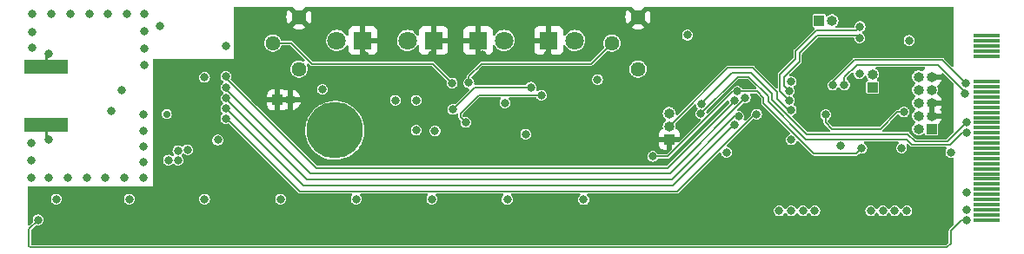
<source format=gbl>
%TF.GenerationSoftware,KiCad,Pcbnew,6.0.9-8da3e8f707~117~ubuntu20.04.1*%
%TF.CreationDate,2023-01-01T11:50:09-08:00*%
%TF.ProjectId,BoardyMcBoardFace,426f6172-6479-44d6-9342-6f6172644661,rev?*%
%TF.SameCoordinates,Original*%
%TF.FileFunction,Copper,L4,Bot*%
%TF.FilePolarity,Positive*%
%FSLAX46Y46*%
G04 Gerber Fmt 4.6, Leading zero omitted, Abs format (unit mm)*
G04 Created by KiCad (PCBNEW 6.0.9-8da3e8f707~117~ubuntu20.04.1) date 2023-01-01 11:50:09*
%MOMM*%
%LPD*%
G01*
G04 APERTURE LIST*
%TA.AperFunction,ComponentPad*%
%ADD10R,1.800000X1.800000*%
%TD*%
%TA.AperFunction,ComponentPad*%
%ADD11C,1.800000*%
%TD*%
%TA.AperFunction,ComponentPad*%
%ADD12C,5.500000*%
%TD*%
%TA.AperFunction,SMDPad,CuDef*%
%ADD13R,2.500000X0.350000*%
%TD*%
%TA.AperFunction,ComponentPad*%
%ADD14R,1.000000X1.000000*%
%TD*%
%TA.AperFunction,ComponentPad*%
%ADD15O,1.000000X1.000000*%
%TD*%
%TA.AperFunction,ComponentPad*%
%ADD16C,1.440000*%
%TD*%
%TA.AperFunction,SMDPad,CuDef*%
%ADD17R,4.200000X1.350000*%
%TD*%
%TA.AperFunction,ViaPad*%
%ADD18C,0.800000*%
%TD*%
%TA.AperFunction,ViaPad*%
%ADD19C,0.700000*%
%TD*%
%TA.AperFunction,Conductor*%
%ADD20C,0.293370*%
%TD*%
%TA.AperFunction,Conductor*%
%ADD21C,0.154000*%
%TD*%
G04 APERTURE END LIST*
D10*
%TO.P,D4,1,K*%
%TO.N,GND*%
X152580000Y-102108000D03*
D11*
%TO.P,D4,2,A*%
%TO.N,Net-(C25-Pad1)*%
X155120000Y-102108000D03*
%TD*%
D10*
%TO.P,D3,1,K*%
%TO.N,GND*%
X159464000Y-102108000D03*
D11*
%TO.P,D3,2,A*%
%TO.N,Net-(D3-Pad2)*%
X162004000Y-102108000D03*
%TD*%
D12*
%TO.P,U$1,MOUNTING-HOLE,MP1*%
%TO.N,unconnected-(U$1-PadMOUNTING-HOLE)*%
X138627800Y-110892400D03*
D13*
%TO.P,U$1,P$2,2*%
%TO.N,unconnected-(U$1-PadP$2)*%
X202127800Y-101642400D03*
%TO.P,U$1,P$4,4*%
%TO.N,unconnected-(U$1-PadP$4)*%
X202127800Y-102142400D03*
%TO.P,U$1,P$6,6*%
%TO.N,unconnected-(U$1-PadP$6)*%
X202127800Y-102642400D03*
%TO.P,U$1,P$8,8*%
%TO.N,unconnected-(U$1-PadP$8)*%
X202127800Y-103142400D03*
%TO.P,U$1,P$10,10*%
%TO.N,unconnected-(U$1-PadP$10)*%
X202127800Y-103642400D03*
%TO.P,U$1,P$20,20*%
%TO.N,unconnected-(U$1-PadP$20)*%
X202127800Y-106142400D03*
%TO.P,U$1,P$22,22*%
%TO.N,unconnected-(U$1-PadP$22)*%
X202127800Y-106642400D03*
%TO.P,U$1,P$24,24*%
%TO.N,unconnected-(U$1-PadP$24)*%
X202127800Y-107142400D03*
%TO.P,U$1,P$26,26*%
%TO.N,unconnected-(U$1-PadP$26)*%
X202127800Y-107642400D03*
%TO.P,U$1,P$28,28*%
%TO.N,unconnected-(U$1-PadP$28)*%
X202127800Y-108142400D03*
%TO.P,U$1,P$30,30*%
%TO.N,unconnected-(U$1-PadP$30)*%
X202127800Y-108642400D03*
%TO.P,U$1,P$32,32*%
%TO.N,unconnected-(U$1-PadP$32)*%
X202127800Y-109142400D03*
%TO.P,U$1,P$34,34*%
%TO.N,unconnected-(U$1-PadP$34)*%
X202127800Y-109642400D03*
%TO.P,U$1,P$36,36*%
%TO.N,unconnected-(U$1-PadP$36)*%
X202127800Y-110142400D03*
%TO.P,U$1,P$38,38*%
%TO.N,unconnected-(U$1-PadP$38)*%
X202127800Y-110642400D03*
%TO.P,U$1,P$40,40*%
%TO.N,unconnected-(U$1-PadP$40)*%
X202127800Y-111142400D03*
%TO.P,U$1,P$42,42*%
%TO.N,unconnected-(U$1-PadP$42)*%
X202127800Y-111642400D03*
%TO.P,U$1,P$44,44*%
%TO.N,unconnected-(U$1-PadP$44)*%
X202127800Y-112142400D03*
%TO.P,U$1,P$46,46*%
%TO.N,unconnected-(U$1-PadP$46)*%
X202127800Y-112642400D03*
%TO.P,U$1,P$48,48*%
%TO.N,unconnected-(U$1-PadP$48)*%
X202127800Y-113142400D03*
%TO.P,U$1,P$50,50*%
%TO.N,unconnected-(U$1-PadP$50)*%
X202127800Y-113642400D03*
%TO.P,U$1,P$52,52*%
%TO.N,unconnected-(U$1-PadP$52)*%
X202127800Y-114142400D03*
%TO.P,U$1,P$54,54*%
%TO.N,unconnected-(U$1-PadP$54)*%
X202127800Y-114642400D03*
%TO.P,U$1,P$56,56*%
%TO.N,unconnected-(U$1-PadP$56)*%
X202127800Y-115142400D03*
%TO.P,U$1,P$58,58*%
%TO.N,unconnected-(U$1-PadP$58)*%
X202127800Y-115642400D03*
%TO.P,U$1,P$60,60*%
%TO.N,unconnected-(U$1-PadP$60)*%
X202127800Y-116142400D03*
%TO.P,U$1,P$62,62*%
%TO.N,unconnected-(U$1-PadP$62)*%
X202127800Y-116642400D03*
%TO.P,U$1,P$64,64*%
%TO.N,unconnected-(U$1-PadP$64)*%
X202127800Y-117142400D03*
%TO.P,U$1,P$66,66*%
%TO.N,unconnected-(U$1-PadP$66)*%
X202127800Y-117642400D03*
%TO.P,U$1,P$68,68*%
%TO.N,unconnected-(U$1-PadP$68)*%
X202127800Y-118142400D03*
%TO.P,U$1,P$70,70*%
%TO.N,unconnected-(U$1-PadP$70)*%
X202127800Y-118642400D03*
%TO.P,U$1,P$72,72*%
%TO.N,unconnected-(U$1-PadP$72)*%
X202127800Y-119142400D03*
%TO.P,U$1,P$74,74*%
%TO.N,unconnected-(U$1-PadP$74)*%
X202127800Y-119642400D03*
%TD*%
D14*
%TO.P,J5,1,Pin_1*%
%TO.N,GND*%
X133055600Y-107924600D03*
D15*
%TO.P,J5,2,Pin_2*%
X134325600Y-107924600D03*
%TD*%
D14*
%TO.P,JP2,1,A*%
%TO.N,GND*%
X171196000Y-111760000D03*
D15*
%TO.P,JP2,2,C*%
%TO.N,/BOOT*%
X171196000Y-110490000D03*
%TO.P,JP2,3,B*%
%TO.N,+3V3*%
X171196000Y-109220000D03*
%TD*%
D16*
%TO.P,RV2,1,1*%
%TO.N,+3V3*%
X135128000Y-104902000D03*
%TO.P,RV2,2,2*%
%TO.N,Net-(RV2-Pad2)*%
X132588000Y-102362000D03*
%TO.P,RV2,3,3*%
%TO.N,GND*%
X135128000Y-99822000D03*
%TD*%
D10*
%TO.P,D9,1,K*%
%TO.N,GND*%
X141362000Y-102108000D03*
D11*
%TO.P,D9,2,A*%
%TO.N,Net-(D9-Pad2)*%
X138822000Y-102108000D03*
%TD*%
D10*
%TO.P,D10,1,K*%
%TO.N,GND*%
X148246000Y-102108000D03*
D11*
%TO.P,D10,2,A*%
%TO.N,Net-(C29-Pad1)*%
X145706000Y-102108000D03*
%TD*%
D14*
%TO.P,J4,1,Pin_1*%
%TO.N,N/C*%
X185786000Y-100177600D03*
D15*
%TO.P,J4,2,Pin_2*%
X187056000Y-100177600D03*
%TD*%
D14*
%TO.P,J2,1,Pin_1*%
%TO.N,+3V3*%
X196748400Y-110744000D03*
D15*
%TO.P,J2,2,Pin_2*%
%TO.N,/SWDIO_CONN*%
X195478400Y-110744000D03*
%TO.P,J2,3,Pin_3*%
%TO.N,GND*%
X196748400Y-109474000D03*
%TO.P,J2,4,Pin_4*%
%TO.N,/SWCLK_CONN*%
X195478400Y-109474000D03*
%TO.P,J2,5,Pin_5*%
%TO.N,GND*%
X196748400Y-108204000D03*
%TO.P,J2,6,Pin_6*%
%TO.N,/TRACESWO_CONN*%
X195478400Y-108204000D03*
%TO.P,J2,7,Pin_7*%
%TO.N,unconnected-(J2-Pad7)*%
X196748400Y-106934000D03*
%TO.P,J2,8,Pin_8*%
%TO.N,unconnected-(J2-Pad8)*%
X195478400Y-106934000D03*
%TO.P,J2,9,Pin_9*%
%TO.N,GND*%
X196748400Y-105664000D03*
%TO.P,J2,10,Pin_10*%
%TO.N,/NRST_CONN*%
X195478400Y-105664000D03*
%TD*%
D14*
%TO.P,JP1,1,A*%
%TO.N,/CAN_L*%
X191008000Y-106705400D03*
D15*
%TO.P,JP1,2,B*%
%TO.N,Net-(JP1-Pad2)*%
X191008000Y-105435400D03*
%TD*%
D16*
%TO.P,RV1,1,1*%
%TO.N,+3V3*%
X168148000Y-104900000D03*
%TO.P,RV1,2,2*%
%TO.N,Net-(RV1-Pad2)*%
X165608000Y-102360000D03*
%TO.P,RV1,3,3*%
%TO.N,GND*%
X168148000Y-99820000D03*
%TD*%
D17*
%TO.P,J1,2,Ext*%
%TO.N,GND*%
X110490000Y-110368600D03*
X110490000Y-104718600D03*
%TD*%
D18*
%TO.N,GND*%
X127988762Y-104687098D03*
X121581800Y-100668200D03*
X178562000Y-106457500D03*
X120650000Y-120777000D03*
X156210000Y-108204000D03*
X188874400Y-103327200D03*
X120091200Y-99517200D03*
X141541500Y-103568500D03*
X109169200Y-102819200D03*
X119989600Y-109372400D03*
X192847284Y-107757284D03*
X200152000Y-118618000D03*
X114452401Y-115508017D03*
X179197000Y-121602600D03*
X119989600Y-113974112D03*
X109067600Y-112162673D03*
X165862000Y-109728000D03*
X178765200Y-99568000D03*
X186842400Y-103327200D03*
X148082000Y-103505000D03*
X142875000Y-120777000D03*
X172974000Y-104634000D03*
D19*
X121342104Y-108900138D03*
D18*
X174737268Y-115509323D03*
X126359854Y-104607664D03*
X120091200Y-102862544D03*
X185343800Y-121602600D03*
X126111000Y-109804200D03*
X185826400Y-103327200D03*
X176022000Y-101586000D03*
X189001400Y-99263200D03*
X117856000Y-106934000D03*
X109067600Y-115508017D03*
X120091200Y-104535217D03*
X120091200Y-101189872D03*
X110744000Y-103378000D03*
X167157400Y-113899700D03*
X128016000Y-102616000D03*
X185920360Y-106469160D03*
X164973000Y-120777000D03*
X113538000Y-120777000D03*
X125315599Y-113682399D03*
X153035000Y-103505000D03*
X193141600Y-113277100D03*
X111014933Y-99517200D03*
X116298134Y-115508017D03*
X187833000Y-103352600D03*
X118397865Y-99517200D03*
X184759600Y-103327200D03*
X119989600Y-110906304D03*
X182163641Y-111746695D03*
X128016000Y-110794800D03*
X150241000Y-120777000D03*
X119989600Y-112440208D03*
X109169200Y-99517200D03*
X112606668Y-115508017D03*
X118143867Y-115508017D03*
X110760935Y-115508017D03*
X188315600Y-107772200D03*
X181655720Y-121602600D03*
X116552132Y-99517200D03*
X122376607Y-112866924D03*
X194275800Y-121047600D03*
X114706399Y-99517200D03*
X128143000Y-120777000D03*
X176173037Y-113726514D03*
X193043900Y-121047600D03*
X116875100Y-109007100D03*
X109169200Y-101295200D03*
X126331600Y-113682400D03*
X153416000Y-105410000D03*
X110744000Y-111760000D03*
X180426360Y-121602600D03*
X159385000Y-103505000D03*
X184114440Y-121602600D03*
X109067600Y-113835345D03*
X179781200Y-108153200D03*
X191812000Y-121047600D03*
X194564000Y-100838000D03*
X182885080Y-121602600D03*
X157607000Y-120777000D03*
X145542000Y-107950000D03*
X112860666Y-99517200D03*
X182880000Y-103378000D03*
X135509000Y-120777000D03*
X200152000Y-116967000D03*
X119989600Y-115508017D03*
%TO.N,+3V3*%
X148082000Y-117602000D03*
X162864800Y-117652800D03*
X184217732Y-118745000D03*
X183066266Y-118745000D03*
X133350000Y-117602000D03*
X181914800Y-118745000D03*
X172974000Y-101586000D03*
X155422600Y-117627400D03*
X176784000Y-113030000D03*
X146558000Y-110871000D03*
X183088261Y-111805739D03*
X144526000Y-107950000D03*
X157226000Y-111252000D03*
D19*
X122260500Y-109306500D03*
D18*
X146558000Y-107950000D03*
X148386800Y-110947200D03*
X118618000Y-117602000D03*
X185369200Y-118745000D03*
X189712600Y-105349900D03*
X127224100Y-111831700D03*
X125933200Y-117602000D03*
X125933200Y-105714800D03*
X187858400Y-112426500D03*
X193827400Y-112623600D03*
X124297000Y-112786600D03*
X123342400Y-112877600D03*
X140716000Y-117602000D03*
X183078081Y-106121305D03*
X137414000Y-106883200D03*
X155194000Y-108204000D03*
X164211000Y-105918000D03*
X123342400Y-113792000D03*
X122428000Y-113792000D03*
X111506000Y-117602000D03*
%TO.N,+5V*%
X193167000Y-118745000D03*
X194335400Y-118745000D03*
X191998600Y-118747600D03*
X190830200Y-118745000D03*
X198628000Y-113030000D03*
X194564000Y-102108000D03*
%TO.N,/NRST*%
X169595800Y-113436400D03*
X177840483Y-107093498D03*
X189941200Y-112649000D03*
%TO.N,/I2C1_SDA*%
X200083738Y-106329759D03*
X187121800Y-106476800D03*
%TO.N,/I2C1_SCL*%
X188264800Y-106451400D03*
X200025000Y-107315000D03*
%TO.N,/DRBL_PWM_2*%
X200152000Y-111125000D03*
X174279653Y-109255653D03*
%TO.N,/DRBL_PWM_1*%
X200152000Y-110109000D03*
X174316154Y-108299500D03*
%TO.N,/SWCLK_CONN*%
X194056000Y-109093000D03*
X186436000Y-109347000D03*
%TO.N,/BALLDETECT_1*%
X151384000Y-110109000D03*
X158750000Y-107442000D03*
%TO.N,/BALLDETECT_2*%
X150114000Y-108839000D03*
X157734000Y-106680000D03*
%TO.N,/CAN_TX*%
X189782749Y-100755749D03*
X182881971Y-107949972D03*
%TO.N,/CAN_RX*%
X189738000Y-101854000D03*
X182867593Y-107023581D03*
%TO.N,/BOOT*%
X183070500Y-108902500D03*
%TO.N,Net-(RV1-Pad2)*%
X151678630Y-106232970D03*
%TO.N,Net-(RV2-Pad2)*%
X150063200Y-106273600D03*
%TO.N,/RADIO_SPI_NSS*%
X177591739Y-110383339D03*
X128016000Y-108762800D03*
%TO.N,/RADIO_SPI_SCK*%
X128046704Y-107758394D03*
X177964031Y-109534926D03*
%TO.N,/RADIO_SPI_MISO*%
X128016000Y-105613200D03*
X177543113Y-107970982D03*
%TO.N,/RADIO_SPI_MOSI*%
X128038611Y-106691826D03*
X178612800Y-107696000D03*
%TO.N,/RADIO_CE*%
X179693500Y-109321600D03*
X128016000Y-109728000D03*
%TO.N,/PIXEL_OFFBOARD*%
X200177400Y-119684800D03*
X109728000Y-119634000D03*
%TD*%
D20*
%TO.N,GND*%
X110744000Y-103378000D02*
X110490000Y-103632000D01*
X110744000Y-111760000D02*
X110490000Y-111506000D01*
X110490000Y-103632000D02*
X110490000Y-104718600D01*
X110490000Y-111506000D02*
X110490000Y-110368600D01*
D21*
%TO.N,/NRST*%
X179774100Y-107092000D02*
X177841981Y-107092000D01*
X169595800Y-113436400D02*
X171069000Y-113436400D01*
X177411902Y-107093498D02*
X177840483Y-107093498D01*
X185293000Y-113157000D02*
X180385200Y-108249200D01*
X171069000Y-113436400D02*
X177411902Y-107093498D01*
X189941200Y-112649000D02*
X189433200Y-113157000D01*
X189433200Y-113157000D02*
X185293000Y-113157000D01*
X180385200Y-107703100D02*
X179774100Y-107092000D01*
X177841981Y-107092000D02*
X177840483Y-107093498D01*
X180385200Y-108249200D02*
X180385200Y-107703100D01*
%TO.N,/I2C1_SDA*%
X187121800Y-106121200D02*
X189204600Y-104038400D01*
X197792379Y-104038400D02*
X200083738Y-106329759D01*
X187121800Y-106476800D02*
X187121800Y-106121200D01*
X189204600Y-104038400D02*
X197792379Y-104038400D01*
%TO.N,/I2C1_SCL*%
X200025000Y-107124500D02*
X200025000Y-107315000D01*
X188264800Y-106451400D02*
X188264800Y-105676700D01*
X188264800Y-105676700D02*
X189471300Y-104470200D01*
X197370700Y-104470200D02*
X200025000Y-107124500D01*
X189471300Y-104470200D02*
X197370700Y-104470200D01*
%TO.N,/DRBL_PWM_2*%
X198597000Y-112299000D02*
X199771000Y-111125000D01*
X194848999Y-112299000D02*
X198597000Y-112299000D01*
X184531000Y-111760000D02*
X194310000Y-111760000D01*
X180848000Y-107569000D02*
X180848000Y-108077000D01*
X178943000Y-105664000D02*
X180848000Y-107569000D01*
X180848000Y-108077000D02*
X184531000Y-111760000D01*
X174279653Y-109255653D02*
X177871306Y-105664000D01*
X199771000Y-111125000D02*
X200152000Y-111125000D01*
X177871306Y-105664000D02*
X178943000Y-105664000D01*
X194310000Y-111760000D02*
X194848999Y-112299000D01*
%TO.N,/DRBL_PWM_1*%
X198295000Y-111966000D02*
X200152000Y-110109000D01*
X195151000Y-111966000D02*
X198295000Y-111966000D01*
X181229000Y-107923000D02*
X184558000Y-111252000D01*
X184558000Y-111252000D02*
X194437000Y-111252000D01*
X177336308Y-105256000D02*
X179170000Y-105256000D01*
X194437000Y-111252000D02*
X195151000Y-111966000D01*
X181229000Y-107315000D02*
X181229000Y-107923000D01*
X174316154Y-108299500D02*
X174316154Y-108276154D01*
X179170000Y-105256000D02*
X181229000Y-107315000D01*
X174316154Y-108276154D02*
X177336308Y-105256000D01*
%TO.N,/SWCLK_CONN*%
X191770000Y-110744000D02*
X187071000Y-110744000D01*
X193421000Y-109093000D02*
X191770000Y-110744000D01*
X186436000Y-110109000D02*
X186436000Y-109347000D01*
X187071000Y-110744000D02*
X186436000Y-110109000D01*
X194056000Y-109093000D02*
X193421000Y-109093000D01*
%TO.N,/BALLDETECT_1*%
X150876000Y-109601000D02*
X151384000Y-110109000D01*
X152654000Y-107442000D02*
X150876000Y-109220000D01*
X158750000Y-107442000D02*
X152654000Y-107442000D01*
X150876000Y-109220000D02*
X150876000Y-109601000D01*
%TO.N,/BALLDETECT_2*%
X150114000Y-108839000D02*
X152273000Y-106680000D01*
X152273000Y-106680000D02*
X157734000Y-106680000D01*
%TO.N,/CAN_TX*%
X183488000Y-103913000D02*
X183488000Y-103151000D01*
X185547000Y-101092000D02*
X189446498Y-101092000D01*
X181991000Y-105410000D02*
X183488000Y-103913000D01*
X181991000Y-107059001D02*
X181991000Y-105410000D01*
X189446498Y-101092000D02*
X189782749Y-100755749D01*
X182881971Y-107949972D02*
X181991000Y-107059001D01*
X183488000Y-103151000D02*
X185547000Y-101092000D01*
%TO.N,/CAN_RX*%
X185632615Y-101600000D02*
X183896000Y-103336615D01*
X189484000Y-101600000D02*
X185632615Y-101600000D01*
X182372000Y-105664000D02*
X182372000Y-106527988D01*
X182372000Y-106527988D02*
X182867593Y-107023581D01*
X183896000Y-104140000D02*
X182372000Y-105664000D01*
X189738000Y-101854000D02*
X189484000Y-101600000D01*
X183896000Y-103336615D02*
X183896000Y-104140000D01*
%TO.N,/BOOT*%
X181710000Y-107161000D02*
X181710000Y-107796000D01*
X179324000Y-104775000D02*
X181710000Y-107161000D01*
X176911000Y-104775000D02*
X179324000Y-104775000D01*
X182816500Y-108902500D02*
X183070500Y-108902500D01*
X171196000Y-110490000D02*
X176911000Y-104775000D01*
X181710000Y-107796000D02*
X182816500Y-108902500D01*
%TO.N,Net-(RV1-Pad2)*%
X152908000Y-104394000D02*
X163574000Y-104394000D01*
X151678630Y-106232970D02*
X151678630Y-105623370D01*
X151678630Y-105623370D02*
X152908000Y-104394000D01*
X163574000Y-104394000D02*
X165608000Y-102360000D01*
%TO.N,Net-(RV2-Pad2)*%
X136398000Y-104394000D02*
X134366000Y-102362000D01*
X150063200Y-106273600D02*
X148183600Y-104394000D01*
X134366000Y-102362000D02*
X132588000Y-102362000D01*
X148183600Y-104394000D02*
X136398000Y-104394000D01*
%TO.N,/RADIO_SPI_NSS*%
X177591739Y-110383339D02*
X177449461Y-110383339D01*
X135534400Y-116281200D02*
X128016000Y-108762800D01*
X177449461Y-110383339D02*
X171551600Y-116281200D01*
X171551600Y-116281200D02*
X135534400Y-116281200D01*
%TO.N,/RADIO_SPI_SCK*%
X177586674Y-109534926D02*
X171450000Y-115671600D01*
X128046704Y-107846791D02*
X128046704Y-107758394D01*
X177964031Y-109534926D02*
X177586674Y-109534926D01*
X135871513Y-115671600D02*
X128046704Y-107846791D01*
X171450000Y-115671600D02*
X135871513Y-115671600D01*
%TO.N,/RADIO_SPI_MISO*%
X171069000Y-114554000D02*
X136804400Y-114554000D01*
X177543113Y-107970982D02*
X177543113Y-108079887D01*
X177543113Y-108079887D02*
X171069000Y-114554000D01*
X136804400Y-114554000D02*
X128016000Y-105765600D01*
X128016000Y-105765600D02*
X128016000Y-105613200D01*
%TO.N,/RADIO_SPI_MOSI*%
X128038611Y-106905811D02*
X128038611Y-106691826D01*
X128650704Y-107517904D02*
X128650704Y-107508209D01*
X178612800Y-107754774D02*
X171254774Y-115112800D01*
X128650704Y-107508209D02*
X128296889Y-107154394D01*
X171254774Y-115112800D02*
X136245600Y-115112800D01*
X136245600Y-115112800D02*
X128650704Y-107517904D01*
X128296889Y-107154394D02*
X128287194Y-107154394D01*
X128287194Y-107154394D02*
X128038611Y-106905811D01*
X178612800Y-107696000D02*
X178612800Y-107754774D01*
%TO.N,/RADIO_CE*%
X179693500Y-109321600D02*
X179507663Y-109321600D01*
X135229600Y-116840000D02*
X128117600Y-109728000D01*
X128117600Y-109728000D02*
X128016000Y-109728000D01*
X179507663Y-109321600D02*
X171989263Y-116840000D01*
X171989263Y-116840000D02*
X135229600Y-116840000D01*
%TO.N,/PIXEL_OFFBOARD*%
X108839000Y-120523000D02*
X109728000Y-119634000D01*
X198628000Y-120700800D02*
X198628000Y-121920000D01*
X200177400Y-119684800D02*
X199644000Y-119684800D01*
X199644000Y-119684800D02*
X198628000Y-120700800D01*
X108839000Y-122174000D02*
X108839000Y-120523000D01*
X198628000Y-121920000D02*
X198247000Y-122301000D01*
X198247000Y-122301000D02*
X108966000Y-122301000D01*
X108966000Y-122301000D02*
X108839000Y-122174000D01*
%TD*%
%TA.AperFunction,Conductor*%
%TO.N,GND*%
G36*
X134492626Y-98827415D02*
G01*
X135115189Y-99449979D01*
X135129132Y-99457592D01*
X135130966Y-99457461D01*
X135137580Y-99453210D01*
X135764390Y-98826399D01*
X135801748Y-98806000D01*
X167479154Y-98806000D01*
X167513718Y-98826507D01*
X168135189Y-99447979D01*
X168149132Y-99455592D01*
X168150966Y-99455461D01*
X168157580Y-99451210D01*
X168783802Y-98824987D01*
X168818575Y-98806000D01*
X198756000Y-98806000D01*
X198824121Y-98826002D01*
X198870614Y-98879658D01*
X198882000Y-98932000D01*
X198882000Y-104534624D01*
X198861998Y-104602745D01*
X198808342Y-104649238D01*
X198738068Y-104659342D01*
X198673488Y-104629848D01*
X198666905Y-104623719D01*
X197963395Y-103920209D01*
X197961429Y-103918006D01*
X197956538Y-103907822D01*
X197945456Y-103898959D01*
X197945454Y-103898957D01*
X197934378Y-103890099D01*
X197927521Y-103883963D01*
X197925682Y-103882496D01*
X197920681Y-103877495D01*
X197914697Y-103873734D01*
X197912431Y-103871926D01*
X197905455Y-103866968D01*
X197894757Y-103858413D01*
X197894754Y-103858412D01*
X197883673Y-103849550D01*
X197871918Y-103846847D01*
X197861707Y-103840429D01*
X197847608Y-103838835D01*
X197834005Y-103837297D01*
X197825281Y-103835806D01*
X197822563Y-103835498D01*
X197815615Y-103833900D01*
X197808481Y-103833900D01*
X197805951Y-103833613D01*
X197796896Y-103833102D01*
X197783099Y-103831542D01*
X197783098Y-103831542D01*
X197768997Y-103829948D01*
X197758185Y-103833724D01*
X197755032Y-103833900D01*
X189241953Y-103833900D01*
X189239005Y-103833733D01*
X189228345Y-103829989D01*
X189214245Y-103831558D01*
X189214244Y-103831558D01*
X189200146Y-103833127D01*
X189190960Y-103833637D01*
X189188624Y-103833900D01*
X189181546Y-103833900D01*
X189174647Y-103835474D01*
X189171765Y-103835798D01*
X189163339Y-103837223D01*
X189135617Y-103840308D01*
X189125393Y-103846709D01*
X189113636Y-103849391D01*
X189091823Y-103866773D01*
X189084596Y-103871890D01*
X189082470Y-103873583D01*
X189076427Y-103877366D01*
X189071385Y-103882408D01*
X189069393Y-103883994D01*
X189062630Y-103890036D01*
X189040669Y-103907536D01*
X189035695Y-103917849D01*
X189033584Y-103920209D01*
X187013463Y-105940330D01*
X186972586Y-105967644D01*
X186943454Y-105979711D01*
X186855774Y-106016029D01*
X186745582Y-106100582D01*
X186661029Y-106210774D01*
X186644069Y-106251720D01*
X186617606Y-106315608D01*
X186607877Y-106339095D01*
X186606799Y-106347283D01*
X186603719Y-106370675D01*
X186589748Y-106476800D01*
X186593783Y-106507451D01*
X186603137Y-106578497D01*
X186607877Y-106614505D01*
X186611036Y-106622132D01*
X186611037Y-106622135D01*
X186625131Y-106656161D01*
X186661029Y-106742826D01*
X186666056Y-106749377D01*
X186739638Y-106845271D01*
X186745582Y-106853018D01*
X186855774Y-106937571D01*
X186894933Y-106953791D01*
X186976465Y-106987563D01*
X186976468Y-106987564D01*
X186984095Y-106990723D01*
X187121800Y-107008852D01*
X187129988Y-107007774D01*
X187251317Y-106991801D01*
X187259505Y-106990723D01*
X187267132Y-106987564D01*
X187267135Y-106987563D01*
X187348667Y-106953791D01*
X187387826Y-106937571D01*
X187498018Y-106853018D01*
X187503963Y-106845271D01*
X187577544Y-106749377D01*
X187582571Y-106742826D01*
X187585732Y-106735196D01*
X187589860Y-106728045D01*
X187592126Y-106729353D01*
X187628484Y-106684223D01*
X187695844Y-106661792D01*
X187764638Y-106679340D01*
X187803034Y-106718190D01*
X187804029Y-106717426D01*
X187880976Y-106817705D01*
X187888582Y-106827618D01*
X187998774Y-106912171D01*
X188041557Y-106929892D01*
X188119465Y-106962163D01*
X188119468Y-106962164D01*
X188127095Y-106965323D01*
X188264800Y-106983452D01*
X188272988Y-106982374D01*
X188281686Y-106981229D01*
X188402505Y-106965323D01*
X188410132Y-106962164D01*
X188410135Y-106962163D01*
X188488043Y-106929892D01*
X188530826Y-106912171D01*
X188641018Y-106827618D01*
X188648625Y-106817705D01*
X188706081Y-106742826D01*
X188725571Y-106717426D01*
X188761963Y-106629567D01*
X188775563Y-106596735D01*
X188775564Y-106596732D01*
X188778723Y-106589105D01*
X188796852Y-106451400D01*
X188778723Y-106313695D01*
X188772537Y-106298759D01*
X188748677Y-106241158D01*
X188725571Y-106185374D01*
X188653169Y-106091018D01*
X188646041Y-106081728D01*
X188641018Y-106075182D01*
X188530826Y-105990629D01*
X188529961Y-105990271D01*
X188483307Y-105941341D01*
X188469300Y-105883605D01*
X188469300Y-105813597D01*
X188489302Y-105745476D01*
X188506205Y-105724502D01*
X188966531Y-105264176D01*
X189028843Y-105230150D01*
X189099658Y-105235215D01*
X189156494Y-105277762D01*
X189181292Y-105344248D01*
X189180548Y-105349900D01*
X189198677Y-105487605D01*
X189201836Y-105495232D01*
X189201837Y-105495235D01*
X189221966Y-105543831D01*
X189251829Y-105615926D01*
X189336382Y-105726118D01*
X189342928Y-105731141D01*
X189354370Y-105739921D01*
X189446574Y-105810671D01*
X189510735Y-105837247D01*
X189567265Y-105860663D01*
X189567268Y-105860664D01*
X189574895Y-105863823D01*
X189712600Y-105881952D01*
X189720788Y-105880874D01*
X189842117Y-105864901D01*
X189850305Y-105863823D01*
X189857932Y-105860664D01*
X189857935Y-105860663D01*
X189914465Y-105837247D01*
X189978626Y-105810671D01*
X190070830Y-105739921D01*
X190082272Y-105731141D01*
X190088818Y-105726118D01*
X190173371Y-105615926D01*
X190176531Y-105608298D01*
X190180370Y-105601648D01*
X190231752Y-105552654D01*
X190301465Y-105539216D01*
X190367377Y-105565602D01*
X190407816Y-105621344D01*
X190444787Y-105722371D01*
X190529497Y-105848433D01*
X190542938Y-105860663D01*
X190545638Y-105863120D01*
X190582561Y-105923760D01*
X190580838Y-105994736D01*
X190541016Y-106053513D01*
X190485423Y-106079892D01*
X190470426Y-106082875D01*
X190470420Y-106082877D01*
X190458252Y-106085298D01*
X190416078Y-106113478D01*
X190409185Y-106123794D01*
X190395632Y-106144078D01*
X190387898Y-106155652D01*
X190385477Y-106167822D01*
X190381986Y-106185374D01*
X190380500Y-106192842D01*
X190380500Y-107217958D01*
X190381706Y-107224018D01*
X190381706Y-107224023D01*
X190384891Y-107240032D01*
X190387898Y-107255148D01*
X190394791Y-107265465D01*
X190394792Y-107265466D01*
X190405068Y-107280844D01*
X190416078Y-107297322D01*
X190426394Y-107304215D01*
X190444783Y-107316502D01*
X190458252Y-107325502D01*
X190470422Y-107327923D01*
X190489377Y-107331694D01*
X190489382Y-107331694D01*
X190495442Y-107332900D01*
X191520558Y-107332900D01*
X191526618Y-107331694D01*
X191526623Y-107331694D01*
X191545578Y-107327923D01*
X191557748Y-107325502D01*
X191571218Y-107316502D01*
X191589606Y-107304215D01*
X191599922Y-107297322D01*
X191610932Y-107280844D01*
X191621208Y-107265466D01*
X191621209Y-107265465D01*
X191628102Y-107255148D01*
X191631109Y-107240032D01*
X191634294Y-107224023D01*
X191634294Y-107224018D01*
X191635500Y-107217958D01*
X191635500Y-106192842D01*
X191634015Y-106185374D01*
X191630523Y-106167822D01*
X191628102Y-106155652D01*
X191620369Y-106144078D01*
X191606815Y-106123794D01*
X191599922Y-106113478D01*
X191557748Y-106085298D01*
X191545580Y-106082877D01*
X191545574Y-106082875D01*
X191532689Y-106080312D01*
X191469780Y-106047403D01*
X191434649Y-105985707D01*
X191438451Y-105914813D01*
X191464525Y-105871448D01*
X191467522Y-105868189D01*
X191473294Y-105863259D01*
X191561921Y-105739921D01*
X191566443Y-105728674D01*
X191594825Y-105658069D01*
X191618570Y-105599002D01*
X191638055Y-105462093D01*
X191639389Y-105452721D01*
X191639389Y-105452720D01*
X191639970Y-105448638D01*
X191640109Y-105435400D01*
X191621863Y-105284621D01*
X191611398Y-105256925D01*
X191570861Y-105149649D01*
X191568177Y-105142546D01*
X191544346Y-105107872D01*
X191486454Y-105023638D01*
X191486453Y-105023636D01*
X191482152Y-105017379D01*
X191433108Y-104973682D01*
X191374425Y-104921397D01*
X191374422Y-104921395D01*
X191368753Y-104916344D01*
X191360649Y-104912053D01*
X191359827Y-104911251D01*
X191355803Y-104908455D01*
X191356269Y-104907784D01*
X191309806Y-104862499D01*
X191293826Y-104793325D01*
X191317781Y-104726491D01*
X191374066Y-104683219D01*
X191419610Y-104674700D01*
X196012304Y-104674700D01*
X196080425Y-104694702D01*
X196126918Y-104748358D01*
X196137022Y-104818632D01*
X196107528Y-104883212D01*
X196091256Y-104898897D01*
X196044527Y-104936468D01*
X196035768Y-104945046D01*
X195924618Y-105077509D01*
X195865508Y-105116836D01*
X195794520Y-105117962D01*
X195769137Y-105107872D01*
X195711641Y-105077429D01*
X195711638Y-105077428D01*
X195704928Y-105073875D01*
X195695616Y-105071536D01*
X195564995Y-105038726D01*
X195564991Y-105038726D01*
X195557624Y-105036875D01*
X195550025Y-105036835D01*
X195550023Y-105036835D01*
X195486384Y-105036502D01*
X195405747Y-105036080D01*
X195398367Y-105037852D01*
X195398365Y-105037852D01*
X195265444Y-105069764D01*
X195265443Y-105069765D01*
X195258064Y-105071536D01*
X195224569Y-105088824D01*
X195131819Y-105136696D01*
X195123102Y-105141195D01*
X195117380Y-105146187D01*
X195117378Y-105146188D01*
X195075469Y-105182748D01*
X195008651Y-105241037D01*
X194999520Y-105254029D01*
X194926386Y-105358088D01*
X194921320Y-105365296D01*
X194866150Y-105506801D01*
X194862489Y-105534608D01*
X194847736Y-105646672D01*
X194846326Y-105657381D01*
X194862992Y-105808343D01*
X194915187Y-105950971D01*
X194999897Y-106077033D01*
X195112231Y-106179250D01*
X195118909Y-106182876D01*
X195118912Y-106182878D01*
X195127400Y-106187487D01*
X195177720Y-106237571D01*
X195192975Y-106306909D01*
X195168321Y-106373487D01*
X195134993Y-106401758D01*
X195136136Y-106403440D01*
X195129849Y-106407712D01*
X195123102Y-106411195D01*
X195117380Y-106416187D01*
X195117378Y-106416188D01*
X195067628Y-106459588D01*
X195008651Y-106511037D01*
X194980928Y-106550483D01*
X194930570Y-106622135D01*
X194921320Y-106635296D01*
X194866150Y-106776801D01*
X194864597Y-106788601D01*
X194847367Y-106919477D01*
X194846326Y-106927381D01*
X194862992Y-107078343D01*
X194915187Y-107220971D01*
X194999897Y-107347033D01*
X195112231Y-107449250D01*
X195118909Y-107452876D01*
X195118912Y-107452878D01*
X195127400Y-107457487D01*
X195177720Y-107507571D01*
X195192975Y-107576909D01*
X195168321Y-107643487D01*
X195134993Y-107671758D01*
X195136136Y-107673440D01*
X195129849Y-107677712D01*
X195123102Y-107681195D01*
X195117380Y-107686187D01*
X195117378Y-107686188D01*
X195078438Y-107720158D01*
X195008651Y-107781037D01*
X194980928Y-107820483D01*
X194926628Y-107897744D01*
X194921320Y-107905296D01*
X194866150Y-108046801D01*
X194864154Y-108061963D01*
X194848391Y-108181697D01*
X194846326Y-108197381D01*
X194862992Y-108348343D01*
X194915187Y-108490971D01*
X194999897Y-108617033D01*
X195112231Y-108719250D01*
X195118909Y-108722876D01*
X195118912Y-108722878D01*
X195127400Y-108727487D01*
X195177720Y-108777571D01*
X195192975Y-108846909D01*
X195168321Y-108913487D01*
X195134993Y-108941758D01*
X195136136Y-108943440D01*
X195129849Y-108947712D01*
X195123102Y-108951195D01*
X195117380Y-108956187D01*
X195117378Y-108956188D01*
X195054960Y-109010639D01*
X195008651Y-109051037D01*
X194982248Y-109088604D01*
X194928378Y-109165254D01*
X194921320Y-109175296D01*
X194866150Y-109316801D01*
X194864440Y-109329788D01*
X194853035Y-109416423D01*
X194846326Y-109467381D01*
X194862992Y-109618343D01*
X194915187Y-109760971D01*
X194999897Y-109887033D01*
X195112231Y-109989250D01*
X195118909Y-109992876D01*
X195118912Y-109992878D01*
X195127400Y-109997487D01*
X195177720Y-110047571D01*
X195192975Y-110116909D01*
X195168321Y-110183487D01*
X195134993Y-110211758D01*
X195136136Y-110213440D01*
X195129849Y-110217712D01*
X195123102Y-110221195D01*
X195117380Y-110226187D01*
X195117378Y-110226188D01*
X195108186Y-110234207D01*
X195008651Y-110321037D01*
X195000383Y-110332801D01*
X194930525Y-110432199D01*
X194921320Y-110445296D01*
X194866150Y-110586801D01*
X194865159Y-110594330D01*
X194849511Y-110713190D01*
X194846326Y-110737381D01*
X194862992Y-110888343D01*
X194915187Y-111030971D01*
X194964058Y-111103699D01*
X194983117Y-111132061D01*
X194999897Y-111157033D01*
X195112231Y-111259250D01*
X195118904Y-111262873D01*
X195118908Y-111262876D01*
X195234444Y-111325606D01*
X195245705Y-111331720D01*
X195392613Y-111370261D01*
X195470067Y-111371477D01*
X195536874Y-111372527D01*
X195536877Y-111372527D01*
X195544473Y-111372646D01*
X195551877Y-111370950D01*
X195551879Y-111370950D01*
X195611879Y-111357208D01*
X195692519Y-111338739D01*
X195770243Y-111299648D01*
X195821421Y-111273909D01*
X195821424Y-111273907D01*
X195828204Y-111270497D01*
X195833976Y-111265568D01*
X195833978Y-111265566D01*
X195917295Y-111194406D01*
X195982085Y-111165375D01*
X196052285Y-111175980D01*
X196105608Y-111222855D01*
X196122704Y-111265632D01*
X196125279Y-111278572D01*
X196128298Y-111293748D01*
X196156478Y-111335922D01*
X196166794Y-111342815D01*
X196177540Y-111349995D01*
X196198652Y-111364102D01*
X196210822Y-111366523D01*
X196229777Y-111370294D01*
X196229782Y-111370294D01*
X196235842Y-111371500D01*
X197260958Y-111371500D01*
X197267018Y-111370294D01*
X197267023Y-111370294D01*
X197285978Y-111366523D01*
X197298148Y-111364102D01*
X197319261Y-111349995D01*
X197330006Y-111342815D01*
X197340322Y-111335922D01*
X197368502Y-111293748D01*
X197371521Y-111278572D01*
X197374694Y-111262623D01*
X197374694Y-111262618D01*
X197375900Y-111256558D01*
X197375900Y-110324423D01*
X197395902Y-110256302D01*
X197424327Y-110225134D01*
X197442044Y-110211292D01*
X197450921Y-110202839D01*
X197572043Y-110062517D01*
X197579111Y-110052497D01*
X197670662Y-109891337D01*
X197675656Y-109880121D01*
X197720542Y-109745190D01*
X197721043Y-109731097D01*
X197714854Y-109728000D01*
X196620400Y-109728000D01*
X196552279Y-109707998D01*
X196505786Y-109654342D01*
X196494400Y-109602000D01*
X196494400Y-109201885D01*
X197002400Y-109201885D01*
X197006875Y-109217124D01*
X197008265Y-109218329D01*
X197015948Y-109220000D01*
X197706583Y-109220000D01*
X197720114Y-109216027D01*
X197721206Y-109208433D01*
X197686631Y-109093919D01*
X197681960Y-109082586D01*
X197594938Y-108918920D01*
X197587524Y-108907760D01*
X197566488Y-108839951D01*
X197582917Y-108775797D01*
X197670662Y-108621337D01*
X197675656Y-108610121D01*
X197720542Y-108475190D01*
X197721043Y-108461097D01*
X197714854Y-108458000D01*
X197020515Y-108458000D01*
X197005276Y-108462475D01*
X197004071Y-108463865D01*
X197002400Y-108471548D01*
X197002400Y-109201885D01*
X196494400Y-109201885D01*
X196494400Y-108076000D01*
X196514402Y-108007879D01*
X196568058Y-107961386D01*
X196620400Y-107950000D01*
X197706583Y-107950000D01*
X197720114Y-107946027D01*
X197721206Y-107938433D01*
X197686631Y-107823919D01*
X197681960Y-107812586D01*
X197594940Y-107648923D01*
X197588151Y-107638706D01*
X197471003Y-107495067D01*
X197462359Y-107486363D01*
X197338294Y-107383728D01*
X197298555Y-107324894D01*
X197296933Y-107253916D01*
X197303017Y-107238801D01*
X197302321Y-107238521D01*
X197326418Y-107178578D01*
X197358970Y-107097602D01*
X197379529Y-106953145D01*
X197379789Y-106951321D01*
X197379789Y-106951320D01*
X197380370Y-106947238D01*
X197380509Y-106934000D01*
X197379661Y-106926988D01*
X197367867Y-106829531D01*
X197362263Y-106783221D01*
X197352462Y-106757283D01*
X197311262Y-106648251D01*
X197311261Y-106648249D01*
X197308577Y-106641146D01*
X197305916Y-106637275D01*
X197292324Y-106568850D01*
X197318335Y-106502790D01*
X197340246Y-106480824D01*
X197442044Y-106401290D01*
X197450927Y-106392831D01*
X197572043Y-106252517D01*
X197579111Y-106242497D01*
X197670662Y-106081337D01*
X197675656Y-106070121D01*
X197720542Y-105935190D01*
X197721043Y-105921097D01*
X197714854Y-105918000D01*
X196620400Y-105918000D01*
X196552279Y-105897998D01*
X196505786Y-105844342D01*
X196494400Y-105792000D01*
X196494400Y-105536000D01*
X196514402Y-105467879D01*
X196568058Y-105421386D01*
X196620400Y-105410000D01*
X197706583Y-105410000D01*
X197720113Y-105406027D01*
X197721650Y-105395334D01*
X197751143Y-105330753D01*
X197810869Y-105292369D01*
X197881866Y-105292369D01*
X197935463Y-105324170D01*
X198845095Y-106233802D01*
X198879121Y-106296114D01*
X198882000Y-106322897D01*
X198882000Y-111037603D01*
X198861998Y-111105724D01*
X198845095Y-111126698D01*
X198247198Y-111724595D01*
X198184886Y-111758621D01*
X198158103Y-111761500D01*
X195287897Y-111761500D01*
X195219776Y-111741498D01*
X195198801Y-111724595D01*
X194910274Y-111436067D01*
X194608011Y-111133804D01*
X194606050Y-111131607D01*
X194601159Y-111121422D01*
X194590077Y-111112559D01*
X194590075Y-111112557D01*
X194578999Y-111103699D01*
X194572142Y-111097563D01*
X194570303Y-111096096D01*
X194565302Y-111091095D01*
X194559318Y-111087334D01*
X194557052Y-111085526D01*
X194550076Y-111080568D01*
X194539378Y-111072013D01*
X194539375Y-111072012D01*
X194528294Y-111063150D01*
X194516539Y-111060447D01*
X194506328Y-111054029D01*
X194492229Y-111052435D01*
X194478626Y-111050897D01*
X194469902Y-111049406D01*
X194467184Y-111049098D01*
X194460236Y-111047500D01*
X194453102Y-111047500D01*
X194450572Y-111047213D01*
X194441517Y-111046702D01*
X194427720Y-111045142D01*
X194427719Y-111045142D01*
X194413618Y-111043548D01*
X194402806Y-111047324D01*
X194399653Y-111047500D01*
X192059897Y-111047500D01*
X191991776Y-111027498D01*
X191945283Y-110973842D01*
X191935179Y-110903568D01*
X191964673Y-110838988D01*
X191970802Y-110832405D01*
X192698989Y-110104218D01*
X193428053Y-109375153D01*
X193490365Y-109341128D01*
X193561180Y-109346192D01*
X193617110Y-109387544D01*
X193674755Y-109462668D01*
X193674759Y-109462672D01*
X193679782Y-109469218D01*
X193789974Y-109553771D01*
X193844268Y-109576260D01*
X193910665Y-109603763D01*
X193910668Y-109603764D01*
X193918295Y-109606923D01*
X193926483Y-109608001D01*
X193959897Y-109612400D01*
X194056000Y-109625052D01*
X194064188Y-109623974D01*
X194185517Y-109608001D01*
X194193705Y-109606923D01*
X194201332Y-109603764D01*
X194201335Y-109603763D01*
X194267732Y-109576260D01*
X194322026Y-109553771D01*
X194432218Y-109469218D01*
X194437777Y-109461974D01*
X194463558Y-109428375D01*
X194516771Y-109359026D01*
X194547955Y-109283741D01*
X194566763Y-109238335D01*
X194566764Y-109238332D01*
X194569923Y-109230705D01*
X194576448Y-109181146D01*
X194586974Y-109101188D01*
X194588052Y-109093000D01*
X194569923Y-108955295D01*
X194563737Y-108940359D01*
X194534837Y-108870589D01*
X194516771Y-108826974D01*
X194432218Y-108716782D01*
X194411578Y-108700944D01*
X194378702Y-108675718D01*
X194322026Y-108632229D01*
X194235768Y-108596500D01*
X194201335Y-108582237D01*
X194201332Y-108582236D01*
X194193705Y-108579077D01*
X194152650Y-108573672D01*
X194064188Y-108562026D01*
X194056000Y-108560948D01*
X194047812Y-108562026D01*
X193959351Y-108573672D01*
X193918295Y-108579077D01*
X193910668Y-108582236D01*
X193910665Y-108582237D01*
X193876232Y-108596500D01*
X193789974Y-108632229D01*
X193733298Y-108675718D01*
X193700423Y-108700944D01*
X193679782Y-108716782D01*
X193595229Y-108826974D01*
X193594871Y-108827839D01*
X193545941Y-108874493D01*
X193488205Y-108888500D01*
X193458354Y-108888500D01*
X193455406Y-108888333D01*
X193444746Y-108884589D01*
X193430646Y-108886158D01*
X193430645Y-108886158D01*
X193416547Y-108887727D01*
X193407348Y-108888237D01*
X193405013Y-108888500D01*
X193397946Y-108888500D01*
X193391053Y-108890072D01*
X193388177Y-108890396D01*
X193379736Y-108891823D01*
X193375298Y-108892317D01*
X193352018Y-108894908D01*
X193341794Y-108901309D01*
X193330036Y-108903991D01*
X193318939Y-108912834D01*
X193308233Y-108921365D01*
X193301009Y-108926480D01*
X193298870Y-108928183D01*
X193292827Y-108931966D01*
X193287786Y-108937007D01*
X193285790Y-108938596D01*
X193279030Y-108944636D01*
X193272584Y-108949773D01*
X193257069Y-108962136D01*
X193252095Y-108972449D01*
X193249984Y-108974809D01*
X191722198Y-110502595D01*
X191659886Y-110536621D01*
X191633103Y-110539500D01*
X187207897Y-110539500D01*
X187139776Y-110519498D01*
X187118802Y-110502595D01*
X186677405Y-110061198D01*
X186643379Y-109998886D01*
X186640500Y-109972103D01*
X186640500Y-109914795D01*
X186660502Y-109846674D01*
X186700747Y-109808301D01*
X186702026Y-109807771D01*
X186812218Y-109723218D01*
X186827687Y-109703059D01*
X186852278Y-109671011D01*
X186896771Y-109613026D01*
X186931024Y-109530331D01*
X186946763Y-109492335D01*
X186946764Y-109492332D01*
X186949923Y-109484705D01*
X186968052Y-109347000D01*
X186949923Y-109209295D01*
X186943141Y-109192920D01*
X186916542Y-109128706D01*
X186896771Y-109080974D01*
X186822107Y-108983669D01*
X186817241Y-108977328D01*
X186812218Y-108970782D01*
X186800814Y-108962031D01*
X186761977Y-108932231D01*
X186702026Y-108886229D01*
X186621490Y-108852870D01*
X186581335Y-108836237D01*
X186581332Y-108836236D01*
X186573705Y-108833077D01*
X186558081Y-108831020D01*
X186444188Y-108816026D01*
X186436000Y-108814948D01*
X186427812Y-108816026D01*
X186313920Y-108831020D01*
X186298295Y-108833077D01*
X186290668Y-108836236D01*
X186290665Y-108836237D01*
X186250510Y-108852870D01*
X186169974Y-108886229D01*
X186110023Y-108932231D01*
X186071187Y-108962031D01*
X186059782Y-108970782D01*
X186054759Y-108977328D01*
X186049893Y-108983669D01*
X185975229Y-109080974D01*
X185955458Y-109128706D01*
X185928860Y-109192920D01*
X185922077Y-109209295D01*
X185903948Y-109347000D01*
X185922077Y-109484705D01*
X185925236Y-109492332D01*
X185925237Y-109492335D01*
X185940976Y-109530331D01*
X185975229Y-109613026D01*
X186019722Y-109671011D01*
X186044314Y-109703059D01*
X186059782Y-109723218D01*
X186169974Y-109807771D01*
X186170839Y-109808129D01*
X186217493Y-109857059D01*
X186231500Y-109914795D01*
X186231500Y-110071647D01*
X186231333Y-110074595D01*
X186227589Y-110085255D01*
X186229158Y-110099355D01*
X186229158Y-110099356D01*
X186230727Y-110113454D01*
X186231237Y-110122640D01*
X186231500Y-110124976D01*
X186231500Y-110132054D01*
X186233074Y-110138953D01*
X186233398Y-110141835D01*
X186234823Y-110150261D01*
X186237908Y-110177983D01*
X186244309Y-110188207D01*
X186246991Y-110199964D01*
X186264373Y-110221777D01*
X186269490Y-110229004D01*
X186271183Y-110231130D01*
X186274966Y-110237173D01*
X186280008Y-110242215D01*
X186281594Y-110244207D01*
X186287636Y-110250970D01*
X186305136Y-110272931D01*
X186315449Y-110277906D01*
X186317804Y-110280011D01*
X186608776Y-110570982D01*
X186870198Y-110832404D01*
X186904223Y-110894717D01*
X186899159Y-110965532D01*
X186856612Y-111022368D01*
X186790092Y-111047179D01*
X186781103Y-111047500D01*
X184694897Y-111047500D01*
X184626776Y-111027498D01*
X184605802Y-111010595D01*
X183202546Y-109607339D01*
X183168520Y-109545027D01*
X183173585Y-109474212D01*
X183216132Y-109417376D01*
X183243421Y-109401836D01*
X183336526Y-109363271D01*
X183446718Y-109278718D01*
X183458134Y-109263841D01*
X183482830Y-109231656D01*
X183531271Y-109168526D01*
X183570361Y-109074155D01*
X183581263Y-109047835D01*
X183581264Y-109047832D01*
X183584423Y-109040205D01*
X183602552Y-108902500D01*
X183584423Y-108764795D01*
X183579520Y-108752956D01*
X183542115Y-108662654D01*
X183531271Y-108636474D01*
X183446718Y-108526282D01*
X183373404Y-108470026D01*
X183336526Y-108441729D01*
X183337609Y-108440318D01*
X183295574Y-108396234D01*
X183282136Y-108326521D01*
X183307604Y-108261792D01*
X183337712Y-108222554D01*
X183337714Y-108222551D01*
X183342742Y-108215998D01*
X183376453Y-108134612D01*
X183392734Y-108095307D01*
X183392735Y-108095304D01*
X183395894Y-108087677D01*
X183414023Y-107949972D01*
X183395894Y-107812267D01*
X183392563Y-107804224D01*
X183357741Y-107720158D01*
X183342742Y-107683946D01*
X183258189Y-107573754D01*
X183251643Y-107568731D01*
X183251595Y-107568683D01*
X183217569Y-107506371D01*
X183222634Y-107435556D01*
X183245016Y-107400723D01*
X183243811Y-107399799D01*
X183258976Y-107380036D01*
X183328364Y-107289607D01*
X183366873Y-107196638D01*
X183378356Y-107168916D01*
X183378357Y-107168913D01*
X183381516Y-107161286D01*
X183399645Y-107023581D01*
X183381516Y-106885876D01*
X183369987Y-106858041D01*
X183348286Y-106805652D01*
X183328364Y-106757555D01*
X183323337Y-106751003D01*
X183319207Y-106743850D01*
X183321467Y-106742545D01*
X183300553Y-106688468D01*
X183314809Y-106618918D01*
X183349411Y-106578006D01*
X183361344Y-106568850D01*
X183414932Y-106527730D01*
X183447753Y-106502546D01*
X183454299Y-106497523D01*
X183538852Y-106387331D01*
X183565961Y-106321883D01*
X183588844Y-106266640D01*
X183588845Y-106266637D01*
X183592004Y-106259010D01*
X183610133Y-106121305D01*
X183592004Y-105983600D01*
X183588266Y-105974574D01*
X183556547Y-105897998D01*
X183538852Y-105855279D01*
X183454299Y-105745087D01*
X183344107Y-105660534D01*
X183249600Y-105621388D01*
X183223416Y-105610542D01*
X183223413Y-105610541D01*
X183215786Y-105607382D01*
X183193379Y-105604432D01*
X183104074Y-105592675D01*
X183078081Y-105589253D01*
X183052090Y-105592675D01*
X182981942Y-105581736D01*
X182928844Y-105534608D01*
X182909653Y-105466255D01*
X182930464Y-105398377D01*
X182946549Y-105378658D01*
X184014191Y-104311016D01*
X184016394Y-104309050D01*
X184026578Y-104304159D01*
X184035441Y-104293077D01*
X184035443Y-104293075D01*
X184044301Y-104281999D01*
X184050430Y-104275151D01*
X184051903Y-104273304D01*
X184056905Y-104268302D01*
X184060671Y-104262310D01*
X184062482Y-104260039D01*
X184067437Y-104253067D01*
X184075988Y-104242376D01*
X184075989Y-104242374D01*
X184084850Y-104231294D01*
X184087553Y-104219539D01*
X184093970Y-104209329D01*
X184097101Y-104181633D01*
X184098595Y-104172889D01*
X184098902Y-104170186D01*
X184100500Y-104163236D01*
X184100500Y-104156109D01*
X184100786Y-104153590D01*
X184101298Y-104144508D01*
X184102857Y-104130719D01*
X184102857Y-104130718D01*
X184104451Y-104116618D01*
X184100676Y-104105808D01*
X184100500Y-104102661D01*
X184100500Y-103473512D01*
X184120502Y-103405391D01*
X184137405Y-103384417D01*
X185680417Y-101841405D01*
X185742729Y-101807379D01*
X185769512Y-101804500D01*
X189088932Y-101804500D01*
X189157053Y-101824502D01*
X189203546Y-101878158D01*
X189213854Y-101914054D01*
X189224077Y-101991705D01*
X189227236Y-101999332D01*
X189227237Y-101999335D01*
X189244804Y-102041744D01*
X189277229Y-102120026D01*
X189315918Y-102170447D01*
X189355904Y-102222557D01*
X189361782Y-102230218D01*
X189471974Y-102314771D01*
X189536134Y-102341347D01*
X189592665Y-102364763D01*
X189592668Y-102364764D01*
X189600295Y-102367923D01*
X189738000Y-102386052D01*
X189746188Y-102384974D01*
X189783097Y-102380115D01*
X189875705Y-102367923D01*
X189883332Y-102364764D01*
X189883335Y-102364763D01*
X189939866Y-102341347D01*
X190004026Y-102314771D01*
X190114218Y-102230218D01*
X190120097Y-102222557D01*
X190160082Y-102170447D01*
X190198771Y-102120026D01*
X190203752Y-102108000D01*
X194031948Y-102108000D01*
X194033026Y-102116188D01*
X194045290Y-102209340D01*
X194050077Y-102245705D01*
X194053236Y-102253332D01*
X194053237Y-102253335D01*
X194076603Y-102309744D01*
X194103229Y-102374026D01*
X194187782Y-102484218D01*
X194297974Y-102568771D01*
X194322515Y-102578936D01*
X194418665Y-102618763D01*
X194418668Y-102618764D01*
X194426295Y-102621923D01*
X194564000Y-102640052D01*
X194572188Y-102638974D01*
X194693517Y-102623001D01*
X194701705Y-102621923D01*
X194709332Y-102618764D01*
X194709335Y-102618763D01*
X194805485Y-102578936D01*
X194830026Y-102568771D01*
X194940218Y-102484218D01*
X195024771Y-102374026D01*
X195051397Y-102309744D01*
X195074763Y-102253335D01*
X195074764Y-102253332D01*
X195077923Y-102245705D01*
X195082711Y-102209340D01*
X195094974Y-102116188D01*
X195096052Y-102108000D01*
X195086987Y-102039147D01*
X195079001Y-101978483D01*
X195077923Y-101970295D01*
X195074578Y-101962218D01*
X195051347Y-101906135D01*
X195024771Y-101841974D01*
X194940218Y-101731782D01*
X194830026Y-101647229D01*
X194742612Y-101611021D01*
X194709335Y-101597237D01*
X194709332Y-101597236D01*
X194701705Y-101594077D01*
X194648960Y-101587133D01*
X194605587Y-101581423D01*
X194564000Y-101575948D01*
X194522413Y-101581423D01*
X194479041Y-101587133D01*
X194426295Y-101594077D01*
X194418668Y-101597236D01*
X194418665Y-101597237D01*
X194385388Y-101611021D01*
X194297974Y-101647229D01*
X194187782Y-101731782D01*
X194103229Y-101841974D01*
X194076653Y-101906135D01*
X194053423Y-101962218D01*
X194050077Y-101970295D01*
X194048999Y-101978483D01*
X194041013Y-102039147D01*
X194031948Y-102108000D01*
X190203752Y-102108000D01*
X190231196Y-102041744D01*
X190248763Y-101999335D01*
X190248764Y-101999332D01*
X190251923Y-101991705D01*
X190270052Y-101854000D01*
X190253962Y-101731782D01*
X190253001Y-101724483D01*
X190251923Y-101716295D01*
X190248131Y-101707139D01*
X190212865Y-101622001D01*
X190198771Y-101587974D01*
X190114218Y-101477782D01*
X190040505Y-101421220D01*
X189998638Y-101363882D01*
X189994416Y-101293011D01*
X190029180Y-101231108D01*
X190048011Y-101216836D01*
X190048775Y-101216520D01*
X190158967Y-101131967D01*
X190243520Y-101021775D01*
X190296672Y-100893454D01*
X190300730Y-100862635D01*
X190313723Y-100763937D01*
X190314801Y-100755749D01*
X190296672Y-100618044D01*
X190293502Y-100610389D01*
X190270096Y-100553884D01*
X190243520Y-100489723D01*
X190158967Y-100379531D01*
X190048775Y-100294978D01*
X189936777Y-100248587D01*
X189928084Y-100244986D01*
X189928081Y-100244985D01*
X189920454Y-100241826D01*
X189878442Y-100236295D01*
X189790937Y-100224775D01*
X189782749Y-100223697D01*
X189774561Y-100224775D01*
X189687057Y-100236295D01*
X189645044Y-100241826D01*
X189637417Y-100244985D01*
X189637414Y-100244986D01*
X189628721Y-100248587D01*
X189516723Y-100294978D01*
X189406531Y-100379531D01*
X189321978Y-100489723D01*
X189295402Y-100553884D01*
X189271997Y-100610389D01*
X189268826Y-100618044D01*
X189250697Y-100755749D01*
X189251553Y-100762255D01*
X189231773Y-100829621D01*
X189178117Y-100876114D01*
X189125775Y-100887500D01*
X187532605Y-100887500D01*
X187464484Y-100867498D01*
X187417991Y-100813842D01*
X187407887Y-100743568D01*
X187437381Y-100678988D01*
X187450774Y-100665689D01*
X187515522Y-100610389D01*
X187515523Y-100610388D01*
X187521294Y-100605459D01*
X187609921Y-100482121D01*
X187612876Y-100474772D01*
X187653181Y-100374508D01*
X187666570Y-100341202D01*
X187687970Y-100190838D01*
X187688109Y-100177600D01*
X187669863Y-100026821D01*
X187616177Y-99884746D01*
X187579637Y-99831580D01*
X187534454Y-99765838D01*
X187534453Y-99765836D01*
X187530152Y-99759579D01*
X187524481Y-99754526D01*
X187422425Y-99663597D01*
X187422422Y-99663595D01*
X187416753Y-99658544D01*
X187409673Y-99654795D01*
X187289240Y-99591029D01*
X187289241Y-99591029D01*
X187282528Y-99587475D01*
X187273216Y-99585136D01*
X187142595Y-99552326D01*
X187142591Y-99552326D01*
X187135224Y-99550475D01*
X187127625Y-99550435D01*
X187127623Y-99550435D01*
X187063584Y-99550100D01*
X186983347Y-99549680D01*
X186975967Y-99551452D01*
X186975965Y-99551452D01*
X186843044Y-99583364D01*
X186843043Y-99583365D01*
X186835664Y-99585136D01*
X186700702Y-99654795D01*
X186694980Y-99659787D01*
X186694978Y-99659788D01*
X186618191Y-99726774D01*
X186553709Y-99756482D01*
X186483402Y-99746612D01*
X186429592Y-99700299D01*
X186411784Y-99656410D01*
X186408524Y-99640025D01*
X186408523Y-99640022D01*
X186406102Y-99627852D01*
X186389251Y-99602632D01*
X186384815Y-99595994D01*
X186377922Y-99585678D01*
X186335748Y-99557498D01*
X186323578Y-99555077D01*
X186304623Y-99551306D01*
X186304618Y-99551306D01*
X186298558Y-99550100D01*
X185273442Y-99550100D01*
X185267382Y-99551306D01*
X185267377Y-99551306D01*
X185248422Y-99555077D01*
X185236252Y-99557498D01*
X185194078Y-99585678D01*
X185187185Y-99595994D01*
X185182750Y-99602632D01*
X185165898Y-99627852D01*
X185163477Y-99640022D01*
X185159793Y-99658544D01*
X185158500Y-99665042D01*
X185158500Y-100690158D01*
X185159706Y-100696218D01*
X185159706Y-100696223D01*
X185161630Y-100705895D01*
X185165898Y-100727348D01*
X185194078Y-100769522D01*
X185236252Y-100797702D01*
X185268491Y-100804115D01*
X185331400Y-100837023D01*
X185366532Y-100898718D01*
X185362732Y-100969613D01*
X185333004Y-101016789D01*
X183369809Y-102979984D01*
X183367606Y-102981950D01*
X183357422Y-102986841D01*
X183348559Y-102997923D01*
X183348557Y-102997925D01*
X183339699Y-103009001D01*
X183333563Y-103015858D01*
X183332096Y-103017697D01*
X183327095Y-103022698D01*
X183323334Y-103028682D01*
X183321526Y-103030948D01*
X183316568Y-103037924D01*
X183308013Y-103048622D01*
X183308012Y-103048625D01*
X183299150Y-103059706D01*
X183296447Y-103071461D01*
X183290029Y-103081672D01*
X183288435Y-103095771D01*
X183286897Y-103109374D01*
X183285406Y-103118098D01*
X183285098Y-103120816D01*
X183283500Y-103127764D01*
X183283500Y-103134898D01*
X183283213Y-103137428D01*
X183282702Y-103146483D01*
X183279548Y-103174382D01*
X183283324Y-103185194D01*
X183283500Y-103188347D01*
X183283500Y-103776103D01*
X183263498Y-103844224D01*
X183246595Y-103865198D01*
X181872809Y-105238984D01*
X181870606Y-105240950D01*
X181860422Y-105245841D01*
X181851559Y-105256923D01*
X181851557Y-105256925D01*
X181842699Y-105268001D01*
X181836563Y-105274858D01*
X181835096Y-105276697D01*
X181830095Y-105281698D01*
X181826334Y-105287682D01*
X181824526Y-105289948D01*
X181819568Y-105296924D01*
X181811013Y-105307622D01*
X181811012Y-105307625D01*
X181802150Y-105318706D01*
X181799447Y-105330461D01*
X181793029Y-105340672D01*
X181791435Y-105354771D01*
X181789897Y-105368374D01*
X181788406Y-105377098D01*
X181788098Y-105379816D01*
X181786500Y-105386764D01*
X181786500Y-105393898D01*
X181786213Y-105396428D01*
X181785702Y-105405483D01*
X181782548Y-105433382D01*
X181786324Y-105444194D01*
X181786500Y-105447347D01*
X181786500Y-106644103D01*
X181766498Y-106712224D01*
X181712842Y-106758717D01*
X181642568Y-106768821D01*
X181577988Y-106739327D01*
X181571405Y-106733198D01*
X179495016Y-104656809D01*
X179493050Y-104654606D01*
X179488159Y-104644422D01*
X179477077Y-104635559D01*
X179477075Y-104635557D01*
X179465999Y-104626699D01*
X179459142Y-104620563D01*
X179457303Y-104619096D01*
X179452302Y-104614095D01*
X179446318Y-104610334D01*
X179444052Y-104608526D01*
X179437076Y-104603568D01*
X179426378Y-104595013D01*
X179426375Y-104595012D01*
X179415294Y-104586150D01*
X179403539Y-104583447D01*
X179393328Y-104577029D01*
X179379229Y-104575435D01*
X179365626Y-104573897D01*
X179356902Y-104572406D01*
X179354184Y-104572098D01*
X179347236Y-104570500D01*
X179340102Y-104570500D01*
X179337572Y-104570213D01*
X179328517Y-104569702D01*
X179314720Y-104568142D01*
X179314719Y-104568142D01*
X179300618Y-104566548D01*
X179289806Y-104570324D01*
X179286653Y-104570500D01*
X176948354Y-104570500D01*
X176945406Y-104570333D01*
X176934746Y-104566589D01*
X176920646Y-104568158D01*
X176920645Y-104568158D01*
X176906547Y-104569727D01*
X176897348Y-104570237D01*
X176895013Y-104570500D01*
X176887946Y-104570500D01*
X176881053Y-104572072D01*
X176878177Y-104572396D01*
X176869736Y-104573823D01*
X176861071Y-104574787D01*
X176842018Y-104576908D01*
X176831794Y-104583309D01*
X176820036Y-104585991D01*
X176808939Y-104594834D01*
X176798233Y-104603365D01*
X176791009Y-104608480D01*
X176788870Y-104610183D01*
X176782827Y-104613966D01*
X176777786Y-104619007D01*
X176775790Y-104620596D01*
X176769030Y-104626636D01*
X176747069Y-104644136D01*
X176742095Y-104654449D01*
X176739984Y-104656809D01*
X172039336Y-109357457D01*
X171977024Y-109391483D01*
X171906209Y-109386418D01*
X171849373Y-109343871D01*
X171824562Y-109277351D01*
X171825498Y-109250609D01*
X171827389Y-109237324D01*
X171827390Y-109237316D01*
X171827970Y-109233238D01*
X171828109Y-109220000D01*
X171809863Y-109069221D01*
X171756177Y-108927146D01*
X171731900Y-108891823D01*
X171674454Y-108808238D01*
X171674453Y-108808236D01*
X171670152Y-108801979D01*
X171662187Y-108794882D01*
X171562425Y-108705997D01*
X171562422Y-108705995D01*
X171556753Y-108700944D01*
X171549673Y-108697195D01*
X171467017Y-108653431D01*
X171422528Y-108629875D01*
X171413216Y-108627536D01*
X171282595Y-108594726D01*
X171282591Y-108594726D01*
X171275224Y-108592875D01*
X171267625Y-108592835D01*
X171267623Y-108592835D01*
X171203984Y-108592502D01*
X171123347Y-108592080D01*
X171115967Y-108593852D01*
X171115965Y-108593852D01*
X170983044Y-108625764D01*
X170983043Y-108625765D01*
X170975664Y-108627536D01*
X170840702Y-108697195D01*
X170834980Y-108702187D01*
X170834978Y-108702188D01*
X170802527Y-108730497D01*
X170726251Y-108797037D01*
X170700922Y-108833077D01*
X170643708Y-108914484D01*
X170638920Y-108921296D01*
X170583750Y-109062801D01*
X170581358Y-109080974D01*
X170565322Y-109202778D01*
X170563926Y-109213381D01*
X170580592Y-109364343D01*
X170632787Y-109506971D01*
X170666359Y-109556931D01*
X170712416Y-109625471D01*
X170717497Y-109633033D01*
X170829831Y-109735250D01*
X170836509Y-109738876D01*
X170836512Y-109738878D01*
X170845000Y-109743487D01*
X170895320Y-109793571D01*
X170910575Y-109862909D01*
X170885921Y-109929487D01*
X170852593Y-109957758D01*
X170853736Y-109959440D01*
X170847449Y-109963712D01*
X170840702Y-109967195D01*
X170834980Y-109972187D01*
X170834978Y-109972188D01*
X170775249Y-110024293D01*
X170726251Y-110067037D01*
X170691783Y-110116080D01*
X170644228Y-110183744D01*
X170638920Y-110191296D01*
X170583750Y-110332801D01*
X170582759Y-110340330D01*
X170565037Y-110474945D01*
X170563926Y-110483381D01*
X170580592Y-110634343D01*
X170583202Y-110641476D01*
X170583396Y-110642302D01*
X170579476Y-110713190D01*
X170537853Y-110770706D01*
X170504954Y-110789053D01*
X170457946Y-110806676D01*
X170442351Y-110815214D01*
X170340276Y-110891715D01*
X170327715Y-110904276D01*
X170251214Y-111006351D01*
X170242676Y-111021946D01*
X170197522Y-111142394D01*
X170193895Y-111157649D01*
X170188369Y-111208514D01*
X170188000Y-111215328D01*
X170188000Y-111487885D01*
X170192475Y-111503124D01*
X170193865Y-111504329D01*
X170201548Y-111506000D01*
X172185884Y-111506000D01*
X172201123Y-111501525D01*
X172202328Y-111500135D01*
X172203999Y-111492452D01*
X172203999Y-111215331D01*
X172203629Y-111208510D01*
X172198105Y-111157648D01*
X172194479Y-111142396D01*
X172149324Y-111021946D01*
X172140786Y-111006351D01*
X172064285Y-110904276D01*
X172051724Y-110891715D01*
X171949649Y-110815214D01*
X171934054Y-110806676D01*
X171887120Y-110789081D01*
X171830356Y-110746439D01*
X171805656Y-110679878D01*
X171806607Y-110653346D01*
X171827389Y-110507323D01*
X171827389Y-110507317D01*
X171827970Y-110503238D01*
X171828109Y-110490000D01*
X171827295Y-110483269D01*
X171815202Y-110383339D01*
X171809863Y-110339221D01*
X171790936Y-110289131D01*
X171785568Y-110218340D01*
X171819707Y-110155500D01*
X173592955Y-108382252D01*
X173655267Y-108348226D01*
X173726082Y-108353291D01*
X173782918Y-108395838D01*
X173801940Y-108434995D01*
X173802231Y-108437205D01*
X173855383Y-108565526D01*
X173939936Y-108675718D01*
X173940342Y-108676030D01*
X173972650Y-108735195D01*
X173967585Y-108806010D01*
X173926234Y-108861940D01*
X173914963Y-108870589D01*
X173903435Y-108879435D01*
X173898412Y-108885981D01*
X173889145Y-108898058D01*
X173818882Y-108989627D01*
X173794772Y-109047835D01*
X173776064Y-109093000D01*
X173765730Y-109117948D01*
X173747601Y-109255653D01*
X173765730Y-109393358D01*
X173768889Y-109400985D01*
X173768890Y-109400988D01*
X173780234Y-109428375D01*
X173818882Y-109521679D01*
X173839650Y-109548744D01*
X173894002Y-109619577D01*
X173903435Y-109631871D01*
X174013627Y-109716424D01*
X174077058Y-109742698D01*
X174134318Y-109766416D01*
X174134321Y-109766417D01*
X174141948Y-109769576D01*
X174157857Y-109771670D01*
X174222782Y-109800390D01*
X174261875Y-109859654D01*
X174262722Y-109930646D01*
X174230506Y-109985687D01*
X172239098Y-111977095D01*
X172176786Y-112011121D01*
X172150003Y-112014000D01*
X171468115Y-112014000D01*
X171452876Y-112018475D01*
X171451671Y-112019865D01*
X171450000Y-112027548D01*
X171450000Y-112714003D01*
X171429998Y-112782124D01*
X171413095Y-112803098D01*
X171021198Y-113194995D01*
X170958886Y-113229021D01*
X170932103Y-113231900D01*
X170163595Y-113231900D01*
X170095474Y-113211898D01*
X170057101Y-113171653D01*
X170056571Y-113170374D01*
X169972018Y-113060182D01*
X169861826Y-112975629D01*
X169776831Y-112940423D01*
X169741135Y-112925637D01*
X169741132Y-112925636D01*
X169733505Y-112922477D01*
X169685196Y-112916117D01*
X169611075Y-112906359D01*
X169595800Y-112904348D01*
X169580525Y-112906359D01*
X169506405Y-112916117D01*
X169458095Y-112922477D01*
X169450468Y-112925636D01*
X169450465Y-112925637D01*
X169414769Y-112940423D01*
X169329774Y-112975629D01*
X169219582Y-113060182D01*
X169214559Y-113066728D01*
X169204533Y-113079794D01*
X169135029Y-113170374D01*
X169117829Y-113211898D01*
X169086482Y-113287578D01*
X169081877Y-113298695D01*
X169063748Y-113436400D01*
X169064826Y-113444588D01*
X169077904Y-113543923D01*
X169081877Y-113574105D01*
X169085036Y-113581732D01*
X169085037Y-113581735D01*
X169104239Y-113628091D01*
X169135029Y-113702426D01*
X169219582Y-113812618D01*
X169329774Y-113897171D01*
X169388551Y-113921517D01*
X169450465Y-113947163D01*
X169450468Y-113947164D01*
X169458095Y-113950323D01*
X169595800Y-113968452D01*
X169603988Y-113967374D01*
X169725317Y-113951401D01*
X169733505Y-113950323D01*
X169741132Y-113947164D01*
X169741135Y-113947163D01*
X169803049Y-113921517D01*
X169861826Y-113897171D01*
X169972018Y-113812618D01*
X170056571Y-113702426D01*
X170056929Y-113701561D01*
X170105859Y-113654907D01*
X170163595Y-113640900D01*
X171031647Y-113640900D01*
X171034595Y-113641067D01*
X171045255Y-113644811D01*
X171059355Y-113643242D01*
X171059356Y-113643242D01*
X171073454Y-113641673D01*
X171082640Y-113641163D01*
X171084976Y-113640900D01*
X171092054Y-113640900D01*
X171098953Y-113639326D01*
X171101835Y-113639002D01*
X171110261Y-113637577D01*
X171137983Y-113634492D01*
X171148207Y-113628091D01*
X171159964Y-113625409D01*
X171181777Y-113608027D01*
X171189004Y-113602910D01*
X171191130Y-113601217D01*
X171197173Y-113597434D01*
X171202215Y-113592392D01*
X171204207Y-113590806D01*
X171210970Y-113584764D01*
X171221834Y-113576107D01*
X171232931Y-113567264D01*
X171237905Y-113556951D01*
X171240016Y-113554591D01*
X176808588Y-107986019D01*
X176870900Y-107951993D01*
X176941715Y-107957058D01*
X176998551Y-107999605D01*
X177022605Y-108058668D01*
X177027429Y-108095307D01*
X177029190Y-108108687D01*
X177054355Y-108169442D01*
X177061944Y-108240029D01*
X177027041Y-108306753D01*
X174017094Y-111316699D01*
X171021198Y-114312595D01*
X170958886Y-114346621D01*
X170932103Y-114349500D01*
X136941296Y-114349500D01*
X136873175Y-114329498D01*
X136852201Y-114312595D01*
X133341469Y-110801862D01*
X135746845Y-110801862D01*
X135746940Y-110805492D01*
X135746940Y-110805493D01*
X135754635Y-111099340D01*
X135755532Y-111133591D01*
X135756043Y-111137181D01*
X135756043Y-111137182D01*
X135772153Y-111250373D01*
X135802289Y-111462123D01*
X135886497Y-111783103D01*
X135978806Y-112019865D01*
X136004568Y-112085939D01*
X136007039Y-112092278D01*
X136028666Y-112133125D01*
X136152411Y-112366837D01*
X136162318Y-112385549D01*
X136164370Y-112388534D01*
X136164375Y-112388543D01*
X136348218Y-112656037D01*
X136348224Y-112656044D01*
X136350275Y-112659029D01*
X136568420Y-112909094D01*
X136813861Y-113132428D01*
X136816809Y-113134546D01*
X136816811Y-113134548D01*
X137080394Y-113323951D01*
X137080400Y-113323955D01*
X137083345Y-113326071D01*
X137373300Y-113487458D01*
X137679882Y-113614449D01*
X137683376Y-113615444D01*
X137683378Y-113615445D01*
X137995528Y-113704363D01*
X137995533Y-113704364D01*
X137999029Y-113705360D01*
X138224575Y-113742295D01*
X138322930Y-113758401D01*
X138322934Y-113758401D01*
X138326510Y-113758987D01*
X138330136Y-113759158D01*
X138654357Y-113774448D01*
X138654358Y-113774448D01*
X138657984Y-113774619D01*
X138670104Y-113773793D01*
X138985427Y-113752297D01*
X138985435Y-113752296D01*
X138989058Y-113752049D01*
X138992633Y-113751386D01*
X138992636Y-113751386D01*
X139311777Y-113692236D01*
X139311778Y-113692236D01*
X139315343Y-113691575D01*
X139632516Y-113594000D01*
X139639793Y-113590806D01*
X139867679Y-113490771D01*
X139936372Y-113460617D01*
X140015097Y-113414614D01*
X140215747Y-113297363D01*
X140222883Y-113293193D01*
X140386462Y-113170374D01*
X140485345Y-113096131D01*
X140485349Y-113096128D01*
X140488252Y-113093948D01*
X140728962Y-112865523D01*
X140941823Y-112610945D01*
X140965923Y-112574256D01*
X141122025Y-112336614D01*
X141122030Y-112336605D01*
X141124012Y-112333588D01*
X141138557Y-112304669D01*
X170188001Y-112304669D01*
X170188371Y-112311490D01*
X170193895Y-112362352D01*
X170197521Y-112377604D01*
X170242676Y-112498054D01*
X170251214Y-112513649D01*
X170327715Y-112615724D01*
X170340276Y-112628285D01*
X170442351Y-112704786D01*
X170457946Y-112713324D01*
X170578394Y-112758478D01*
X170593649Y-112762105D01*
X170644514Y-112767631D01*
X170651328Y-112768000D01*
X170923885Y-112768000D01*
X170939124Y-112763525D01*
X170940329Y-112762135D01*
X170942000Y-112754452D01*
X170942000Y-112032115D01*
X170937525Y-112016876D01*
X170936135Y-112015671D01*
X170928452Y-112014000D01*
X170206116Y-112014000D01*
X170190877Y-112018475D01*
X170189672Y-112019865D01*
X170188001Y-112027548D01*
X170188001Y-112304669D01*
X141138557Y-112304669D01*
X141200275Y-112181957D01*
X141271488Y-112040366D01*
X141271491Y-112040358D01*
X141273115Y-112037130D01*
X141314316Y-111924544D01*
X141385908Y-111728910D01*
X141385909Y-111728906D01*
X141387156Y-111725499D01*
X141388001Y-111721977D01*
X141388004Y-111721969D01*
X141463776Y-111406354D01*
X141463777Y-111406350D01*
X141464623Y-111402825D01*
X141465060Y-111399215D01*
X141504153Y-111076165D01*
X141504153Y-111076159D01*
X141504489Y-111073386D01*
X141504729Y-111065766D01*
X141510089Y-110895197D01*
X141510177Y-110892400D01*
X141509508Y-110880796D01*
X141508943Y-110871000D01*
X146025948Y-110871000D01*
X146044077Y-111008705D01*
X146047236Y-111016332D01*
X146047237Y-111016335D01*
X146059816Y-111046702D01*
X146097229Y-111137026D01*
X146181782Y-111247218D01*
X146291974Y-111331771D01*
X146316206Y-111341808D01*
X146412665Y-111381763D01*
X146412668Y-111381764D01*
X146420295Y-111384923D01*
X146558000Y-111403052D01*
X146566188Y-111401974D01*
X146687517Y-111386001D01*
X146695705Y-111384923D01*
X146703332Y-111381764D01*
X146703335Y-111381763D01*
X146799794Y-111341808D01*
X146824026Y-111331771D01*
X146934218Y-111247218D01*
X147018771Y-111137026D01*
X147056184Y-111046702D01*
X147068763Y-111016335D01*
X147068764Y-111016332D01*
X147071923Y-111008705D01*
X147080020Y-110947200D01*
X147854748Y-110947200D01*
X147855826Y-110955388D01*
X147871361Y-111073386D01*
X147872877Y-111084905D01*
X147876036Y-111092532D01*
X147876037Y-111092535D01*
X147894466Y-111137026D01*
X147926029Y-111213226D01*
X148010582Y-111323418D01*
X148120774Y-111407971D01*
X148160674Y-111424498D01*
X148241465Y-111457963D01*
X148241468Y-111457964D01*
X148249095Y-111461123D01*
X148386800Y-111479252D01*
X148394988Y-111478174D01*
X148516317Y-111462201D01*
X148524505Y-111461123D01*
X148532132Y-111457964D01*
X148532135Y-111457963D01*
X148612926Y-111424498D01*
X148652826Y-111407971D01*
X148763018Y-111323418D01*
X148817819Y-111252000D01*
X156693948Y-111252000D01*
X156695026Y-111260188D01*
X156709522Y-111370294D01*
X156712077Y-111389705D01*
X156715236Y-111397332D01*
X156715237Y-111397335D01*
X156728569Y-111429521D01*
X156765229Y-111518026D01*
X156849782Y-111628218D01*
X156959974Y-111712771D01*
X157024135Y-111739347D01*
X157080665Y-111762763D01*
X157080668Y-111762764D01*
X157088295Y-111765923D01*
X157226000Y-111784052D01*
X157234188Y-111782974D01*
X157355517Y-111767001D01*
X157363705Y-111765923D01*
X157371332Y-111762764D01*
X157371335Y-111762763D01*
X157427865Y-111739347D01*
X157492026Y-111712771D01*
X157602218Y-111628218D01*
X157686771Y-111518026D01*
X157723431Y-111429521D01*
X157736763Y-111397335D01*
X157736764Y-111397332D01*
X157739923Y-111389705D01*
X157742479Y-111370294D01*
X157756974Y-111260188D01*
X157758052Y-111252000D01*
X157739923Y-111114295D01*
X157733729Y-111099340D01*
X157699347Y-111016335D01*
X157686771Y-110985974D01*
X157602218Y-110875782D01*
X157492026Y-110791229D01*
X157409964Y-110757238D01*
X157371335Y-110741237D01*
X157371332Y-110741236D01*
X157363705Y-110738077D01*
X157226000Y-110719948D01*
X157088295Y-110738077D01*
X157080668Y-110741236D01*
X157080665Y-110741237D01*
X157042036Y-110757238D01*
X156959974Y-110791229D01*
X156849782Y-110875782D01*
X156765229Y-110985974D01*
X156752653Y-111016335D01*
X156718272Y-111099340D01*
X156712077Y-111114295D01*
X156693948Y-111252000D01*
X148817819Y-111252000D01*
X148847571Y-111213226D01*
X148879134Y-111137026D01*
X148897563Y-111092535D01*
X148897564Y-111092532D01*
X148900723Y-111084905D01*
X148902240Y-111073386D01*
X148917774Y-110955388D01*
X148918852Y-110947200D01*
X148900723Y-110809495D01*
X148897562Y-110801862D01*
X148864078Y-110721026D01*
X148847571Y-110681174D01*
X148784074Y-110598423D01*
X148768041Y-110577528D01*
X148763018Y-110570982D01*
X148754889Y-110564744D01*
X148718238Y-110536621D01*
X148652826Y-110486429D01*
X148553522Y-110445296D01*
X148532135Y-110436437D01*
X148532132Y-110436436D01*
X148524505Y-110433277D01*
X148386800Y-110415148D01*
X148249095Y-110433277D01*
X148241468Y-110436436D01*
X148241465Y-110436437D01*
X148220078Y-110445296D01*
X148120774Y-110486429D01*
X148055362Y-110536621D01*
X148018712Y-110564744D01*
X148010582Y-110570982D01*
X148005559Y-110577528D01*
X147989526Y-110598423D01*
X147926029Y-110681174D01*
X147909522Y-110721026D01*
X147876039Y-110801862D01*
X147872877Y-110809495D01*
X147854748Y-110947200D01*
X147080020Y-110947200D01*
X147090052Y-110871000D01*
X147071923Y-110733295D01*
X147063596Y-110713190D01*
X147038807Y-110653346D01*
X147018771Y-110604974D01*
X146943841Y-110507323D01*
X146939241Y-110501328D01*
X146934218Y-110494782D01*
X146824026Y-110410229D01*
X146739038Y-110375026D01*
X146703335Y-110360237D01*
X146703332Y-110360236D01*
X146695705Y-110357077D01*
X146558000Y-110338948D01*
X146420295Y-110357077D01*
X146412668Y-110360236D01*
X146412665Y-110360237D01*
X146376962Y-110375026D01*
X146291974Y-110410229D01*
X146181782Y-110494782D01*
X146176759Y-110501328D01*
X146172159Y-110507323D01*
X146097229Y-110604974D01*
X146077193Y-110653346D01*
X146052405Y-110713190D01*
X146044077Y-110733295D01*
X146025948Y-110871000D01*
X141508943Y-110871000D01*
X141491284Y-110564728D01*
X141491283Y-110564723D01*
X141491075Y-110561108D01*
X141465789Y-110416226D01*
X141434645Y-110237780D01*
X141434643Y-110237773D01*
X141434021Y-110234207D01*
X141431994Y-110227361D01*
X141364316Y-109998886D01*
X141339773Y-109916030D01*
X141337588Y-109910908D01*
X141211003Y-109614132D01*
X141211001Y-109614129D01*
X141209579Y-109610794D01*
X141207609Y-109607339D01*
X141046956Y-109325685D01*
X141045165Y-109322545D01*
X141042037Y-109318286D01*
X140940453Y-109179997D01*
X140848710Y-109055104D01*
X140817201Y-109021196D01*
X140647894Y-108839000D01*
X149581948Y-108839000D01*
X149586485Y-108873465D01*
X149593553Y-108927146D01*
X149600077Y-108976705D01*
X149603236Y-108984332D01*
X149603237Y-108984335D01*
X149605214Y-108989107D01*
X149653229Y-109105026D01*
X149737782Y-109215218D01*
X149847974Y-109299771D01*
X149895918Y-109319630D01*
X149968665Y-109349763D01*
X149968668Y-109349764D01*
X149976295Y-109352923D01*
X149984483Y-109354001D01*
X150022652Y-109359026D01*
X150114000Y-109371052D01*
X150122188Y-109369974D01*
X150243517Y-109354001D01*
X150251705Y-109352923D01*
X150259332Y-109349764D01*
X150259335Y-109349763D01*
X150332082Y-109319630D01*
X150380026Y-109299771D01*
X150426851Y-109263841D01*
X150468796Y-109231656D01*
X150535017Y-109206056D01*
X150604566Y-109220321D01*
X150655361Y-109269922D01*
X150671500Y-109331619D01*
X150671500Y-109563647D01*
X150671333Y-109566595D01*
X150667589Y-109577255D01*
X150669158Y-109591355D01*
X150669158Y-109591356D01*
X150670727Y-109605454D01*
X150671237Y-109614640D01*
X150671500Y-109616976D01*
X150671500Y-109624054D01*
X150673074Y-109630953D01*
X150673398Y-109633835D01*
X150674823Y-109642261D01*
X150677908Y-109669983D01*
X150684309Y-109680207D01*
X150686991Y-109691964D01*
X150704373Y-109713777D01*
X150709490Y-109721004D01*
X150711183Y-109723130D01*
X150714966Y-109729173D01*
X150720008Y-109734215D01*
X150721594Y-109736207D01*
X150727636Y-109742970D01*
X150732628Y-109749234D01*
X150745136Y-109764931D01*
X150755449Y-109769905D01*
X150757809Y-109772016D01*
X150837905Y-109852112D01*
X150871931Y-109914424D01*
X150870607Y-109970014D01*
X150870077Y-109971295D01*
X150851948Y-110109000D01*
X150853026Y-110117188D01*
X150863924Y-110199964D01*
X150870077Y-110246705D01*
X150873236Y-110254332D01*
X150873237Y-110254335D01*
X150887651Y-110289133D01*
X150923229Y-110375026D01*
X151007782Y-110485218D01*
X151014328Y-110490241D01*
X151019403Y-110494135D01*
X151117974Y-110569771D01*
X151174588Y-110593221D01*
X151238665Y-110619763D01*
X151238668Y-110619764D01*
X151246295Y-110622923D01*
X151384000Y-110641052D01*
X151392188Y-110639974D01*
X151513517Y-110624001D01*
X151521705Y-110622923D01*
X151529332Y-110619764D01*
X151529335Y-110619763D01*
X151593412Y-110593221D01*
X151650026Y-110569771D01*
X151748597Y-110494135D01*
X151753672Y-110490241D01*
X151760218Y-110485218D01*
X151844771Y-110375026D01*
X151880349Y-110289133D01*
X151894763Y-110254335D01*
X151894764Y-110254332D01*
X151897923Y-110246705D01*
X151904077Y-110199964D01*
X151914974Y-110117188D01*
X151916052Y-110109000D01*
X151897923Y-109971295D01*
X151878174Y-109923615D01*
X151860411Y-109880733D01*
X151844771Y-109842974D01*
X151760218Y-109732782D01*
X151650026Y-109648229D01*
X151580854Y-109619577D01*
X151529335Y-109598237D01*
X151529332Y-109598236D01*
X151521705Y-109595077D01*
X151384000Y-109576948D01*
X151246295Y-109595077D01*
X151245428Y-109595436D01*
X151177839Y-109593826D01*
X151127112Y-109562905D01*
X151117405Y-109553198D01*
X151083379Y-109490886D01*
X151080500Y-109464103D01*
X151080500Y-109356897D01*
X151100502Y-109288776D01*
X151117405Y-109267802D01*
X152701801Y-107683405D01*
X152764113Y-107649380D01*
X152790896Y-107646500D01*
X154701381Y-107646500D01*
X154769502Y-107666502D01*
X154815995Y-107720158D01*
X154826099Y-107790432D01*
X154801344Y-107849204D01*
X154765361Y-107896099D01*
X154733229Y-107937974D01*
X154713328Y-107986019D01*
X154688152Y-108046801D01*
X154680077Y-108066295D01*
X154661948Y-108204000D01*
X154680077Y-108341705D01*
X154683236Y-108349332D01*
X154683237Y-108349335D01*
X154705066Y-108402034D01*
X154733229Y-108470026D01*
X154758557Y-108503034D01*
X154812224Y-108572974D01*
X154817782Y-108580218D01*
X154927974Y-108664771D01*
X154992134Y-108691347D01*
X155048665Y-108714763D01*
X155048668Y-108714764D01*
X155056295Y-108717923D01*
X155064483Y-108719001D01*
X155125147Y-108726987D01*
X155194000Y-108736052D01*
X155202188Y-108734974D01*
X155323517Y-108719001D01*
X155331705Y-108717923D01*
X155339332Y-108714764D01*
X155339335Y-108714763D01*
X155395866Y-108691347D01*
X155460026Y-108664771D01*
X155570218Y-108580218D01*
X155575777Y-108572974D01*
X155629443Y-108503034D01*
X155654771Y-108470026D01*
X155682934Y-108402034D01*
X155704763Y-108349335D01*
X155704764Y-108349332D01*
X155707923Y-108341705D01*
X155726052Y-108204000D01*
X155707923Y-108066295D01*
X155699849Y-108046801D01*
X155674672Y-107986019D01*
X155654771Y-107937974D01*
X155622639Y-107896099D01*
X155586656Y-107849204D01*
X155561056Y-107782983D01*
X155575321Y-107713434D01*
X155624922Y-107662639D01*
X155686619Y-107646500D01*
X158182205Y-107646500D01*
X158250326Y-107666502D01*
X158288699Y-107706747D01*
X158289229Y-107708026D01*
X158373782Y-107818218D01*
X158483974Y-107902771D01*
X158548134Y-107929347D01*
X158604665Y-107952763D01*
X158604668Y-107952764D01*
X158612295Y-107955923D01*
X158620483Y-107957001D01*
X158642739Y-107959931D01*
X158750000Y-107974052D01*
X158758188Y-107972974D01*
X158879517Y-107957001D01*
X158887705Y-107955923D01*
X158895332Y-107952764D01*
X158895335Y-107952763D01*
X158951866Y-107929347D01*
X159016026Y-107902771D01*
X159126218Y-107818218D01*
X159210771Y-107708026D01*
X159241385Y-107634118D01*
X159260763Y-107587335D01*
X159260764Y-107587332D01*
X159263923Y-107579705D01*
X159282052Y-107442000D01*
X159263923Y-107304295D01*
X159260695Y-107296500D01*
X159219330Y-107196638D01*
X159210771Y-107175974D01*
X159126218Y-107065782D01*
X159016026Y-106981229D01*
X158931038Y-106946026D01*
X158895335Y-106931237D01*
X158895332Y-106931236D01*
X158887705Y-106928077D01*
X158750000Y-106909948D01*
X158612295Y-106928077D01*
X158604668Y-106931236D01*
X158604665Y-106931237D01*
X158568962Y-106946026D01*
X158483974Y-106981229D01*
X158418109Y-107031769D01*
X158411714Y-107036676D01*
X158345494Y-107062276D01*
X158275945Y-107048011D01*
X158225149Y-106998410D01*
X158209233Y-106929220D01*
X158218601Y-106888495D01*
X158244763Y-106825335D01*
X158244764Y-106825332D01*
X158247923Y-106817705D01*
X158251897Y-106787523D01*
X158264974Y-106688188D01*
X158266052Y-106680000D01*
X158247923Y-106542295D01*
X158237550Y-106517251D01*
X158206910Y-106443281D01*
X158194771Y-106413974D01*
X158119292Y-106315608D01*
X158115241Y-106310328D01*
X158110218Y-106303782D01*
X158000026Y-106219229D01*
X157930854Y-106190577D01*
X157879335Y-106169237D01*
X157879332Y-106169236D01*
X157871705Y-106166077D01*
X157823829Y-106159774D01*
X157792518Y-106155652D01*
X157734000Y-106147948D01*
X157675482Y-106155652D01*
X157644172Y-106159774D01*
X157596295Y-106166077D01*
X157588668Y-106169236D01*
X157588665Y-106169237D01*
X157537146Y-106190577D01*
X157467974Y-106219229D01*
X157357782Y-106303782D01*
X157352759Y-106310328D01*
X157348708Y-106315608D01*
X157273229Y-106413974D01*
X157272871Y-106414839D01*
X157223941Y-106461493D01*
X157166205Y-106475500D01*
X152322428Y-106475500D01*
X152254307Y-106455498D01*
X152207814Y-106401842D01*
X152197506Y-106333054D01*
X152209604Y-106241158D01*
X152210682Y-106232970D01*
X152197059Y-106129493D01*
X152193631Y-106103453D01*
X152192553Y-106095265D01*
X152188083Y-106084472D01*
X152160015Y-106016712D01*
X152139401Y-105966944D01*
X152101845Y-105918000D01*
X163678948Y-105918000D01*
X163680026Y-105926188D01*
X163690741Y-106007574D01*
X163697077Y-106055705D01*
X163700236Y-106063332D01*
X163700237Y-106063335D01*
X163716855Y-106103453D01*
X163750229Y-106184026D01*
X163834782Y-106294218D01*
X163944974Y-106378771D01*
X163999340Y-106401290D01*
X164065665Y-106428763D01*
X164065668Y-106428764D01*
X164073295Y-106431923D01*
X164211000Y-106450052D01*
X164219188Y-106448974D01*
X164262956Y-106443212D01*
X164348705Y-106431923D01*
X164356332Y-106428764D01*
X164356335Y-106428763D01*
X164422660Y-106401290D01*
X164477026Y-106378771D01*
X164587218Y-106294218D01*
X164671771Y-106184026D01*
X164705145Y-106103453D01*
X164721763Y-106063335D01*
X164721764Y-106063332D01*
X164724923Y-106055705D01*
X164731260Y-106007574D01*
X164741974Y-105926188D01*
X164743052Y-105918000D01*
X164724923Y-105780295D01*
X164717100Y-105761407D01*
X164696565Y-105711832D01*
X164671771Y-105651974D01*
X164587218Y-105541782D01*
X164576966Y-105533915D01*
X164538907Y-105504712D01*
X164477026Y-105457229D01*
X164390493Y-105421386D01*
X164356335Y-105407237D01*
X164356332Y-105407236D01*
X164348705Y-105404077D01*
X164211000Y-105385948D01*
X164073295Y-105404077D01*
X164065668Y-105407236D01*
X164065665Y-105407237D01*
X164031507Y-105421386D01*
X163944974Y-105457229D01*
X163883093Y-105504712D01*
X163845035Y-105533915D01*
X163834782Y-105541782D01*
X163750229Y-105651974D01*
X163725435Y-105711832D01*
X163704901Y-105761407D01*
X163697077Y-105780295D01*
X163678948Y-105918000D01*
X152101845Y-105918000D01*
X152054848Y-105856752D01*
X152048302Y-105851729D01*
X152048299Y-105851726D01*
X151987547Y-105805110D01*
X151945679Y-105747772D01*
X151941457Y-105676901D01*
X151975155Y-105616052D01*
X152691207Y-104900000D01*
X167295832Y-104900000D01*
X167296522Y-104906565D01*
X167313384Y-105066991D01*
X167314454Y-105077176D01*
X167316494Y-105083453D01*
X167316494Y-105083455D01*
X167338002Y-105149649D01*
X167369506Y-105246608D01*
X167372809Y-105252330D01*
X167372810Y-105252331D01*
X167376693Y-105259056D01*
X167458582Y-105400892D01*
X167463000Y-105405799D01*
X167463001Y-105405800D01*
X167559111Y-105512541D01*
X167577788Y-105533284D01*
X167583130Y-105537165D01*
X167583132Y-105537167D01*
X167716574Y-105634118D01*
X167721916Y-105637999D01*
X167727944Y-105640683D01*
X167727946Y-105640684D01*
X167862493Y-105700588D01*
X167884666Y-105710460D01*
X167964856Y-105727505D01*
X168052467Y-105746128D01*
X168052472Y-105746128D01*
X168058924Y-105747500D01*
X168237076Y-105747500D01*
X168243528Y-105746128D01*
X168243533Y-105746128D01*
X168331144Y-105727505D01*
X168411334Y-105710460D01*
X168433507Y-105700588D01*
X168568054Y-105640684D01*
X168568056Y-105640683D01*
X168574084Y-105637999D01*
X168579426Y-105634118D01*
X168712868Y-105537167D01*
X168712870Y-105537165D01*
X168718212Y-105533284D01*
X168736889Y-105512541D01*
X168832999Y-105405800D01*
X168833000Y-105405799D01*
X168837418Y-105400892D01*
X168919307Y-105259056D01*
X168923190Y-105252331D01*
X168923191Y-105252330D01*
X168926494Y-105246608D01*
X168957998Y-105149649D01*
X168979506Y-105083455D01*
X168979506Y-105083453D01*
X168981546Y-105077176D01*
X168982617Y-105066991D01*
X168999478Y-104906565D01*
X169000168Y-104900000D01*
X168998404Y-104883212D01*
X168982236Y-104729388D01*
X168982236Y-104729387D01*
X168981546Y-104722824D01*
X168926494Y-104553392D01*
X168922680Y-104546785D01*
X168840719Y-104404826D01*
X168837418Y-104399108D01*
X168763862Y-104317415D01*
X168722634Y-104271627D01*
X168722633Y-104271626D01*
X168718212Y-104266716D01*
X168711375Y-104261748D01*
X168579426Y-104165882D01*
X168579425Y-104165881D01*
X168574084Y-104162001D01*
X168568056Y-104159317D01*
X168568054Y-104159316D01*
X168417365Y-104092225D01*
X168417364Y-104092225D01*
X168411334Y-104089540D01*
X168324205Y-104071020D01*
X168243533Y-104053872D01*
X168243528Y-104053872D01*
X168237076Y-104052500D01*
X168058924Y-104052500D01*
X168052472Y-104053872D01*
X168052467Y-104053872D01*
X167971795Y-104071020D01*
X167884666Y-104089540D01*
X167878636Y-104092225D01*
X167878635Y-104092225D01*
X167727946Y-104159316D01*
X167727944Y-104159317D01*
X167721916Y-104162001D01*
X167716575Y-104165881D01*
X167716574Y-104165882D01*
X167584626Y-104261748D01*
X167577788Y-104266716D01*
X167573367Y-104271626D01*
X167573366Y-104271627D01*
X167532139Y-104317415D01*
X167458582Y-104399108D01*
X167455281Y-104404826D01*
X167373321Y-104546785D01*
X167369506Y-104553392D01*
X167314454Y-104722824D01*
X167313764Y-104729387D01*
X167313764Y-104729388D01*
X167297596Y-104883212D01*
X167295832Y-104900000D01*
X152691207Y-104900000D01*
X152955802Y-104635405D01*
X153018114Y-104601379D01*
X153044897Y-104598500D01*
X163536647Y-104598500D01*
X163539595Y-104598667D01*
X163550255Y-104602411D01*
X163564355Y-104600842D01*
X163564356Y-104600842D01*
X163578454Y-104599273D01*
X163587640Y-104598763D01*
X163589976Y-104598500D01*
X163597054Y-104598500D01*
X163603953Y-104596926D01*
X163606835Y-104596602D01*
X163615261Y-104595177D01*
X163642983Y-104592092D01*
X163653207Y-104585691D01*
X163664964Y-104583009D01*
X163686777Y-104565627D01*
X163694004Y-104560510D01*
X163696130Y-104558817D01*
X163702173Y-104555034D01*
X163707215Y-104549992D01*
X163709207Y-104548406D01*
X163715970Y-104542364D01*
X163726834Y-104533707D01*
X163737931Y-104524864D01*
X163742905Y-104514551D01*
X163745016Y-104512191D01*
X165104970Y-103152237D01*
X165167282Y-103118211D01*
X165238097Y-103123276D01*
X165245314Y-103126226D01*
X165338627Y-103167772D01*
X165338633Y-103167774D01*
X165344666Y-103170460D01*
X165428817Y-103188347D01*
X165512467Y-103206128D01*
X165512472Y-103206128D01*
X165518924Y-103207500D01*
X165697076Y-103207500D01*
X165703528Y-103206128D01*
X165703533Y-103206128D01*
X165787183Y-103188347D01*
X165871334Y-103170460D01*
X165877365Y-103167775D01*
X166028054Y-103100684D01*
X166028056Y-103100683D01*
X166034084Y-103097999D01*
X166047237Y-103088443D01*
X166172868Y-102997167D01*
X166172870Y-102997165D01*
X166178212Y-102993284D01*
X166187900Y-102982524D01*
X166292999Y-102865800D01*
X166293000Y-102865799D01*
X166297418Y-102860892D01*
X166386494Y-102706608D01*
X166441546Y-102537176D01*
X166460168Y-102360000D01*
X166447772Y-102242061D01*
X166442236Y-102189388D01*
X166442236Y-102189387D01*
X166441546Y-102182824D01*
X166437525Y-102170447D01*
X166398366Y-102049931D01*
X166386494Y-102013392D01*
X166297418Y-101859108D01*
X166291042Y-101852026D01*
X166182634Y-101731627D01*
X166182633Y-101731626D01*
X166178212Y-101726716D01*
X166161476Y-101714556D01*
X166039426Y-101625882D01*
X166039425Y-101625881D01*
X166034084Y-101622001D01*
X166028056Y-101619317D01*
X166028054Y-101619316D01*
X165953225Y-101586000D01*
X172441948Y-101586000D01*
X172443026Y-101594188D01*
X172458873Y-101714556D01*
X172460077Y-101723705D01*
X172463236Y-101731332D01*
X172463237Y-101731335D01*
X172466134Y-101738328D01*
X172513229Y-101852026D01*
X172597782Y-101962218D01*
X172707974Y-102046771D01*
X172765107Y-102070436D01*
X172828665Y-102096763D01*
X172828668Y-102096764D01*
X172836295Y-102099923D01*
X172844483Y-102101001D01*
X172897647Y-102108000D01*
X172974000Y-102118052D01*
X172982188Y-102116974D01*
X172988159Y-102116188D01*
X173050353Y-102108000D01*
X173103517Y-102101001D01*
X173111705Y-102099923D01*
X173119332Y-102096764D01*
X173119335Y-102096763D01*
X173182893Y-102070436D01*
X173240026Y-102046771D01*
X173350218Y-101962218D01*
X173434771Y-101852026D01*
X173481866Y-101738328D01*
X173484763Y-101731335D01*
X173484764Y-101731332D01*
X173487923Y-101723705D01*
X173489128Y-101714556D01*
X173504974Y-101594188D01*
X173506052Y-101586000D01*
X173487923Y-101448295D01*
X173484060Y-101438967D01*
X173458208Y-101376556D01*
X173434771Y-101319974D01*
X173350218Y-101209782D01*
X173240026Y-101125229D01*
X173164188Y-101093816D01*
X173119335Y-101075237D01*
X173119332Y-101075236D01*
X173111705Y-101072077D01*
X172974000Y-101053948D01*
X172836295Y-101072077D01*
X172828668Y-101075236D01*
X172828665Y-101075237D01*
X172783812Y-101093816D01*
X172707974Y-101125229D01*
X172597782Y-101209782D01*
X172513229Y-101319974D01*
X172489792Y-101376556D01*
X172463941Y-101438967D01*
X172460077Y-101448295D01*
X172441948Y-101586000D01*
X165953225Y-101586000D01*
X165877365Y-101552225D01*
X165877364Y-101552225D01*
X165871334Y-101549540D01*
X165779830Y-101530090D01*
X165703533Y-101513872D01*
X165703528Y-101513872D01*
X165697076Y-101512500D01*
X165518924Y-101512500D01*
X165512472Y-101513872D01*
X165512467Y-101513872D01*
X165436170Y-101530090D01*
X165344666Y-101549540D01*
X165338636Y-101552225D01*
X165338635Y-101552225D01*
X165187946Y-101619316D01*
X165187944Y-101619317D01*
X165181916Y-101622001D01*
X165176575Y-101625881D01*
X165176574Y-101625882D01*
X165054525Y-101714556D01*
X165037788Y-101726716D01*
X165033367Y-101731626D01*
X165033366Y-101731627D01*
X164924959Y-101852026D01*
X164918582Y-101859108D01*
X164829506Y-102013392D01*
X164817634Y-102049931D01*
X164778476Y-102170447D01*
X164774454Y-102182824D01*
X164773764Y-102189387D01*
X164773764Y-102189388D01*
X164768228Y-102242061D01*
X164755832Y-102360000D01*
X164774454Y-102537176D01*
X164829506Y-102706608D01*
X164833387Y-102713331D01*
X164833546Y-102713983D01*
X164835494Y-102718359D01*
X164834694Y-102718715D01*
X164850127Y-102782324D01*
X164826909Y-102849417D01*
X164813365Y-102865428D01*
X163526198Y-104152595D01*
X163463886Y-104186621D01*
X163437103Y-104189500D01*
X152945354Y-104189500D01*
X152942406Y-104189333D01*
X152931746Y-104185589D01*
X152917646Y-104187158D01*
X152917645Y-104187158D01*
X152903547Y-104188727D01*
X152894348Y-104189237D01*
X152892013Y-104189500D01*
X152884946Y-104189500D01*
X152878053Y-104191072D01*
X152875177Y-104191396D01*
X152866736Y-104192823D01*
X152858071Y-104193787D01*
X152839018Y-104195908D01*
X152828794Y-104202309D01*
X152817036Y-104204991D01*
X152805939Y-104213834D01*
X152795233Y-104222365D01*
X152788009Y-104227480D01*
X152785870Y-104229183D01*
X152779827Y-104232966D01*
X152774786Y-104238007D01*
X152772790Y-104239596D01*
X152766030Y-104245636D01*
X152744069Y-104263136D01*
X152739095Y-104273449D01*
X152736984Y-104275809D01*
X151560439Y-105452354D01*
X151558236Y-105454320D01*
X151548052Y-105459211D01*
X151539189Y-105470293D01*
X151539187Y-105470295D01*
X151530329Y-105481371D01*
X151524193Y-105488228D01*
X151522726Y-105490067D01*
X151517725Y-105495068D01*
X151513964Y-105501052D01*
X151512156Y-105503318D01*
X151507198Y-105510294D01*
X151498643Y-105520992D01*
X151498642Y-105520995D01*
X151489780Y-105532076D01*
X151487077Y-105543831D01*
X151480659Y-105554042D01*
X151479065Y-105568141D01*
X151477527Y-105581744D01*
X151476036Y-105590468D01*
X151475728Y-105593186D01*
X151474130Y-105600134D01*
X151474130Y-105607268D01*
X151473843Y-105609798D01*
X151473332Y-105618853D01*
X151470178Y-105646752D01*
X151473954Y-105657564D01*
X151474130Y-105660717D01*
X151474130Y-105665175D01*
X151454128Y-105733296D01*
X151413883Y-105771669D01*
X151412604Y-105772199D01*
X151340401Y-105827602D01*
X151313254Y-105848433D01*
X151302412Y-105856752D01*
X151217859Y-105966944D01*
X151197245Y-106016712D01*
X151169178Y-106084472D01*
X151164707Y-106095265D01*
X151163629Y-106103453D01*
X151160201Y-106129493D01*
X151146578Y-106232970D01*
X151164707Y-106370675D01*
X151167866Y-106378302D01*
X151167867Y-106378305D01*
X151181491Y-106411195D01*
X151217859Y-106498996D01*
X151251083Y-106542295D01*
X151293048Y-106596984D01*
X151302412Y-106609188D01*
X151308958Y-106614211D01*
X151332067Y-106631943D01*
X151412604Y-106693741D01*
X151476764Y-106720317D01*
X151533295Y-106743733D01*
X151533298Y-106743734D01*
X151540925Y-106746893D01*
X151559793Y-106749377D01*
X151619844Y-106757283D01*
X151684772Y-106786006D01*
X151723863Y-106845271D01*
X151724708Y-106916262D01*
X151692493Y-106971300D01*
X150370888Y-108292905D01*
X150308576Y-108326931D01*
X150252986Y-108325607D01*
X150251705Y-108325077D01*
X150114000Y-108306948D01*
X150105812Y-108308026D01*
X150017351Y-108319672D01*
X149976295Y-108325077D01*
X149968668Y-108328236D01*
X149968665Y-108328237D01*
X149917731Y-108349335D01*
X149847974Y-108378229D01*
X149737782Y-108462782D01*
X149732759Y-108469328D01*
X149731056Y-108471548D01*
X149653229Y-108572974D01*
X149637589Y-108610733D01*
X149611846Y-108672883D01*
X149600077Y-108701295D01*
X149581948Y-108839000D01*
X140647894Y-108839000D01*
X140625290Y-108814675D01*
X140625288Y-108814673D01*
X140622818Y-108812015D01*
X140620064Y-108809663D01*
X140620060Y-108809659D01*
X140508217Y-108714136D01*
X140370483Y-108596500D01*
X140367480Y-108594482D01*
X140367472Y-108594476D01*
X140174791Y-108465001D01*
X140095049Y-108411417D01*
X140091840Y-108409761D01*
X140091832Y-108409756D01*
X139821267Y-108270108D01*
X139800168Y-108259218D01*
X139489748Y-108141920D01*
X139167904Y-108061078D01*
X139023888Y-108042118D01*
X138842504Y-108018238D01*
X138842496Y-108018237D01*
X138838900Y-108017764D01*
X138699999Y-108015582D01*
X138510741Y-108012608D01*
X138510737Y-108012608D01*
X138507099Y-108012551D01*
X138503485Y-108012912D01*
X138503479Y-108012912D01*
X138272615Y-108035956D01*
X138176897Y-108045510D01*
X137852672Y-108116202D01*
X137849245Y-108117375D01*
X137849239Y-108117377D01*
X137542151Y-108222517D01*
X137542146Y-108222519D01*
X137538720Y-108223692D01*
X137535452Y-108225251D01*
X137535444Y-108225254D01*
X137413634Y-108283355D01*
X137239204Y-108366554D01*
X137236125Y-108368485D01*
X137236124Y-108368486D01*
X137176730Y-108405744D01*
X136958093Y-108542894D01*
X136955259Y-108545164D01*
X136955254Y-108545168D01*
X136845823Y-108632839D01*
X136699113Y-108750376D01*
X136619515Y-108830812D01*
X136475143Y-108976705D01*
X136465697Y-108986250D01*
X136318228Y-109174324D01*
X136273274Y-109231656D01*
X136260938Y-109247388D01*
X136259045Y-109250477D01*
X136259043Y-109250480D01*
X136212958Y-109325685D01*
X136087551Y-109530331D01*
X136086026Y-109533616D01*
X136086024Y-109533620D01*
X135991987Y-109736207D01*
X135947834Y-109831326D01*
X135918668Y-109919515D01*
X135844777Y-110142940D01*
X135844774Y-110142950D01*
X135843638Y-110146386D01*
X135842902Y-110149941D01*
X135842901Y-110149944D01*
X135821283Y-110254335D01*
X135776344Y-110471334D01*
X135766670Y-110579725D01*
X135749626Y-110770706D01*
X135746845Y-110801862D01*
X133341469Y-110801862D01*
X131008876Y-108469269D01*
X132047601Y-108469269D01*
X132047971Y-108476090D01*
X132053495Y-108526952D01*
X132057121Y-108542204D01*
X132102276Y-108662654D01*
X132110814Y-108678249D01*
X132187315Y-108780324D01*
X132199876Y-108792885D01*
X132301951Y-108869386D01*
X132317546Y-108877924D01*
X132437994Y-108923078D01*
X132453249Y-108926705D01*
X132504114Y-108932231D01*
X132510928Y-108932600D01*
X132783485Y-108932600D01*
X132798724Y-108928125D01*
X132799929Y-108926735D01*
X132801600Y-108919052D01*
X132801600Y-108914484D01*
X133309600Y-108914484D01*
X133314075Y-108929723D01*
X133315465Y-108930928D01*
X133323148Y-108932599D01*
X133600269Y-108932599D01*
X133607090Y-108932229D01*
X133657952Y-108926705D01*
X133673204Y-108923079D01*
X133793658Y-108877923D01*
X133817117Y-108865079D01*
X133818306Y-108867251D01*
X133872429Y-108847029D01*
X133920426Y-108852870D01*
X134054368Y-108896390D01*
X134068467Y-108896793D01*
X134071600Y-108890421D01*
X134071600Y-108882164D01*
X134579600Y-108882164D01*
X134583573Y-108895695D01*
X134591788Y-108896876D01*
X134685937Y-108870589D01*
X134697387Y-108866148D01*
X134862826Y-108782579D01*
X134873185Y-108776004D01*
X135019239Y-108661895D01*
X135028127Y-108653431D01*
X135149243Y-108513117D01*
X135156311Y-108503097D01*
X135247862Y-108341937D01*
X135252856Y-108330721D01*
X135297742Y-108195790D01*
X135298243Y-108181697D01*
X135292054Y-108178600D01*
X134597715Y-108178600D01*
X134582476Y-108183075D01*
X134581271Y-108184465D01*
X134579600Y-108192148D01*
X134579600Y-108882164D01*
X134071600Y-108882164D01*
X134071600Y-108196715D01*
X134067125Y-108181476D01*
X134065735Y-108180271D01*
X134058052Y-108178600D01*
X133327715Y-108178600D01*
X133312476Y-108183075D01*
X133311271Y-108184465D01*
X133309600Y-108192148D01*
X133309600Y-108914484D01*
X132801600Y-108914484D01*
X132801600Y-108196715D01*
X132797125Y-108181476D01*
X132795735Y-108180271D01*
X132788052Y-108178600D01*
X132065716Y-108178600D01*
X132050477Y-108183075D01*
X132049272Y-108184465D01*
X132047601Y-108192148D01*
X132047601Y-108469269D01*
X131008876Y-108469269D01*
X130489607Y-107950000D01*
X143993948Y-107950000D01*
X144012077Y-108087705D01*
X144015236Y-108095332D01*
X144015237Y-108095335D01*
X144024367Y-108117377D01*
X144065229Y-108216026D01*
X144088335Y-108246138D01*
X144143617Y-108318183D01*
X144149782Y-108326218D01*
X144259974Y-108410771D01*
X144323792Y-108437205D01*
X144380665Y-108460763D01*
X144380668Y-108460764D01*
X144388295Y-108463923D01*
X144396483Y-108465001D01*
X144434652Y-108470026D01*
X144526000Y-108482052D01*
X144534188Y-108480974D01*
X144655517Y-108465001D01*
X144663705Y-108463923D01*
X144671332Y-108460764D01*
X144671335Y-108460763D01*
X144728208Y-108437205D01*
X144792026Y-108410771D01*
X144902218Y-108326218D01*
X144908384Y-108318183D01*
X144963665Y-108246138D01*
X144986771Y-108216026D01*
X145027633Y-108117377D01*
X145036763Y-108095335D01*
X145036764Y-108095332D01*
X145039923Y-108087705D01*
X145058052Y-107950000D01*
X146025948Y-107950000D01*
X146044077Y-108087705D01*
X146047236Y-108095332D01*
X146047237Y-108095335D01*
X146056367Y-108117377D01*
X146097229Y-108216026D01*
X146120335Y-108246138D01*
X146175617Y-108318183D01*
X146181782Y-108326218D01*
X146291974Y-108410771D01*
X146355792Y-108437205D01*
X146412665Y-108460763D01*
X146412668Y-108460764D01*
X146420295Y-108463923D01*
X146428483Y-108465001D01*
X146466652Y-108470026D01*
X146558000Y-108482052D01*
X146566188Y-108480974D01*
X146687517Y-108465001D01*
X146695705Y-108463923D01*
X146703332Y-108460764D01*
X146703335Y-108460763D01*
X146760208Y-108437205D01*
X146824026Y-108410771D01*
X146934218Y-108326218D01*
X146940384Y-108318183D01*
X146995665Y-108246138D01*
X147018771Y-108216026D01*
X147059633Y-108117377D01*
X147068763Y-108095335D01*
X147068764Y-108095332D01*
X147071923Y-108087705D01*
X147090052Y-107950000D01*
X147071923Y-107812295D01*
X147061550Y-107787251D01*
X147038515Y-107731641D01*
X147018771Y-107683974D01*
X146934218Y-107573782D01*
X146824026Y-107489229D01*
X146756560Y-107461284D01*
X146703335Y-107439237D01*
X146703332Y-107439236D01*
X146695705Y-107436077D01*
X146678501Y-107433812D01*
X146566188Y-107419026D01*
X146558000Y-107417948D01*
X146549812Y-107419026D01*
X146437500Y-107433812D01*
X146420295Y-107436077D01*
X146412668Y-107439236D01*
X146412665Y-107439237D01*
X146359440Y-107461284D01*
X146291974Y-107489229D01*
X146181782Y-107573782D01*
X146097229Y-107683974D01*
X146077485Y-107731641D01*
X146054451Y-107787251D01*
X146044077Y-107812295D01*
X146025948Y-107950000D01*
X145058052Y-107950000D01*
X145039923Y-107812295D01*
X145029550Y-107787251D01*
X145006515Y-107731641D01*
X144986771Y-107683974D01*
X144902218Y-107573782D01*
X144792026Y-107489229D01*
X144724560Y-107461284D01*
X144671335Y-107439237D01*
X144671332Y-107439236D01*
X144663705Y-107436077D01*
X144646501Y-107433812D01*
X144534188Y-107419026D01*
X144526000Y-107417948D01*
X144517812Y-107419026D01*
X144405500Y-107433812D01*
X144388295Y-107436077D01*
X144380668Y-107439236D01*
X144380665Y-107439237D01*
X144327440Y-107461284D01*
X144259974Y-107489229D01*
X144149782Y-107573782D01*
X144065229Y-107683974D01*
X144045485Y-107731641D01*
X144022451Y-107787251D01*
X144012077Y-107812295D01*
X143993948Y-107950000D01*
X130489607Y-107950000D01*
X130192092Y-107652485D01*
X132047600Y-107652485D01*
X132052075Y-107667724D01*
X132053465Y-107668929D01*
X132061148Y-107670600D01*
X132783485Y-107670600D01*
X132798724Y-107666125D01*
X132799929Y-107664735D01*
X132801600Y-107657052D01*
X132801600Y-107652485D01*
X133309600Y-107652485D01*
X133314075Y-107667724D01*
X133315465Y-107668929D01*
X133323148Y-107670600D01*
X134053485Y-107670600D01*
X134068724Y-107666125D01*
X134069929Y-107664735D01*
X134071600Y-107657052D01*
X134071600Y-107652485D01*
X134579600Y-107652485D01*
X134584075Y-107667724D01*
X134585465Y-107668929D01*
X134593148Y-107670600D01*
X135283783Y-107670600D01*
X135297314Y-107666627D01*
X135298406Y-107659033D01*
X135263831Y-107544519D01*
X135259160Y-107533186D01*
X135172140Y-107369523D01*
X135165351Y-107359306D01*
X135048203Y-107215667D01*
X135039559Y-107206963D01*
X134896744Y-107088816D01*
X134886573Y-107081956D01*
X134723524Y-106993796D01*
X134712219Y-106989044D01*
X134596908Y-106953350D01*
X134582805Y-106953144D01*
X134579600Y-106959899D01*
X134579600Y-107652485D01*
X134071600Y-107652485D01*
X134071600Y-106966676D01*
X134067627Y-106953145D01*
X134059832Y-106952025D01*
X133952079Y-106983738D01*
X133940710Y-106988331D01*
X133940353Y-106988518D01*
X133940146Y-106988559D01*
X133934996Y-106990640D01*
X133934600Y-106989661D01*
X133870718Y-107002355D01*
X133818170Y-106982198D01*
X133817117Y-106984122D01*
X133793654Y-106971276D01*
X133673206Y-106926122D01*
X133657951Y-106922495D01*
X133607086Y-106916969D01*
X133600272Y-106916600D01*
X133327715Y-106916600D01*
X133312476Y-106921075D01*
X133311271Y-106922465D01*
X133309600Y-106930148D01*
X133309600Y-107652485D01*
X132801600Y-107652485D01*
X132801600Y-106934716D01*
X132797125Y-106919477D01*
X132795735Y-106918272D01*
X132788052Y-106916601D01*
X132510931Y-106916601D01*
X132504110Y-106916971D01*
X132453248Y-106922495D01*
X132437996Y-106926121D01*
X132317546Y-106971276D01*
X132301951Y-106979814D01*
X132199876Y-107056315D01*
X132187315Y-107068876D01*
X132110814Y-107170951D01*
X132102276Y-107186546D01*
X132057122Y-107306994D01*
X132053495Y-107322249D01*
X132047969Y-107373114D01*
X132047600Y-107379928D01*
X132047600Y-107652485D01*
X130192092Y-107652485D01*
X129422807Y-106883200D01*
X136881948Y-106883200D01*
X136886178Y-106915331D01*
X136897116Y-106998410D01*
X136900077Y-107020905D01*
X136903236Y-107028532D01*
X136903237Y-107028535D01*
X136919947Y-107068876D01*
X136953229Y-107149226D01*
X137037782Y-107259418D01*
X137147974Y-107343971D01*
X137191160Y-107361859D01*
X137268665Y-107393963D01*
X137268668Y-107393964D01*
X137276295Y-107397123D01*
X137284483Y-107398201D01*
X137303640Y-107400723D01*
X137414000Y-107415252D01*
X137422188Y-107414174D01*
X137543517Y-107398201D01*
X137551705Y-107397123D01*
X137559332Y-107393964D01*
X137559335Y-107393963D01*
X137636840Y-107361859D01*
X137680026Y-107343971D01*
X137790218Y-107259418D01*
X137874771Y-107149226D01*
X137908053Y-107068876D01*
X137924763Y-107028535D01*
X137924764Y-107028532D01*
X137927923Y-107020905D01*
X137930885Y-106998410D01*
X137941822Y-106915331D01*
X137946052Y-106883200D01*
X137927923Y-106745495D01*
X137924625Y-106737531D01*
X137890373Y-106654841D01*
X137874771Y-106617174D01*
X137790218Y-106506982D01*
X137779811Y-106498996D01*
X137728453Y-106459588D01*
X137680026Y-106422429D01*
X137608570Y-106392831D01*
X137559335Y-106372437D01*
X137559332Y-106372436D01*
X137551705Y-106369277D01*
X137414000Y-106351148D01*
X137276295Y-106369277D01*
X137268668Y-106372436D01*
X137268665Y-106372437D01*
X137219430Y-106392831D01*
X137147974Y-106422429D01*
X137099547Y-106459588D01*
X137048190Y-106498996D01*
X137037782Y-106506982D01*
X136953229Y-106617174D01*
X136937627Y-106654841D01*
X136903376Y-106737531D01*
X136900077Y-106745495D01*
X136881948Y-106883200D01*
X129422807Y-106883200D01*
X128519333Y-105979726D01*
X128485307Y-105917414D01*
X128492019Y-105842413D01*
X128506132Y-105808343D01*
X128529923Y-105750905D01*
X128548052Y-105613200D01*
X128537531Y-105533284D01*
X128531001Y-105483683D01*
X128529923Y-105475495D01*
X128525953Y-105465909D01*
X128497980Y-105398377D01*
X128476771Y-105347174D01*
X128392218Y-105236982D01*
X128378618Y-105226546D01*
X128343760Y-105199799D01*
X128282026Y-105152429D01*
X128216825Y-105125422D01*
X128161335Y-105102437D01*
X128161332Y-105102436D01*
X128153705Y-105099277D01*
X128120960Y-105094966D01*
X128036706Y-105083874D01*
X128016000Y-105081148D01*
X127995294Y-105083874D01*
X127911041Y-105094966D01*
X127878295Y-105099277D01*
X127870668Y-105102436D01*
X127870665Y-105102437D01*
X127815175Y-105125422D01*
X127749974Y-105152429D01*
X127688240Y-105199799D01*
X127653383Y-105226546D01*
X127639782Y-105236982D01*
X127555229Y-105347174D01*
X127534020Y-105398377D01*
X127506048Y-105465909D01*
X127502077Y-105475495D01*
X127500999Y-105483683D01*
X127494469Y-105533284D01*
X127483948Y-105613200D01*
X127502077Y-105750905D01*
X127505236Y-105758532D01*
X127505237Y-105758535D01*
X127525868Y-105808343D01*
X127555229Y-105879226D01*
X127639782Y-105989418D01*
X127646328Y-105994441D01*
X127733363Y-106061225D01*
X127775230Y-106118563D01*
X127779452Y-106189434D01*
X127744688Y-106251337D01*
X127733363Y-106261151D01*
X127662393Y-106315608D01*
X127657370Y-106322154D01*
X127649006Y-106333054D01*
X127577840Y-106425800D01*
X127554599Y-106481908D01*
X127535833Y-106527215D01*
X127524688Y-106554121D01*
X127523610Y-106562309D01*
X127521479Y-106578497D01*
X127506559Y-106691826D01*
X127507637Y-106700014D01*
X127521529Y-106805532D01*
X127524688Y-106829531D01*
X127527847Y-106837158D01*
X127527848Y-106837161D01*
X127536497Y-106858041D01*
X127577840Y-106957852D01*
X127662393Y-107068044D01*
X127668939Y-107073067D01*
X127740858Y-107128252D01*
X127782725Y-107185590D01*
X127786947Y-107256461D01*
X127752183Y-107318364D01*
X127740859Y-107328177D01*
X127670486Y-107382176D01*
X127665463Y-107388722D01*
X127660307Y-107395441D01*
X127585933Y-107492368D01*
X127561787Y-107550662D01*
X127536324Y-107612136D01*
X127532781Y-107620689D01*
X127514652Y-107758394D01*
X127532781Y-107896099D01*
X127535940Y-107903726D01*
X127535941Y-107903729D01*
X127553462Y-107946027D01*
X127585933Y-108024420D01*
X127670486Y-108134612D01*
X127677032Y-108139635D01*
X127677034Y-108139637D01*
X127689046Y-108148854D01*
X127730914Y-108206191D01*
X127735136Y-108277062D01*
X127700373Y-108338965D01*
X127689046Y-108348780D01*
X127646331Y-108381556D01*
X127646328Y-108381559D01*
X127639782Y-108386582D01*
X127634759Y-108393128D01*
X127619656Y-108412811D01*
X127555229Y-108496774D01*
X127536126Y-108542894D01*
X127512945Y-108598858D01*
X127502077Y-108625095D01*
X127483948Y-108762800D01*
X127485026Y-108770988D01*
X127500497Y-108888500D01*
X127502077Y-108900505D01*
X127505236Y-108908132D01*
X127505237Y-108908135D01*
X127525634Y-108957376D01*
X127555229Y-109028826D01*
X127639782Y-109139018D01*
X127646328Y-109144041D01*
X127646331Y-109144044D01*
X127648149Y-109145439D01*
X127649294Y-109147007D01*
X127652173Y-109149886D01*
X127651724Y-109150335D01*
X127690015Y-109202778D01*
X127694235Y-109273649D01*
X127659470Y-109335551D01*
X127648149Y-109345361D01*
X127646331Y-109346756D01*
X127646328Y-109346759D01*
X127639782Y-109351782D01*
X127634759Y-109358328D01*
X127630966Y-109363271D01*
X127555229Y-109461974D01*
X127530499Y-109521679D01*
X127514036Y-109561424D01*
X127502077Y-109590295D01*
X127483948Y-109728000D01*
X127487054Y-109751595D01*
X127498104Y-109835523D01*
X127502077Y-109865705D01*
X127505236Y-109873332D01*
X127505237Y-109873335D01*
X127520898Y-109911144D01*
X127555229Y-109994026D01*
X127639782Y-110104218D01*
X127749974Y-110188771D01*
X127803782Y-110211059D01*
X127870665Y-110238763D01*
X127870668Y-110238764D01*
X127878295Y-110241923D01*
X127886483Y-110243001D01*
X127914618Y-110246705D01*
X128016000Y-110260052D01*
X128024188Y-110258974D01*
X128145517Y-110243001D01*
X128153705Y-110241923D01*
X128209293Y-110218898D01*
X128279881Y-110211309D01*
X128346605Y-110246212D01*
X135058584Y-116958191D01*
X135060550Y-116960394D01*
X135065441Y-116970578D01*
X135076523Y-116979441D01*
X135076525Y-116979443D01*
X135087601Y-116988301D01*
X135094458Y-116994437D01*
X135096297Y-116995904D01*
X135101298Y-117000905D01*
X135107282Y-117004666D01*
X135109548Y-117006474D01*
X135116524Y-117011432D01*
X135127222Y-117019987D01*
X135127225Y-117019988D01*
X135138306Y-117028850D01*
X135150061Y-117031553D01*
X135160272Y-117037971D01*
X135174371Y-117039565D01*
X135187974Y-117041103D01*
X135196698Y-117042594D01*
X135199416Y-117042902D01*
X135206364Y-117044500D01*
X135213498Y-117044500D01*
X135216028Y-117044787D01*
X135225083Y-117045298D01*
X135238880Y-117046858D01*
X135238881Y-117046858D01*
X135252982Y-117048452D01*
X135263794Y-117044676D01*
X135266947Y-117044500D01*
X140223381Y-117044500D01*
X140291502Y-117064502D01*
X140337995Y-117118158D01*
X140348099Y-117188432D01*
X140323344Y-117247204D01*
X140309141Y-117265714D01*
X140255229Y-117335974D01*
X140202077Y-117464295D01*
X140183948Y-117602000D01*
X140202077Y-117739705D01*
X140255229Y-117868026D01*
X140339782Y-117978218D01*
X140449974Y-118062771D01*
X140499159Y-118083144D01*
X140570665Y-118112763D01*
X140570668Y-118112764D01*
X140578295Y-118115923D01*
X140716000Y-118134052D01*
X140724188Y-118132974D01*
X140845517Y-118117001D01*
X140853705Y-118115923D01*
X140861332Y-118112764D01*
X140861335Y-118112763D01*
X140932841Y-118083144D01*
X140982026Y-118062771D01*
X141092218Y-117978218D01*
X141176771Y-117868026D01*
X141229923Y-117739705D01*
X141248052Y-117602000D01*
X141229923Y-117464295D01*
X141176771Y-117335974D01*
X141122859Y-117265714D01*
X141108656Y-117247204D01*
X141083056Y-117180983D01*
X141097321Y-117111434D01*
X141146922Y-117060639D01*
X141208619Y-117044500D01*
X147589381Y-117044500D01*
X147657502Y-117064502D01*
X147703995Y-117118158D01*
X147714099Y-117188432D01*
X147689344Y-117247204D01*
X147675141Y-117265714D01*
X147621229Y-117335974D01*
X147568077Y-117464295D01*
X147549948Y-117602000D01*
X147568077Y-117739705D01*
X147621229Y-117868026D01*
X147705782Y-117978218D01*
X147815974Y-118062771D01*
X147865159Y-118083144D01*
X147936665Y-118112763D01*
X147936668Y-118112764D01*
X147944295Y-118115923D01*
X148082000Y-118134052D01*
X148090188Y-118132974D01*
X148211517Y-118117001D01*
X148219705Y-118115923D01*
X148227332Y-118112764D01*
X148227335Y-118112763D01*
X148298841Y-118083144D01*
X148348026Y-118062771D01*
X148458218Y-117978218D01*
X148542771Y-117868026D01*
X148595923Y-117739705D01*
X148614052Y-117602000D01*
X148595923Y-117464295D01*
X148542771Y-117335974D01*
X148488859Y-117265714D01*
X148474656Y-117247204D01*
X148449056Y-117180983D01*
X148463321Y-117111434D01*
X148512922Y-117060639D01*
X148574619Y-117044500D01*
X154950397Y-117044500D01*
X155018518Y-117064502D01*
X155065011Y-117118158D01*
X155075115Y-117188432D01*
X155046497Y-117251094D01*
X155046382Y-117251182D01*
X154961829Y-117361374D01*
X154908677Y-117489695D01*
X154890548Y-117627400D01*
X154908677Y-117765105D01*
X154961829Y-117893426D01*
X155046382Y-118003618D01*
X155156574Y-118088171D01*
X155205759Y-118108544D01*
X155277265Y-118138163D01*
X155277268Y-118138164D01*
X155284895Y-118141323D01*
X155422600Y-118159452D01*
X155430788Y-118158374D01*
X155552117Y-118142401D01*
X155560305Y-118141323D01*
X155567932Y-118138164D01*
X155567935Y-118138163D01*
X155639441Y-118108544D01*
X155688626Y-118088171D01*
X155798818Y-118003618D01*
X155883371Y-117893426D01*
X155936523Y-117765105D01*
X155954652Y-117627400D01*
X155936523Y-117489695D01*
X155883371Y-117361374D01*
X155798818Y-117251182D01*
X155800436Y-117249940D01*
X155771682Y-117197283D01*
X155776747Y-117126468D01*
X155819294Y-117069632D01*
X155885814Y-117044821D01*
X155894803Y-117044500D01*
X162419852Y-117044500D01*
X162487973Y-117064502D01*
X162534466Y-117118158D01*
X162544570Y-117188432D01*
X162515076Y-117253012D01*
X162496559Y-117270460D01*
X162495132Y-117271555D01*
X162495128Y-117271559D01*
X162488582Y-117276582D01*
X162404029Y-117386774D01*
X162350877Y-117515095D01*
X162332748Y-117652800D01*
X162350877Y-117790505D01*
X162404029Y-117918826D01*
X162488582Y-118029018D01*
X162598774Y-118113571D01*
X162648220Y-118134052D01*
X162719465Y-118163563D01*
X162719468Y-118163564D01*
X162727095Y-118166723D01*
X162864800Y-118184852D01*
X162872988Y-118183774D01*
X162994317Y-118167801D01*
X163002505Y-118166723D01*
X163010132Y-118163564D01*
X163010135Y-118163563D01*
X163081380Y-118134052D01*
X163130826Y-118113571D01*
X163241018Y-118029018D01*
X163325571Y-117918826D01*
X163378723Y-117790505D01*
X163396852Y-117652800D01*
X163378723Y-117515095D01*
X163325571Y-117386774D01*
X163241018Y-117276582D01*
X163234472Y-117271559D01*
X163234468Y-117271555D01*
X163233041Y-117270460D01*
X163232143Y-117269230D01*
X163228627Y-117265714D01*
X163229175Y-117265166D01*
X163191176Y-117213121D01*
X163186956Y-117142250D01*
X163221721Y-117080348D01*
X163284435Y-117047069D01*
X163309748Y-117044500D01*
X171951910Y-117044500D01*
X171954858Y-117044667D01*
X171965518Y-117048411D01*
X171979618Y-117046842D01*
X171979619Y-117046842D01*
X171993717Y-117045273D01*
X172002903Y-117044763D01*
X172005239Y-117044500D01*
X172012317Y-117044500D01*
X172019216Y-117042926D01*
X172022098Y-117042602D01*
X172030524Y-117041177D01*
X172058246Y-117038092D01*
X172068470Y-117031691D01*
X172080227Y-117029009D01*
X172102040Y-117011627D01*
X172109267Y-117006510D01*
X172111393Y-117004817D01*
X172117436Y-117001034D01*
X172122478Y-116995992D01*
X172124470Y-116994406D01*
X172131233Y-116988364D01*
X172142097Y-116979707D01*
X172153194Y-116970864D01*
X172158168Y-116960551D01*
X172160279Y-116958191D01*
X176052262Y-113066208D01*
X176114574Y-113032182D01*
X176185389Y-113037247D01*
X176242225Y-113079794D01*
X176266279Y-113138856D01*
X176270077Y-113167705D01*
X176273236Y-113175332D01*
X176273237Y-113175335D01*
X176281381Y-113194995D01*
X176323229Y-113296026D01*
X176407782Y-113406218D01*
X176517974Y-113490771D01*
X176582134Y-113517347D01*
X176638665Y-113540763D01*
X176638668Y-113540764D01*
X176646295Y-113543923D01*
X176784000Y-113562052D01*
X176792188Y-113560974D01*
X176826408Y-113556469D01*
X176921705Y-113543923D01*
X176929332Y-113540764D01*
X176929335Y-113540763D01*
X176985866Y-113517347D01*
X177050026Y-113490771D01*
X177160218Y-113406218D01*
X177244771Y-113296026D01*
X177286619Y-113194995D01*
X177294763Y-113175335D01*
X177294764Y-113175332D01*
X177297923Y-113167705D01*
X177301897Y-113137523D01*
X177311285Y-113066208D01*
X177316052Y-113030000D01*
X177302137Y-112924305D01*
X177299001Y-112900483D01*
X177297923Y-112892295D01*
X177291837Y-112877600D01*
X177263242Y-112808568D01*
X177244771Y-112763974D01*
X177160218Y-112653782D01*
X177151943Y-112647432D01*
X177105211Y-112611574D01*
X177050026Y-112569229D01*
X176985865Y-112542653D01*
X176929335Y-112519237D01*
X176929332Y-112519236D01*
X176921705Y-112516077D01*
X176892856Y-112512279D01*
X176827929Y-112483556D01*
X176788838Y-112424291D01*
X176787993Y-112353299D01*
X176820208Y-112298262D01*
X179303330Y-109815140D01*
X179365642Y-109781114D01*
X179440643Y-109787826D01*
X179548165Y-109832363D01*
X179548168Y-109832364D01*
X179555795Y-109835523D01*
X179693500Y-109853652D01*
X179701688Y-109852574D01*
X179705198Y-109852112D01*
X179831205Y-109835523D01*
X179838832Y-109832364D01*
X179838835Y-109832363D01*
X179916024Y-109800390D01*
X179959526Y-109782371D01*
X180048937Y-109713764D01*
X180063172Y-109702841D01*
X180069718Y-109697818D01*
X180154271Y-109587626D01*
X180184747Y-109514049D01*
X180204263Y-109466935D01*
X180204264Y-109466932D01*
X180207423Y-109459305D01*
X180225552Y-109321600D01*
X180207423Y-109183895D01*
X180203862Y-109175296D01*
X180176947Y-109110318D01*
X180154271Y-109055574D01*
X180078010Y-108956188D01*
X180074741Y-108951928D01*
X180069718Y-108945382D01*
X179959526Y-108860829D01*
X179881737Y-108828608D01*
X179838835Y-108810837D01*
X179838832Y-108810836D01*
X179831205Y-108807677D01*
X179693500Y-108789548D01*
X179555795Y-108807677D01*
X179548168Y-108810836D01*
X179548165Y-108810837D01*
X179505263Y-108828608D01*
X179427474Y-108860829D01*
X179317282Y-108945382D01*
X179312259Y-108951928D01*
X179308990Y-108956188D01*
X179232729Y-109055574D01*
X179210053Y-109110318D01*
X179183139Y-109175296D01*
X179179577Y-109183895D01*
X179161448Y-109321600D01*
X179162122Y-109326718D01*
X179142524Y-109393462D01*
X179125621Y-109414436D01*
X178650468Y-109889589D01*
X178588156Y-109923615D01*
X178517341Y-109918550D01*
X178460505Y-109876003D01*
X178435694Y-109809483D01*
X178444964Y-109752276D01*
X178448147Y-109744593D01*
X178477954Y-109672631D01*
X178496083Y-109534926D01*
X178477954Y-109397221D01*
X178473480Y-109386418D01*
X178441712Y-109309725D01*
X178424802Y-109268900D01*
X178340249Y-109158708D01*
X178322957Y-109145439D01*
X178254616Y-109093000D01*
X178230057Y-109074155D01*
X178148094Y-109040205D01*
X178109366Y-109024163D01*
X178109363Y-109024162D01*
X178101736Y-109021003D01*
X178091748Y-109019688D01*
X177972219Y-109003952D01*
X177964031Y-109002874D01*
X177956655Y-109003845D01*
X177888898Y-108983950D01*
X177842405Y-108930294D01*
X177832301Y-108860020D01*
X177861795Y-108795440D01*
X177867924Y-108788857D01*
X178406206Y-108250575D01*
X178468518Y-108216549D01*
X178511745Y-108214748D01*
X178612800Y-108228052D01*
X178620988Y-108226974D01*
X178742317Y-108211001D01*
X178750505Y-108209923D01*
X178758132Y-108206764D01*
X178758135Y-108206763D01*
X178818649Y-108181697D01*
X178878826Y-108156771D01*
X178989018Y-108072218D01*
X179073571Y-107962026D01*
X179104663Y-107886964D01*
X179123563Y-107841335D01*
X179123564Y-107841332D01*
X179126723Y-107833705D01*
X179144852Y-107696000D01*
X179133732Y-107611536D01*
X179127801Y-107566483D01*
X179126723Y-107558295D01*
X179123563Y-107550667D01*
X179123562Y-107550662D01*
X179090448Y-107470717D01*
X179082859Y-107400128D01*
X179114639Y-107336641D01*
X179175697Y-107300414D01*
X179206857Y-107296500D01*
X179637203Y-107296500D01*
X179705324Y-107316502D01*
X179726298Y-107333405D01*
X180143795Y-107750902D01*
X180177821Y-107813214D01*
X180180700Y-107839997D01*
X180180700Y-108211847D01*
X180180533Y-108214795D01*
X180176789Y-108225455D01*
X180178358Y-108239555D01*
X180178358Y-108239556D01*
X180179927Y-108253654D01*
X180180437Y-108262840D01*
X180180700Y-108265176D01*
X180180700Y-108272254D01*
X180182274Y-108279153D01*
X180182598Y-108282035D01*
X180184023Y-108290461D01*
X180187108Y-108318183D01*
X180193509Y-108328407D01*
X180196191Y-108340164D01*
X180213573Y-108361977D01*
X180218690Y-108369204D01*
X180220383Y-108371330D01*
X180224166Y-108377373D01*
X180229208Y-108382415D01*
X180230794Y-108384407D01*
X180236836Y-108391170D01*
X180254336Y-108413131D01*
X180264649Y-108418105D01*
X180267009Y-108420216D01*
X182950189Y-111103396D01*
X182984215Y-111165708D01*
X182979150Y-111236523D01*
X182936603Y-111293359D01*
X182909314Y-111308899D01*
X182822235Y-111344968D01*
X182712043Y-111429521D01*
X182627490Y-111539713D01*
X182613576Y-111573304D01*
X182585925Y-111640061D01*
X182574338Y-111668034D01*
X182556209Y-111805739D01*
X182574338Y-111943444D01*
X182577497Y-111951071D01*
X182577498Y-111951074D01*
X182600914Y-112007605D01*
X182627490Y-112071765D01*
X182712043Y-112181957D01*
X182822235Y-112266510D01*
X182876036Y-112288795D01*
X182942926Y-112316502D01*
X182942929Y-112316503D01*
X182950556Y-112319662D01*
X182958744Y-112320740D01*
X183019408Y-112328726D01*
X183088261Y-112337791D01*
X183096449Y-112336713D01*
X183217778Y-112320740D01*
X183225966Y-112319662D01*
X183233593Y-112316503D01*
X183233596Y-112316502D01*
X183300486Y-112288795D01*
X183354287Y-112266510D01*
X183464479Y-112181957D01*
X183549032Y-112071765D01*
X183585101Y-111984687D01*
X183629648Y-111929407D01*
X183697011Y-111906986D01*
X183765803Y-111924544D01*
X183790604Y-111943811D01*
X185121984Y-113275191D01*
X185123950Y-113277394D01*
X185128841Y-113287578D01*
X185139923Y-113296441D01*
X185139925Y-113296443D01*
X185151001Y-113305301D01*
X185157852Y-113311432D01*
X185159695Y-113312902D01*
X185164698Y-113317905D01*
X185170689Y-113321670D01*
X185172954Y-113323477D01*
X185179932Y-113328437D01*
X185190624Y-113336988D01*
X185190626Y-113336989D01*
X185201706Y-113345850D01*
X185213459Y-113348553D01*
X185223671Y-113354971D01*
X185245708Y-113357462D01*
X185251379Y-113358103D01*
X185260094Y-113359593D01*
X185262815Y-113359902D01*
X185269764Y-113361500D01*
X185276893Y-113361500D01*
X185279421Y-113361787D01*
X185288480Y-113362297D01*
X185316382Y-113365451D01*
X185327192Y-113361676D01*
X185330343Y-113361500D01*
X189395847Y-113361500D01*
X189398795Y-113361667D01*
X189409455Y-113365411D01*
X189423555Y-113363842D01*
X189423556Y-113363842D01*
X189437654Y-113362273D01*
X189446840Y-113361763D01*
X189449176Y-113361500D01*
X189456254Y-113361500D01*
X189463153Y-113359926D01*
X189466035Y-113359602D01*
X189474461Y-113358177D01*
X189502183Y-113355092D01*
X189512407Y-113348691D01*
X189524164Y-113346009D01*
X189545977Y-113328627D01*
X189553204Y-113323510D01*
X189555330Y-113321817D01*
X189561373Y-113318034D01*
X189566415Y-113312992D01*
X189568407Y-113311406D01*
X189575170Y-113305364D01*
X189586034Y-113296707D01*
X189597131Y-113287864D01*
X189602105Y-113277551D01*
X189604216Y-113275191D01*
X189684312Y-113195095D01*
X189746624Y-113161069D01*
X189802214Y-113162393D01*
X189803495Y-113162923D01*
X189941200Y-113181052D01*
X189949388Y-113179974D01*
X190070717Y-113164001D01*
X190078905Y-113162923D01*
X190086532Y-113159764D01*
X190086535Y-113159763D01*
X190158425Y-113129985D01*
X190207226Y-113109771D01*
X190300515Y-113038188D01*
X190310872Y-113030241D01*
X190317418Y-113025218D01*
X190325025Y-113015305D01*
X190342479Y-112992558D01*
X190401971Y-112915026D01*
X190429638Y-112848231D01*
X190451963Y-112794335D01*
X190451964Y-112794332D01*
X190455123Y-112786705D01*
X190473252Y-112649000D01*
X190455123Y-112511295D01*
X190451895Y-112503500D01*
X190424947Y-112438443D01*
X190401971Y-112382974D01*
X190328669Y-112287444D01*
X190322441Y-112279328D01*
X190317418Y-112272782D01*
X190210136Y-112190462D01*
X190168270Y-112133125D01*
X190164048Y-112062254D01*
X190198812Y-112000351D01*
X190261524Y-111967070D01*
X190286841Y-111964500D01*
X193448657Y-111964500D01*
X193516778Y-111984502D01*
X193563271Y-112038158D01*
X193573375Y-112108432D01*
X193543881Y-112173012D01*
X193525360Y-112190463D01*
X193457731Y-112242356D01*
X193457728Y-112242359D01*
X193451182Y-112247382D01*
X193366629Y-112357574D01*
X193352948Y-112390604D01*
X193321732Y-112465966D01*
X193313477Y-112485895D01*
X193312399Y-112494083D01*
X193309087Y-112519237D01*
X193295348Y-112623600D01*
X193313477Y-112761305D01*
X193366629Y-112889626D01*
X193393239Y-112924305D01*
X193436479Y-112980656D01*
X193451182Y-112999818D01*
X193561374Y-113084371D01*
X193610559Y-113104744D01*
X193682065Y-113134363D01*
X193682068Y-113134364D01*
X193689695Y-113137523D01*
X193827400Y-113155652D01*
X193835588Y-113154574D01*
X193956917Y-113138601D01*
X193965105Y-113137523D01*
X193972732Y-113134364D01*
X193972735Y-113134363D01*
X194044241Y-113104744D01*
X194093426Y-113084371D01*
X194203618Y-112999818D01*
X194218322Y-112980656D01*
X194261561Y-112924305D01*
X194288171Y-112889626D01*
X194341323Y-112761305D01*
X194359452Y-112623600D01*
X194345713Y-112519237D01*
X194342401Y-112494083D01*
X194341323Y-112485895D01*
X194297096Y-112379121D01*
X194289507Y-112308532D01*
X194321286Y-112245045D01*
X194382344Y-112208818D01*
X194453296Y-112211352D01*
X194502600Y-112241809D01*
X194677987Y-112417196D01*
X194679950Y-112419395D01*
X194684840Y-112429578D01*
X194695922Y-112438441D01*
X194695924Y-112438443D01*
X194707000Y-112447301D01*
X194713848Y-112453430D01*
X194715695Y-112454903D01*
X194720697Y-112459905D01*
X194726689Y-112463671D01*
X194728960Y-112465482D01*
X194735932Y-112470437D01*
X194746623Y-112478988D01*
X194746625Y-112478989D01*
X194757705Y-112487850D01*
X194769460Y-112490553D01*
X194779670Y-112496970D01*
X194793767Y-112498564D01*
X194793768Y-112498564D01*
X194803026Y-112499610D01*
X194807370Y-112500101D01*
X194816113Y-112501596D01*
X194818820Y-112501903D01*
X194825763Y-112503500D01*
X194832887Y-112503500D01*
X194835407Y-112503786D01*
X194844490Y-112504298D01*
X194858279Y-112505857D01*
X194858280Y-112505857D01*
X194872380Y-112507451D01*
X194883190Y-112503676D01*
X194886337Y-112503500D01*
X198111594Y-112503500D01*
X198179715Y-112523502D01*
X198226208Y-112577158D01*
X198236312Y-112647432D01*
X198211557Y-112706203D01*
X198172258Y-112757419D01*
X198172256Y-112757423D01*
X198167229Y-112763974D01*
X198148758Y-112808568D01*
X198120164Y-112877600D01*
X198114077Y-112892295D01*
X198112999Y-112900483D01*
X198109863Y-112924305D01*
X198095948Y-113030000D01*
X198100715Y-113066208D01*
X198110104Y-113137523D01*
X198114077Y-113167705D01*
X198117236Y-113175332D01*
X198117237Y-113175335D01*
X198125381Y-113194995D01*
X198167229Y-113296026D01*
X198251782Y-113406218D01*
X198361974Y-113490771D01*
X198426134Y-113517347D01*
X198482665Y-113540763D01*
X198482668Y-113540764D01*
X198490295Y-113543923D01*
X198628000Y-113562052D01*
X198636188Y-113560974D01*
X198739554Y-113547366D01*
X198809703Y-113558306D01*
X198862801Y-113605434D01*
X198882000Y-113672288D01*
X198882000Y-120105403D01*
X198861998Y-120173524D01*
X198845095Y-120194498D01*
X198509809Y-120529784D01*
X198507606Y-120531750D01*
X198497422Y-120536641D01*
X198488559Y-120547723D01*
X198488557Y-120547725D01*
X198479699Y-120558801D01*
X198473563Y-120565658D01*
X198472096Y-120567497D01*
X198467095Y-120572498D01*
X198463334Y-120578482D01*
X198461526Y-120580748D01*
X198456568Y-120587724D01*
X198448013Y-120598422D01*
X198448012Y-120598425D01*
X198439150Y-120609506D01*
X198436447Y-120621261D01*
X198430029Y-120631472D01*
X198428435Y-120645571D01*
X198426897Y-120659174D01*
X198425406Y-120667898D01*
X198425098Y-120670616D01*
X198423500Y-120677564D01*
X198423500Y-120684698D01*
X198423213Y-120687228D01*
X198422702Y-120696283D01*
X198419548Y-120724182D01*
X198423324Y-120734994D01*
X198423500Y-120738147D01*
X198423500Y-121783103D01*
X198403498Y-121851224D01*
X198386595Y-121872199D01*
X198199197Y-122059596D01*
X198136885Y-122093621D01*
X198110102Y-122096500D01*
X109169500Y-122096500D01*
X109101379Y-122076498D01*
X109054886Y-122022842D01*
X109043500Y-121970500D01*
X109043500Y-120659897D01*
X109063502Y-120591776D01*
X109080405Y-120570802D01*
X109471112Y-120180095D01*
X109533424Y-120146069D01*
X109589014Y-120147393D01*
X109590295Y-120147923D01*
X109728000Y-120166052D01*
X109736188Y-120164974D01*
X109857517Y-120149001D01*
X109865705Y-120147923D01*
X109873332Y-120144764D01*
X109873335Y-120144763D01*
X109929865Y-120121347D01*
X109994026Y-120094771D01*
X110104218Y-120010218D01*
X110188771Y-119900026D01*
X110241923Y-119771705D01*
X110260052Y-119634000D01*
X110241923Y-119496295D01*
X110188771Y-119367974D01*
X110104218Y-119257782D01*
X109994026Y-119173229D01*
X109929865Y-119146653D01*
X109873335Y-119123237D01*
X109873332Y-119123236D01*
X109865705Y-119120077D01*
X109824650Y-119114672D01*
X109736188Y-119103026D01*
X109728000Y-119101948D01*
X109719812Y-119103026D01*
X109631351Y-119114672D01*
X109590295Y-119120077D01*
X109582668Y-119123236D01*
X109582665Y-119123237D01*
X109526135Y-119146653D01*
X109461974Y-119173229D01*
X109351782Y-119257782D01*
X109267229Y-119367974D01*
X109214077Y-119496295D01*
X109195948Y-119634000D01*
X109214077Y-119771705D01*
X109214436Y-119772572D01*
X109212826Y-119840161D01*
X109181905Y-119890888D01*
X108927095Y-120145698D01*
X108864783Y-120179724D01*
X108793968Y-120174659D01*
X108737132Y-120132112D01*
X108712321Y-120065592D01*
X108712000Y-120056603D01*
X108712000Y-118745000D01*
X181382748Y-118745000D01*
X181400877Y-118882705D01*
X181404036Y-118890332D01*
X181404037Y-118890335D01*
X181423085Y-118936320D01*
X181454029Y-119011026D01*
X181538582Y-119121218D01*
X181545128Y-119126241D01*
X181571242Y-119146279D01*
X181648774Y-119205771D01*
X181712935Y-119232347D01*
X181769465Y-119255763D01*
X181769468Y-119255764D01*
X181777095Y-119258923D01*
X181785283Y-119260001D01*
X181845947Y-119267987D01*
X181914800Y-119277052D01*
X181922988Y-119275974D01*
X182044317Y-119260001D01*
X182052505Y-119258923D01*
X182060132Y-119255764D01*
X182060135Y-119255763D01*
X182116665Y-119232347D01*
X182180826Y-119205771D01*
X182258358Y-119146279D01*
X182284472Y-119126241D01*
X182291018Y-119121218D01*
X182375571Y-119011026D01*
X182378731Y-119003398D01*
X182381413Y-118998752D01*
X182432795Y-118949758D01*
X182502508Y-118936320D01*
X182568419Y-118962706D01*
X182599653Y-118998752D01*
X182602335Y-119003398D01*
X182605495Y-119011026D01*
X182690048Y-119121218D01*
X182696594Y-119126241D01*
X182722708Y-119146279D01*
X182800240Y-119205771D01*
X182864401Y-119232347D01*
X182920931Y-119255763D01*
X182920934Y-119255764D01*
X182928561Y-119258923D01*
X182936749Y-119260001D01*
X182997413Y-119267987D01*
X183066266Y-119277052D01*
X183074454Y-119275974D01*
X183195783Y-119260001D01*
X183203971Y-119258923D01*
X183211598Y-119255764D01*
X183211601Y-119255763D01*
X183268131Y-119232347D01*
X183332292Y-119205771D01*
X183409824Y-119146279D01*
X183435938Y-119126241D01*
X183442484Y-119121218D01*
X183527037Y-119011026D01*
X183530197Y-119003398D01*
X183532879Y-118998752D01*
X183584261Y-118949758D01*
X183653974Y-118936320D01*
X183719885Y-118962706D01*
X183751119Y-118998752D01*
X183753801Y-119003398D01*
X183756961Y-119011026D01*
X183841514Y-119121218D01*
X183848060Y-119126241D01*
X183874174Y-119146279D01*
X183951706Y-119205771D01*
X184015867Y-119232347D01*
X184072397Y-119255763D01*
X184072400Y-119255764D01*
X184080027Y-119258923D01*
X184088215Y-119260001D01*
X184148879Y-119267987D01*
X184217732Y-119277052D01*
X184225920Y-119275974D01*
X184347249Y-119260001D01*
X184355437Y-119258923D01*
X184363064Y-119255764D01*
X184363067Y-119255763D01*
X184419597Y-119232347D01*
X184483758Y-119205771D01*
X184561290Y-119146279D01*
X184587404Y-119126241D01*
X184593950Y-119121218D01*
X184678503Y-119011026D01*
X184681662Y-119003399D01*
X184684347Y-118998749D01*
X184735729Y-118949756D01*
X184805443Y-118936319D01*
X184871354Y-118962706D01*
X184902585Y-118998749D01*
X184905270Y-119003399D01*
X184908429Y-119011026D01*
X184992982Y-119121218D01*
X184999528Y-119126241D01*
X185025642Y-119146279D01*
X185103174Y-119205771D01*
X185167335Y-119232347D01*
X185223865Y-119255763D01*
X185223868Y-119255764D01*
X185231495Y-119258923D01*
X185239683Y-119260001D01*
X185300347Y-119267987D01*
X185369200Y-119277052D01*
X185377388Y-119275974D01*
X185498717Y-119260001D01*
X185506905Y-119258923D01*
X185514532Y-119255764D01*
X185514535Y-119255763D01*
X185571065Y-119232347D01*
X185635226Y-119205771D01*
X185712758Y-119146279D01*
X185738872Y-119126241D01*
X185745418Y-119121218D01*
X185829971Y-119011026D01*
X185860915Y-118936320D01*
X185879963Y-118890335D01*
X185879964Y-118890332D01*
X185883123Y-118882705D01*
X185901252Y-118745000D01*
X190298148Y-118745000D01*
X190316277Y-118882705D01*
X190319436Y-118890332D01*
X190319437Y-118890335D01*
X190338485Y-118936320D01*
X190369429Y-119011026D01*
X190453982Y-119121218D01*
X190460528Y-119126241D01*
X190486642Y-119146279D01*
X190564174Y-119205771D01*
X190628335Y-119232347D01*
X190684865Y-119255763D01*
X190684868Y-119255764D01*
X190692495Y-119258923D01*
X190700683Y-119260001D01*
X190761347Y-119267987D01*
X190830200Y-119277052D01*
X190838388Y-119275974D01*
X190959717Y-119260001D01*
X190967905Y-119258923D01*
X190975532Y-119255764D01*
X190975535Y-119255763D01*
X191032065Y-119232347D01*
X191096226Y-119205771D01*
X191173758Y-119146279D01*
X191199872Y-119126241D01*
X191206418Y-119121218D01*
X191290971Y-119011026D01*
X191296476Y-118997735D01*
X191297454Y-118995375D01*
X191342004Y-118940095D01*
X191409367Y-118917676D01*
X191478158Y-118935236D01*
X191526536Y-118987199D01*
X191530269Y-118995374D01*
X191537829Y-119013626D01*
X191622382Y-119123818D01*
X191732574Y-119208371D01*
X191796735Y-119234947D01*
X191853265Y-119258363D01*
X191853268Y-119258364D01*
X191860895Y-119261523D01*
X191998600Y-119279652D01*
X192006788Y-119278574D01*
X192026538Y-119275974D01*
X192136305Y-119261523D01*
X192143932Y-119258364D01*
X192143935Y-119258363D01*
X192200465Y-119234947D01*
X192264626Y-119208371D01*
X192374818Y-119123818D01*
X192459371Y-119013626D01*
X192466929Y-118995380D01*
X192511475Y-118940099D01*
X192578837Y-118917676D01*
X192647629Y-118935232D01*
X192696009Y-118987193D01*
X192699746Y-118995375D01*
X192700724Y-118997735D01*
X192706229Y-119011026D01*
X192790782Y-119121218D01*
X192797328Y-119126241D01*
X192823442Y-119146279D01*
X192900974Y-119205771D01*
X192965135Y-119232347D01*
X193021665Y-119255763D01*
X193021668Y-119255764D01*
X193029295Y-119258923D01*
X193037483Y-119260001D01*
X193098147Y-119267987D01*
X193167000Y-119277052D01*
X193175188Y-119275974D01*
X193296517Y-119260001D01*
X193304705Y-119258923D01*
X193312332Y-119255764D01*
X193312335Y-119255763D01*
X193368865Y-119232347D01*
X193433026Y-119205771D01*
X193510558Y-119146279D01*
X193536672Y-119126241D01*
X193543218Y-119121218D01*
X193627771Y-119011026D01*
X193634791Y-118994078D01*
X193679339Y-118938797D01*
X193746702Y-118916376D01*
X193815494Y-118933934D01*
X193863872Y-118985896D01*
X193867608Y-118994077D01*
X193874629Y-119011026D01*
X193959182Y-119121218D01*
X193965728Y-119126241D01*
X193991842Y-119146279D01*
X194069374Y-119205771D01*
X194133535Y-119232347D01*
X194190065Y-119255763D01*
X194190068Y-119255764D01*
X194197695Y-119258923D01*
X194205883Y-119260001D01*
X194266547Y-119267987D01*
X194335400Y-119277052D01*
X194343588Y-119275974D01*
X194464917Y-119260001D01*
X194473105Y-119258923D01*
X194480732Y-119255764D01*
X194480735Y-119255763D01*
X194537265Y-119232347D01*
X194601426Y-119205771D01*
X194678958Y-119146279D01*
X194705072Y-119126241D01*
X194711618Y-119121218D01*
X194796171Y-119011026D01*
X194827115Y-118936320D01*
X194846163Y-118890335D01*
X194846164Y-118890332D01*
X194849323Y-118882705D01*
X194867452Y-118745000D01*
X194849323Y-118607295D01*
X194827116Y-118553681D01*
X194806580Y-118504104D01*
X194796171Y-118478974D01*
X194711618Y-118368782D01*
X194601426Y-118284229D01*
X194537266Y-118257653D01*
X194480735Y-118234237D01*
X194480732Y-118234236D01*
X194473105Y-118231077D01*
X194335400Y-118212948D01*
X194197695Y-118231077D01*
X194190068Y-118234236D01*
X194190065Y-118234237D01*
X194133534Y-118257653D01*
X194069374Y-118284229D01*
X193959182Y-118368782D01*
X193874629Y-118478974D01*
X193871469Y-118486604D01*
X193867609Y-118495922D01*
X193823061Y-118551203D01*
X193755698Y-118573624D01*
X193686906Y-118556066D01*
X193638528Y-118504104D01*
X193634791Y-118495922D01*
X193630931Y-118486604D01*
X193627771Y-118478974D01*
X193543218Y-118368782D01*
X193433026Y-118284229D01*
X193368866Y-118257653D01*
X193312335Y-118234237D01*
X193312332Y-118234236D01*
X193304705Y-118231077D01*
X193167000Y-118212948D01*
X193029295Y-118231077D01*
X193021668Y-118234236D01*
X193021665Y-118234237D01*
X192965134Y-118257653D01*
X192900974Y-118284229D01*
X192790782Y-118368782D01*
X192706229Y-118478974D01*
X192703069Y-118486604D01*
X192698672Y-118497219D01*
X192654125Y-118552501D01*
X192586763Y-118574924D01*
X192517971Y-118557368D01*
X192469591Y-118505407D01*
X192465854Y-118497225D01*
X192462531Y-118489204D01*
X192459371Y-118481574D01*
X192374818Y-118371382D01*
X192364884Y-118363759D01*
X192271177Y-118291856D01*
X192264626Y-118286829D01*
X192200465Y-118260253D01*
X192143935Y-118236837D01*
X192143932Y-118236836D01*
X192136305Y-118233677D01*
X192108368Y-118229999D01*
X192006788Y-118216626D01*
X191998600Y-118215548D01*
X191990412Y-118216626D01*
X191888833Y-118229999D01*
X191860895Y-118233677D01*
X191853268Y-118236836D01*
X191853265Y-118236837D01*
X191796735Y-118260253D01*
X191732574Y-118286829D01*
X191726023Y-118291856D01*
X191632317Y-118363759D01*
X191622382Y-118371382D01*
X191537829Y-118481574D01*
X191534669Y-118489204D01*
X191531346Y-118497225D01*
X191486796Y-118552505D01*
X191419433Y-118574924D01*
X191350642Y-118557364D01*
X191302264Y-118505401D01*
X191298528Y-118497219D01*
X191294131Y-118486604D01*
X191290971Y-118478974D01*
X191206418Y-118368782D01*
X191096226Y-118284229D01*
X191032066Y-118257653D01*
X190975535Y-118234237D01*
X190975532Y-118234236D01*
X190967905Y-118231077D01*
X190830200Y-118212948D01*
X190692495Y-118231077D01*
X190684868Y-118234236D01*
X190684865Y-118234237D01*
X190628334Y-118257653D01*
X190564174Y-118284229D01*
X190453982Y-118368782D01*
X190369429Y-118478974D01*
X190359020Y-118504104D01*
X190338485Y-118553681D01*
X190316277Y-118607295D01*
X190298148Y-118745000D01*
X185901252Y-118745000D01*
X185883123Y-118607295D01*
X185860916Y-118553681D01*
X185840380Y-118504104D01*
X185829971Y-118478974D01*
X185745418Y-118368782D01*
X185635226Y-118284229D01*
X185571066Y-118257653D01*
X185514535Y-118234237D01*
X185514532Y-118234236D01*
X185506905Y-118231077D01*
X185369200Y-118212948D01*
X185231495Y-118231077D01*
X185223868Y-118234236D01*
X185223865Y-118234237D01*
X185167334Y-118257653D01*
X185103174Y-118284229D01*
X184992982Y-118368782D01*
X184908429Y-118478974D01*
X184905270Y-118486601D01*
X184902585Y-118491251D01*
X184851203Y-118540244D01*
X184781489Y-118553681D01*
X184715578Y-118527294D01*
X184684347Y-118491251D01*
X184681662Y-118486601D01*
X184678503Y-118478974D01*
X184593950Y-118368782D01*
X184483758Y-118284229D01*
X184419598Y-118257653D01*
X184363067Y-118234237D01*
X184363064Y-118234236D01*
X184355437Y-118231077D01*
X184217732Y-118212948D01*
X184080027Y-118231077D01*
X184072400Y-118234236D01*
X184072397Y-118234237D01*
X184015866Y-118257653D01*
X183951706Y-118284229D01*
X183841514Y-118368782D01*
X183756961Y-118478974D01*
X183753801Y-118486602D01*
X183751119Y-118491248D01*
X183699737Y-118540242D01*
X183630024Y-118553680D01*
X183564113Y-118527294D01*
X183532879Y-118491248D01*
X183530197Y-118486602D01*
X183527037Y-118478974D01*
X183442484Y-118368782D01*
X183332292Y-118284229D01*
X183268132Y-118257653D01*
X183211601Y-118234237D01*
X183211598Y-118234236D01*
X183203971Y-118231077D01*
X183066266Y-118212948D01*
X182928561Y-118231077D01*
X182920934Y-118234236D01*
X182920931Y-118234237D01*
X182864400Y-118257653D01*
X182800240Y-118284229D01*
X182690048Y-118368782D01*
X182605495Y-118478974D01*
X182602335Y-118486602D01*
X182599653Y-118491248D01*
X182548271Y-118540242D01*
X182478558Y-118553680D01*
X182412647Y-118527294D01*
X182381413Y-118491248D01*
X182378731Y-118486602D01*
X182375571Y-118478974D01*
X182291018Y-118368782D01*
X182180826Y-118284229D01*
X182116666Y-118257653D01*
X182060135Y-118234237D01*
X182060132Y-118234236D01*
X182052505Y-118231077D01*
X181914800Y-118212948D01*
X181777095Y-118231077D01*
X181769468Y-118234236D01*
X181769465Y-118234237D01*
X181712934Y-118257653D01*
X181648774Y-118284229D01*
X181538582Y-118368782D01*
X181454029Y-118478974D01*
X181443620Y-118504104D01*
X181423085Y-118553681D01*
X181400877Y-118607295D01*
X181382748Y-118745000D01*
X108712000Y-118745000D01*
X108712000Y-117602000D01*
X110973948Y-117602000D01*
X110992077Y-117739705D01*
X111045229Y-117868026D01*
X111129782Y-117978218D01*
X111239974Y-118062771D01*
X111289159Y-118083144D01*
X111360665Y-118112763D01*
X111360668Y-118112764D01*
X111368295Y-118115923D01*
X111506000Y-118134052D01*
X111514188Y-118132974D01*
X111635517Y-118117001D01*
X111643705Y-118115923D01*
X111651332Y-118112764D01*
X111651335Y-118112763D01*
X111722841Y-118083144D01*
X111772026Y-118062771D01*
X111882218Y-117978218D01*
X111966771Y-117868026D01*
X112019923Y-117739705D01*
X112038052Y-117602000D01*
X118085948Y-117602000D01*
X118104077Y-117739705D01*
X118157229Y-117868026D01*
X118241782Y-117978218D01*
X118351974Y-118062771D01*
X118401159Y-118083144D01*
X118472665Y-118112763D01*
X118472668Y-118112764D01*
X118480295Y-118115923D01*
X118618000Y-118134052D01*
X118626188Y-118132974D01*
X118747517Y-118117001D01*
X118755705Y-118115923D01*
X118763332Y-118112764D01*
X118763335Y-118112763D01*
X118834841Y-118083144D01*
X118884026Y-118062771D01*
X118994218Y-117978218D01*
X119078771Y-117868026D01*
X119131923Y-117739705D01*
X119150052Y-117602000D01*
X125401148Y-117602000D01*
X125419277Y-117739705D01*
X125472429Y-117868026D01*
X125556982Y-117978218D01*
X125667174Y-118062771D01*
X125716359Y-118083144D01*
X125787865Y-118112763D01*
X125787868Y-118112764D01*
X125795495Y-118115923D01*
X125933200Y-118134052D01*
X125941388Y-118132974D01*
X126062717Y-118117001D01*
X126070905Y-118115923D01*
X126078532Y-118112764D01*
X126078535Y-118112763D01*
X126150041Y-118083144D01*
X126199226Y-118062771D01*
X126309418Y-117978218D01*
X126393971Y-117868026D01*
X126447123Y-117739705D01*
X126465252Y-117602000D01*
X132817948Y-117602000D01*
X132836077Y-117739705D01*
X132889229Y-117868026D01*
X132973782Y-117978218D01*
X133083974Y-118062771D01*
X133133159Y-118083144D01*
X133204665Y-118112763D01*
X133204668Y-118112764D01*
X133212295Y-118115923D01*
X133350000Y-118134052D01*
X133358188Y-118132974D01*
X133479517Y-118117001D01*
X133487705Y-118115923D01*
X133495332Y-118112764D01*
X133495335Y-118112763D01*
X133566841Y-118083144D01*
X133616026Y-118062771D01*
X133726218Y-117978218D01*
X133810771Y-117868026D01*
X133863923Y-117739705D01*
X133882052Y-117602000D01*
X133863923Y-117464295D01*
X133810771Y-117335974D01*
X133726218Y-117225782D01*
X133616026Y-117141229D01*
X133544094Y-117111434D01*
X133495335Y-117091237D01*
X133495332Y-117091236D01*
X133487705Y-117088077D01*
X133350000Y-117069948D01*
X133212295Y-117088077D01*
X133204668Y-117091236D01*
X133204665Y-117091237D01*
X133155906Y-117111434D01*
X133083974Y-117141229D01*
X132973782Y-117225782D01*
X132889229Y-117335974D01*
X132836077Y-117464295D01*
X132817948Y-117602000D01*
X126465252Y-117602000D01*
X126447123Y-117464295D01*
X126393971Y-117335974D01*
X126309418Y-117225782D01*
X126199226Y-117141229D01*
X126127294Y-117111434D01*
X126078535Y-117091237D01*
X126078532Y-117091236D01*
X126070905Y-117088077D01*
X125933200Y-117069948D01*
X125795495Y-117088077D01*
X125787868Y-117091236D01*
X125787865Y-117091237D01*
X125739106Y-117111434D01*
X125667174Y-117141229D01*
X125556982Y-117225782D01*
X125472429Y-117335974D01*
X125419277Y-117464295D01*
X125401148Y-117602000D01*
X119150052Y-117602000D01*
X119131923Y-117464295D01*
X119078771Y-117335974D01*
X118994218Y-117225782D01*
X118884026Y-117141229D01*
X118812094Y-117111434D01*
X118763335Y-117091237D01*
X118763332Y-117091236D01*
X118755705Y-117088077D01*
X118618000Y-117069948D01*
X118480295Y-117088077D01*
X118472668Y-117091236D01*
X118472665Y-117091237D01*
X118423906Y-117111434D01*
X118351974Y-117141229D01*
X118241782Y-117225782D01*
X118157229Y-117335974D01*
X118104077Y-117464295D01*
X118085948Y-117602000D01*
X112038052Y-117602000D01*
X112019923Y-117464295D01*
X111966771Y-117335974D01*
X111882218Y-117225782D01*
X111772026Y-117141229D01*
X111700094Y-117111434D01*
X111651335Y-117091237D01*
X111651332Y-117091236D01*
X111643705Y-117088077D01*
X111506000Y-117069948D01*
X111368295Y-117088077D01*
X111360668Y-117091236D01*
X111360665Y-117091237D01*
X111311906Y-117111434D01*
X111239974Y-117141229D01*
X111129782Y-117225782D01*
X111045229Y-117335974D01*
X110992077Y-117464295D01*
X110973948Y-117602000D01*
X108712000Y-117602000D01*
X108712000Y-116458000D01*
X108732002Y-116389879D01*
X108785658Y-116343386D01*
X108838000Y-116332000D01*
X120904000Y-116332000D01*
X120904000Y-113792000D01*
X121895948Y-113792000D01*
X121914077Y-113929705D01*
X121917236Y-113937332D01*
X121917237Y-113937335D01*
X121929680Y-113967374D01*
X121967229Y-114058026D01*
X122051782Y-114168218D01*
X122161974Y-114252771D01*
X122226134Y-114279347D01*
X122282665Y-114302763D01*
X122282668Y-114302764D01*
X122290295Y-114305923D01*
X122428000Y-114324052D01*
X122436188Y-114322974D01*
X122557517Y-114307001D01*
X122565705Y-114305923D01*
X122573332Y-114302764D01*
X122573335Y-114302763D01*
X122629866Y-114279347D01*
X122694026Y-114252771D01*
X122804218Y-114168218D01*
X122805386Y-114169740D01*
X122858417Y-114140782D01*
X122929232Y-114145847D01*
X122965475Y-114169140D01*
X122966182Y-114168218D01*
X123076374Y-114252771D01*
X123140534Y-114279347D01*
X123197065Y-114302763D01*
X123197068Y-114302764D01*
X123204695Y-114305923D01*
X123342400Y-114324052D01*
X123350588Y-114322974D01*
X123471917Y-114307001D01*
X123480105Y-114305923D01*
X123487732Y-114302764D01*
X123487735Y-114302763D01*
X123544266Y-114279347D01*
X123608426Y-114252771D01*
X123718618Y-114168218D01*
X123803171Y-114058026D01*
X123840720Y-113967374D01*
X123853163Y-113937335D01*
X123853164Y-113937332D01*
X123856323Y-113929705D01*
X123874452Y-113792000D01*
X123862854Y-113703900D01*
X123857401Y-113662483D01*
X123856323Y-113654295D01*
X123851111Y-113641710D01*
X123815024Y-113554591D01*
X123803171Y-113525974D01*
X123718618Y-113415782D01*
X123720140Y-113414614D01*
X123691182Y-113361583D01*
X123696247Y-113290768D01*
X123719539Y-113254526D01*
X123718618Y-113253819D01*
X123760783Y-113198868D01*
X123818121Y-113157000D01*
X123888992Y-113152778D01*
X123937450Y-113175608D01*
X123962716Y-113194995D01*
X124030974Y-113247371D01*
X124095134Y-113273947D01*
X124151665Y-113297363D01*
X124151668Y-113297364D01*
X124159295Y-113300523D01*
X124167483Y-113301601D01*
X124228147Y-113309587D01*
X124297000Y-113318652D01*
X124305188Y-113317574D01*
X124426517Y-113301601D01*
X124434705Y-113300523D01*
X124442332Y-113297364D01*
X124442335Y-113297363D01*
X124498866Y-113273947D01*
X124563026Y-113247371D01*
X124656550Y-113175608D01*
X124666672Y-113167841D01*
X124673218Y-113162818D01*
X124687945Y-113143626D01*
X124698412Y-113129985D01*
X124757771Y-113052626D01*
X124790973Y-112972469D01*
X124807763Y-112931935D01*
X124807764Y-112931932D01*
X124810923Y-112924305D01*
X124829052Y-112786600D01*
X124815663Y-112684896D01*
X124812001Y-112657083D01*
X124810923Y-112648895D01*
X124757771Y-112520574D01*
X124673218Y-112410382D01*
X124563026Y-112325829D01*
X124490121Y-112295631D01*
X124442335Y-112275837D01*
X124442332Y-112275836D01*
X124434705Y-112272677D01*
X124411865Y-112269670D01*
X124305188Y-112255626D01*
X124297000Y-112254548D01*
X124288812Y-112255626D01*
X124182136Y-112269670D01*
X124159295Y-112272677D01*
X124151668Y-112275836D01*
X124151665Y-112275837D01*
X124103879Y-112295631D01*
X124030974Y-112325829D01*
X123920782Y-112410382D01*
X123915759Y-112416928D01*
X123915756Y-112416931D01*
X123878617Y-112465332D01*
X123821279Y-112507200D01*
X123750408Y-112511422D01*
X123701950Y-112488592D01*
X123660215Y-112456568D01*
X123608426Y-112416829D01*
X123532909Y-112385549D01*
X123487735Y-112366837D01*
X123487732Y-112366836D01*
X123480105Y-112363677D01*
X123342400Y-112345548D01*
X123204695Y-112363677D01*
X123197068Y-112366836D01*
X123197065Y-112366837D01*
X123151891Y-112385549D01*
X123076374Y-112416829D01*
X122966182Y-112501382D01*
X122961159Y-112507928D01*
X122949209Y-112523502D01*
X122881629Y-112611574D01*
X122869331Y-112641265D01*
X122839202Y-112714003D01*
X122828477Y-112739895D01*
X122827399Y-112748083D01*
X122822646Y-112784185D01*
X122810348Y-112877600D01*
X122828477Y-113015305D01*
X122831636Y-113022932D01*
X122831637Y-113022935D01*
X122849777Y-113066728D01*
X122881629Y-113143626D01*
X122905960Y-113175335D01*
X122917694Y-113190627D01*
X122943294Y-113256848D01*
X122929029Y-113326396D01*
X122879428Y-113377192D01*
X122810238Y-113393108D01*
X122741027Y-113367294D01*
X122733476Y-113361500D01*
X122694026Y-113331229D01*
X122609038Y-113296026D01*
X122573335Y-113281237D01*
X122573332Y-113281236D01*
X122565705Y-113278077D01*
X122543784Y-113275191D01*
X122436188Y-113261026D01*
X122428000Y-113259948D01*
X122419812Y-113261026D01*
X122312217Y-113275191D01*
X122290295Y-113278077D01*
X122282668Y-113281236D01*
X122282665Y-113281237D01*
X122246962Y-113296026D01*
X122161974Y-113331229D01*
X122051782Y-113415782D01*
X121967229Y-113525974D01*
X121955376Y-113554591D01*
X121919290Y-113641710D01*
X121914077Y-113654295D01*
X121912999Y-113662483D01*
X121907546Y-113703900D01*
X121895948Y-113792000D01*
X120904000Y-113792000D01*
X120904000Y-111831700D01*
X126692048Y-111831700D01*
X126693126Y-111839888D01*
X126706808Y-111943811D01*
X126710177Y-111969405D01*
X126763329Y-112097726D01*
X126847882Y-112207918D01*
X126958074Y-112292471D01*
X127016090Y-112316502D01*
X127078765Y-112342463D01*
X127078768Y-112342464D01*
X127086395Y-112345623D01*
X127094583Y-112346701D01*
X127144701Y-112353299D01*
X127224100Y-112363752D01*
X127232288Y-112362674D01*
X127353617Y-112346701D01*
X127361805Y-112345623D01*
X127369432Y-112342464D01*
X127369435Y-112342463D01*
X127432110Y-112316502D01*
X127490126Y-112292471D01*
X127600318Y-112207918D01*
X127684871Y-112097726D01*
X127738023Y-111969405D01*
X127741393Y-111943811D01*
X127755074Y-111839888D01*
X127756152Y-111831700D01*
X127738023Y-111693995D01*
X127730662Y-111676222D01*
X127708066Y-111621672D01*
X127684871Y-111565674D01*
X127600318Y-111455482D01*
X127490126Y-111370929D01*
X127412412Y-111338739D01*
X127369435Y-111320937D01*
X127369432Y-111320936D01*
X127361805Y-111317777D01*
X127224100Y-111299648D01*
X127086395Y-111317777D01*
X127078768Y-111320936D01*
X127078765Y-111320937D01*
X127035788Y-111338739D01*
X126958074Y-111370929D01*
X126847882Y-111455482D01*
X126763329Y-111565674D01*
X126740134Y-111621672D01*
X126717539Y-111676222D01*
X126710177Y-111693995D01*
X126692048Y-111831700D01*
X120904000Y-111831700D01*
X120904000Y-109300606D01*
X121778126Y-109300606D01*
X121779290Y-109309508D01*
X121779290Y-109309511D01*
X121794696Y-109427325D01*
X121794697Y-109427329D01*
X121795861Y-109436230D01*
X121809372Y-109466935D01*
X121839289Y-109534926D01*
X121850948Y-109561424D01*
X121856725Y-109568297D01*
X121856726Y-109568298D01*
X121929053Y-109654342D01*
X121938958Y-109666125D01*
X121975025Y-109690133D01*
X122044241Y-109736207D01*
X122052817Y-109741916D01*
X122141352Y-109769576D01*
X122166216Y-109777344D01*
X122183372Y-109782704D01*
X122192344Y-109782868D01*
X122192347Y-109782869D01*
X122254160Y-109784002D01*
X122320127Y-109785211D01*
X122409038Y-109760971D01*
X122443429Y-109751595D01*
X122443431Y-109751594D01*
X122452088Y-109749234D01*
X122527291Y-109703059D01*
X122561000Y-109682362D01*
X122561001Y-109682362D01*
X122568648Y-109677666D01*
X122576095Y-109669439D01*
X122654408Y-109582920D01*
X122654409Y-109582919D01*
X122660436Y-109576260D01*
X122666907Y-109562905D01*
X122716158Y-109461250D01*
X122716158Y-109461249D01*
X122720073Y-109453169D01*
X122742766Y-109318286D01*
X122742910Y-109306500D01*
X122733003Y-109237324D01*
X122724794Y-109179997D01*
X122724793Y-109179994D01*
X122723520Y-109171104D01*
X122711217Y-109144044D01*
X122691731Y-109101188D01*
X122666907Y-109046592D01*
X122654349Y-109032017D01*
X122630166Y-109003952D01*
X122577624Y-108942973D01*
X122462848Y-108868579D01*
X122331805Y-108829389D01*
X122322829Y-108829334D01*
X122322828Y-108829334D01*
X122266066Y-108828987D01*
X122195029Y-108828553D01*
X122063517Y-108866140D01*
X121947840Y-108939126D01*
X121941898Y-108945854D01*
X121941897Y-108945855D01*
X121917985Y-108972931D01*
X121857298Y-109041646D01*
X121799169Y-109165457D01*
X121797789Y-109174321D01*
X121797788Y-109174324D01*
X121781747Y-109277351D01*
X121778126Y-109300606D01*
X120904000Y-109300606D01*
X120904000Y-105714800D01*
X125401148Y-105714800D01*
X125402226Y-105722988D01*
X125417912Y-105842133D01*
X125419277Y-105852505D01*
X125422436Y-105860132D01*
X125422437Y-105860135D01*
X125438121Y-105897998D01*
X125472429Y-105980826D01*
X125504882Y-106023120D01*
X125549854Y-106081728D01*
X125556982Y-106091018D01*
X125667174Y-106175571D01*
X125723368Y-106198847D01*
X125787865Y-106225563D01*
X125787868Y-106225564D01*
X125795495Y-106228723D01*
X125803683Y-106229801D01*
X125834074Y-106233802D01*
X125933200Y-106246852D01*
X125941388Y-106245774D01*
X126062717Y-106229801D01*
X126070905Y-106228723D01*
X126078532Y-106225564D01*
X126078535Y-106225563D01*
X126143032Y-106198847D01*
X126199226Y-106175571D01*
X126309418Y-106091018D01*
X126316547Y-106081728D01*
X126361518Y-106023120D01*
X126393971Y-105980826D01*
X126428279Y-105897998D01*
X126443963Y-105860135D01*
X126443964Y-105860132D01*
X126447123Y-105852505D01*
X126448489Y-105842133D01*
X126464174Y-105722988D01*
X126465252Y-105714800D01*
X126452948Y-105621344D01*
X126448201Y-105585283D01*
X126447123Y-105577095D01*
X126443415Y-105568141D01*
X126416418Y-105502967D01*
X126393971Y-105448774D01*
X126309418Y-105338582D01*
X126301216Y-105332288D01*
X126235285Y-105281698D01*
X126199226Y-105254029D01*
X126132876Y-105226546D01*
X126078535Y-105204037D01*
X126078532Y-105204036D01*
X126070905Y-105200877D01*
X125933200Y-105182748D01*
X125795495Y-105200877D01*
X125787868Y-105204036D01*
X125787865Y-105204037D01*
X125733524Y-105226546D01*
X125667174Y-105254029D01*
X125631115Y-105281698D01*
X125565185Y-105332288D01*
X125556982Y-105338582D01*
X125472429Y-105448774D01*
X125449982Y-105502967D01*
X125422986Y-105568141D01*
X125419277Y-105577095D01*
X125418199Y-105585283D01*
X125413452Y-105621344D01*
X125401148Y-105714800D01*
X120904000Y-105714800D01*
X120904000Y-104012000D01*
X120924002Y-103943879D01*
X120977658Y-103897386D01*
X121030000Y-103886000D01*
X128778000Y-103886000D01*
X128778000Y-102362000D01*
X131735832Y-102362000D01*
X131754454Y-102539176D01*
X131756494Y-102545453D01*
X131756494Y-102545455D01*
X131761517Y-102560915D01*
X131809506Y-102708608D01*
X131898582Y-102862892D01*
X132017788Y-102995284D01*
X132023130Y-102999165D01*
X132023132Y-102999167D01*
X132156574Y-103096118D01*
X132161916Y-103099999D01*
X132167944Y-103102683D01*
X132167946Y-103102684D01*
X132314143Y-103167775D01*
X132324666Y-103172460D01*
X132399408Y-103188347D01*
X132492467Y-103208128D01*
X132492472Y-103208128D01*
X132498924Y-103209500D01*
X132677076Y-103209500D01*
X132683528Y-103208128D01*
X132683533Y-103208128D01*
X132776592Y-103188347D01*
X132851334Y-103172460D01*
X132861857Y-103167775D01*
X133008054Y-103102684D01*
X133008056Y-103102683D01*
X133014084Y-103099999D01*
X133019426Y-103096118D01*
X133152868Y-102999167D01*
X133152870Y-102999165D01*
X133158212Y-102995284D01*
X133277418Y-102862892D01*
X133366494Y-102708608D01*
X133384379Y-102653564D01*
X133424453Y-102594958D01*
X133489849Y-102567321D01*
X133504212Y-102566500D01*
X134229103Y-102566500D01*
X134297224Y-102586502D01*
X134318198Y-102603405D01*
X135658673Y-103943880D01*
X135692699Y-104006192D01*
X135687634Y-104077007D01*
X135645087Y-104133843D01*
X135578567Y-104158654D01*
X135518329Y-104148082D01*
X135397365Y-104094225D01*
X135397364Y-104094225D01*
X135391334Y-104091540D01*
X135304205Y-104073020D01*
X135223533Y-104055872D01*
X135223528Y-104055872D01*
X135217076Y-104054500D01*
X135038924Y-104054500D01*
X135032472Y-104055872D01*
X135032467Y-104055872D01*
X134951795Y-104073020D01*
X134864666Y-104091540D01*
X134858636Y-104094225D01*
X134858635Y-104094225D01*
X134707946Y-104161316D01*
X134707944Y-104161317D01*
X134701916Y-104164001D01*
X134696575Y-104167881D01*
X134696574Y-104167882D01*
X134565075Y-104263422D01*
X134557788Y-104268716D01*
X134553367Y-104273626D01*
X134553366Y-104273627D01*
X134465120Y-104371635D01*
X134438582Y-104401108D01*
X134349506Y-104555392D01*
X134336632Y-104595013D01*
X134299092Y-104710551D01*
X134294454Y-104724824D01*
X134275832Y-104902000D01*
X134276522Y-104908565D01*
X134290203Y-105038726D01*
X134294454Y-105079176D01*
X134296494Y-105085453D01*
X134296494Y-105085455D01*
X134315823Y-105144944D01*
X134349506Y-105248608D01*
X134352809Y-105254330D01*
X134352810Y-105254331D01*
X134374651Y-105292161D01*
X134438582Y-105402892D01*
X134443000Y-105407799D01*
X134443001Y-105407800D01*
X134536229Y-105511340D01*
X134557788Y-105535284D01*
X134563130Y-105539165D01*
X134563132Y-105539167D01*
X134676300Y-105621388D01*
X134701916Y-105639999D01*
X134707944Y-105642683D01*
X134707946Y-105642684D01*
X134858635Y-105709775D01*
X134864666Y-105712460D01*
X134951795Y-105730980D01*
X135032467Y-105748128D01*
X135032472Y-105748128D01*
X135038924Y-105749500D01*
X135217076Y-105749500D01*
X135223528Y-105748128D01*
X135223533Y-105748128D01*
X135304205Y-105730980D01*
X135391334Y-105712460D01*
X135397365Y-105709775D01*
X135548054Y-105642684D01*
X135548056Y-105642683D01*
X135554084Y-105639999D01*
X135579700Y-105621388D01*
X135692868Y-105539167D01*
X135692870Y-105539165D01*
X135698212Y-105535284D01*
X135719771Y-105511340D01*
X135812999Y-105407800D01*
X135813000Y-105407799D01*
X135817418Y-105402892D01*
X135881349Y-105292161D01*
X135903190Y-105254331D01*
X135903191Y-105254330D01*
X135906494Y-105248608D01*
X135940177Y-105144944D01*
X135959506Y-105085455D01*
X135959506Y-105085453D01*
X135961546Y-105079176D01*
X135965798Y-105038726D01*
X135979478Y-104908565D01*
X135980168Y-104902000D01*
X135961546Y-104724824D01*
X135956909Y-104710551D01*
X135919368Y-104595013D01*
X135906494Y-104555392D01*
X135888214Y-104523730D01*
X135871476Y-104454734D01*
X135894697Y-104387643D01*
X135950504Y-104343756D01*
X136021179Y-104337007D01*
X136086428Y-104371635D01*
X136226984Y-104512191D01*
X136228950Y-104514394D01*
X136233841Y-104524578D01*
X136244923Y-104533441D01*
X136244925Y-104533443D01*
X136256001Y-104542301D01*
X136262858Y-104548437D01*
X136264697Y-104549904D01*
X136269698Y-104554905D01*
X136275682Y-104558666D01*
X136277948Y-104560474D01*
X136284924Y-104565432D01*
X136295622Y-104573987D01*
X136295625Y-104573988D01*
X136306706Y-104582850D01*
X136318461Y-104585553D01*
X136328672Y-104591971D01*
X136342771Y-104593565D01*
X136356374Y-104595103D01*
X136365098Y-104596594D01*
X136367816Y-104596902D01*
X136374764Y-104598500D01*
X136381898Y-104598500D01*
X136384428Y-104598787D01*
X136393483Y-104599298D01*
X136407280Y-104600858D01*
X136407281Y-104600858D01*
X136421382Y-104602452D01*
X136432194Y-104598676D01*
X136435347Y-104598500D01*
X148046703Y-104598500D01*
X148114824Y-104618502D01*
X148135798Y-104635405D01*
X149517105Y-106016712D01*
X149551131Y-106079024D01*
X149549807Y-106134614D01*
X149549277Y-106135895D01*
X149531148Y-106273600D01*
X149535422Y-106306065D01*
X149547959Y-106401290D01*
X149549277Y-106411305D01*
X149552436Y-106418932D01*
X149552437Y-106418935D01*
X149558441Y-106433430D01*
X149602429Y-106539626D01*
X149686982Y-106649818D01*
X149797174Y-106734371D01*
X149853305Y-106757621D01*
X149917865Y-106784363D01*
X149917868Y-106784364D01*
X149925495Y-106787523D01*
X150063200Y-106805652D01*
X150071388Y-106804574D01*
X150192717Y-106788601D01*
X150200905Y-106787523D01*
X150208532Y-106784364D01*
X150208535Y-106784363D01*
X150273095Y-106757621D01*
X150329226Y-106734371D01*
X150439418Y-106649818D01*
X150523971Y-106539626D01*
X150567959Y-106433430D01*
X150573963Y-106418935D01*
X150573964Y-106418932D01*
X150577123Y-106411305D01*
X150578442Y-106401290D01*
X150590978Y-106306065D01*
X150595252Y-106273600D01*
X150583637Y-106185374D01*
X150578201Y-106144083D01*
X150578200Y-106144078D01*
X150577123Y-106135895D01*
X150565208Y-106107128D01*
X150540516Y-106047517D01*
X150523971Y-106007574D01*
X150461522Y-105926188D01*
X150444441Y-105903928D01*
X150439418Y-105897382D01*
X150329226Y-105812829D01*
X150250682Y-105780295D01*
X150208535Y-105762837D01*
X150208532Y-105762836D01*
X150200905Y-105759677D01*
X150063200Y-105741548D01*
X149925495Y-105759677D01*
X149924628Y-105760036D01*
X149857039Y-105758426D01*
X149806312Y-105727505D01*
X148354616Y-104275809D01*
X148352650Y-104273606D01*
X148347759Y-104263422D01*
X148336677Y-104254559D01*
X148336675Y-104254557D01*
X148325599Y-104245699D01*
X148318742Y-104239563D01*
X148316903Y-104238096D01*
X148311902Y-104233095D01*
X148305918Y-104229334D01*
X148303652Y-104227526D01*
X148296676Y-104222568D01*
X148285978Y-104214013D01*
X148285975Y-104214012D01*
X148274894Y-104205150D01*
X148263139Y-104202447D01*
X148252928Y-104196029D01*
X148238829Y-104194435D01*
X148225226Y-104192897D01*
X148216502Y-104191406D01*
X148213784Y-104191098D01*
X148206836Y-104189500D01*
X148199702Y-104189500D01*
X148197172Y-104189213D01*
X148188117Y-104188702D01*
X148174320Y-104187142D01*
X148174319Y-104187142D01*
X148160218Y-104185548D01*
X148149406Y-104189324D01*
X148146253Y-104189500D01*
X136534897Y-104189500D01*
X136466776Y-104169498D01*
X136445802Y-104152595D01*
X134537016Y-102243809D01*
X134535050Y-102241606D01*
X134530159Y-102231422D01*
X134519077Y-102222559D01*
X134519075Y-102222557D01*
X134507999Y-102213699D01*
X134501142Y-102207563D01*
X134499303Y-102206096D01*
X134494302Y-102201095D01*
X134488318Y-102197334D01*
X134486052Y-102195526D01*
X134479076Y-102190568D01*
X134468378Y-102182013D01*
X134468375Y-102182012D01*
X134457294Y-102173150D01*
X134445539Y-102170447D01*
X134435328Y-102164029D01*
X134421229Y-102162435D01*
X134407626Y-102160897D01*
X134398902Y-102159406D01*
X134396184Y-102159098D01*
X134389236Y-102157500D01*
X134382102Y-102157500D01*
X134379572Y-102157213D01*
X134370517Y-102156702D01*
X134356720Y-102155142D01*
X134356719Y-102155142D01*
X134342618Y-102153548D01*
X134331806Y-102157324D01*
X134328653Y-102157500D01*
X133504212Y-102157500D01*
X133436091Y-102137498D01*
X133398039Y-102093584D01*
X137789629Y-102093584D01*
X137790145Y-102099728D01*
X137802403Y-102245705D01*
X137806490Y-102294381D01*
X137862032Y-102488078D01*
X137864850Y-102493560D01*
X137864851Y-102493564D01*
X137951319Y-102661813D01*
X137951322Y-102661817D01*
X137954139Y-102667299D01*
X138079302Y-102825215D01*
X138232754Y-102955814D01*
X138408651Y-103054119D01*
X138600292Y-103116387D01*
X138800378Y-103140246D01*
X138806513Y-103139774D01*
X138806515Y-103139774D01*
X138995146Y-103125259D01*
X138995151Y-103125258D01*
X139001287Y-103124786D01*
X139007217Y-103123130D01*
X139007219Y-103123130D01*
X139064892Y-103107027D01*
X139195367Y-103070598D01*
X139216930Y-103059706D01*
X139369725Y-102982524D01*
X139369727Y-102982523D01*
X139375226Y-102979745D01*
X139534013Y-102855687D01*
X139665679Y-102703150D01*
X139683089Y-102672503D01*
X139718445Y-102610266D01*
X139769485Y-102560915D01*
X139839103Y-102546993D01*
X139905196Y-102572919D01*
X139946781Y-102630463D01*
X139954001Y-102672503D01*
X139954001Y-103052669D01*
X139954371Y-103059490D01*
X139959895Y-103110352D01*
X139963521Y-103125604D01*
X140008676Y-103246054D01*
X140017214Y-103261649D01*
X140093715Y-103363724D01*
X140106276Y-103376285D01*
X140208351Y-103452786D01*
X140223946Y-103461324D01*
X140344394Y-103506478D01*
X140359649Y-103510105D01*
X140410514Y-103515631D01*
X140417328Y-103516000D01*
X141089885Y-103516000D01*
X141105124Y-103511525D01*
X141106329Y-103510135D01*
X141108000Y-103502452D01*
X141108000Y-103497884D01*
X141616000Y-103497884D01*
X141620475Y-103513123D01*
X141621865Y-103514328D01*
X141629548Y-103515999D01*
X142306669Y-103515999D01*
X142313490Y-103515629D01*
X142364352Y-103510105D01*
X142379604Y-103506479D01*
X142500054Y-103461324D01*
X142515649Y-103452786D01*
X142617724Y-103376285D01*
X142630285Y-103363724D01*
X142706786Y-103261649D01*
X142715324Y-103246054D01*
X142760478Y-103125606D01*
X142764105Y-103110351D01*
X142769631Y-103059486D01*
X142770000Y-103052672D01*
X142770000Y-102380115D01*
X142765525Y-102364876D01*
X142764135Y-102363671D01*
X142756452Y-102362000D01*
X141634115Y-102362000D01*
X141618876Y-102366475D01*
X141617671Y-102367865D01*
X141616000Y-102375548D01*
X141616000Y-103497884D01*
X141108000Y-103497884D01*
X141108000Y-102093584D01*
X144673629Y-102093584D01*
X144674145Y-102099728D01*
X144686403Y-102245705D01*
X144690490Y-102294381D01*
X144746032Y-102488078D01*
X144748850Y-102493560D01*
X144748851Y-102493564D01*
X144835319Y-102661813D01*
X144835322Y-102661817D01*
X144838139Y-102667299D01*
X144963302Y-102825215D01*
X145116754Y-102955814D01*
X145292651Y-103054119D01*
X145484292Y-103116387D01*
X145684378Y-103140246D01*
X145690513Y-103139774D01*
X145690515Y-103139774D01*
X145879146Y-103125259D01*
X145879151Y-103125258D01*
X145885287Y-103124786D01*
X145891217Y-103123130D01*
X145891219Y-103123130D01*
X145948892Y-103107027D01*
X146079367Y-103070598D01*
X146100930Y-103059706D01*
X146253725Y-102982524D01*
X146253727Y-102982523D01*
X146259226Y-102979745D01*
X146418013Y-102855687D01*
X146549679Y-102703150D01*
X146567089Y-102672503D01*
X146602445Y-102610266D01*
X146653485Y-102560915D01*
X146723103Y-102546993D01*
X146789196Y-102572919D01*
X146830781Y-102630463D01*
X146838001Y-102672503D01*
X146838001Y-103052669D01*
X146838371Y-103059490D01*
X146843895Y-103110352D01*
X146847521Y-103125604D01*
X146892676Y-103246054D01*
X146901214Y-103261649D01*
X146977715Y-103363724D01*
X146990276Y-103376285D01*
X147092351Y-103452786D01*
X147107946Y-103461324D01*
X147228394Y-103506478D01*
X147243649Y-103510105D01*
X147294514Y-103515631D01*
X147301328Y-103516000D01*
X147973885Y-103516000D01*
X147989124Y-103511525D01*
X147990329Y-103510135D01*
X147992000Y-103502452D01*
X147992000Y-103497884D01*
X148500000Y-103497884D01*
X148504475Y-103513123D01*
X148505865Y-103514328D01*
X148513548Y-103515999D01*
X149190669Y-103515999D01*
X149197490Y-103515629D01*
X149248352Y-103510105D01*
X149263604Y-103506479D01*
X149384054Y-103461324D01*
X149399649Y-103452786D01*
X149501724Y-103376285D01*
X149514285Y-103363724D01*
X149590786Y-103261649D01*
X149599324Y-103246054D01*
X149644478Y-103125606D01*
X149648105Y-103110351D01*
X149653631Y-103059486D01*
X149654000Y-103052672D01*
X149654000Y-103052669D01*
X151172001Y-103052669D01*
X151172371Y-103059490D01*
X151177895Y-103110352D01*
X151181521Y-103125604D01*
X151226676Y-103246054D01*
X151235214Y-103261649D01*
X151311715Y-103363724D01*
X151324276Y-103376285D01*
X151426351Y-103452786D01*
X151441946Y-103461324D01*
X151562394Y-103506478D01*
X151577649Y-103510105D01*
X151628514Y-103515631D01*
X151635328Y-103516000D01*
X152307885Y-103516000D01*
X152323124Y-103511525D01*
X152324329Y-103510135D01*
X152326000Y-103502452D01*
X152326000Y-103497884D01*
X152834000Y-103497884D01*
X152838475Y-103513123D01*
X152839865Y-103514328D01*
X152847548Y-103515999D01*
X153524669Y-103515999D01*
X153531490Y-103515629D01*
X153582352Y-103510105D01*
X153597604Y-103506479D01*
X153718054Y-103461324D01*
X153733649Y-103452786D01*
X153835724Y-103376285D01*
X153848285Y-103363724D01*
X153924786Y-103261649D01*
X153933324Y-103246054D01*
X153978478Y-103125606D01*
X153982105Y-103110351D01*
X153987631Y-103059486D01*
X153988000Y-103052672D01*
X153988000Y-102674160D01*
X154008002Y-102606039D01*
X154061658Y-102559546D01*
X154131932Y-102549442D01*
X154196512Y-102578936D01*
X154226064Y-102616562D01*
X154252139Y-102667299D01*
X154377302Y-102825215D01*
X154530754Y-102955814D01*
X154706651Y-103054119D01*
X154898292Y-103116387D01*
X155098378Y-103140246D01*
X155104513Y-103139774D01*
X155104515Y-103139774D01*
X155293146Y-103125259D01*
X155293151Y-103125258D01*
X155299287Y-103124786D01*
X155305217Y-103123130D01*
X155305219Y-103123130D01*
X155362892Y-103107027D01*
X155493367Y-103070598D01*
X155514930Y-103059706D01*
X155528861Y-103052669D01*
X158056001Y-103052669D01*
X158056371Y-103059490D01*
X158061895Y-103110352D01*
X158065521Y-103125604D01*
X158110676Y-103246054D01*
X158119214Y-103261649D01*
X158195715Y-103363724D01*
X158208276Y-103376285D01*
X158310351Y-103452786D01*
X158325946Y-103461324D01*
X158446394Y-103506478D01*
X158461649Y-103510105D01*
X158512514Y-103515631D01*
X158519328Y-103516000D01*
X159191885Y-103516000D01*
X159207124Y-103511525D01*
X159208329Y-103510135D01*
X159210000Y-103502452D01*
X159210000Y-103497884D01*
X159718000Y-103497884D01*
X159722475Y-103513123D01*
X159723865Y-103514328D01*
X159731548Y-103515999D01*
X160408669Y-103515999D01*
X160415490Y-103515629D01*
X160466352Y-103510105D01*
X160481604Y-103506479D01*
X160602054Y-103461324D01*
X160617649Y-103452786D01*
X160719724Y-103376285D01*
X160732285Y-103363724D01*
X160808786Y-103261649D01*
X160817324Y-103246054D01*
X160862478Y-103125606D01*
X160866105Y-103110351D01*
X160871631Y-103059486D01*
X160872000Y-103052672D01*
X160872000Y-102674160D01*
X160892002Y-102606039D01*
X160945658Y-102559546D01*
X161015932Y-102549442D01*
X161080512Y-102578936D01*
X161110064Y-102616562D01*
X161136139Y-102667299D01*
X161261302Y-102825215D01*
X161414754Y-102955814D01*
X161590651Y-103054119D01*
X161782292Y-103116387D01*
X161982378Y-103140246D01*
X161988513Y-103139774D01*
X161988515Y-103139774D01*
X162177146Y-103125259D01*
X162177151Y-103125258D01*
X162183287Y-103124786D01*
X162189217Y-103123130D01*
X162189219Y-103123130D01*
X162246892Y-103107027D01*
X162377367Y-103070598D01*
X162398930Y-103059706D01*
X162551725Y-102982524D01*
X162551727Y-102982523D01*
X162557226Y-102979745D01*
X162716013Y-102855687D01*
X162847679Y-102703150D01*
X162947210Y-102527944D01*
X163010814Y-102336743D01*
X163036069Y-102136828D01*
X163036304Y-102120026D01*
X163036423Y-102111522D01*
X163036423Y-102111518D01*
X163036472Y-102108000D01*
X163016809Y-101907458D01*
X162958568Y-101714556D01*
X162909356Y-101622001D01*
X162866862Y-101542081D01*
X162866860Y-101542078D01*
X162863968Y-101536639D01*
X162860078Y-101531869D01*
X162860075Y-101531865D01*
X162740507Y-101385260D01*
X162740504Y-101385257D01*
X162736612Y-101380485D01*
X162731863Y-101376556D01*
X162586101Y-101255971D01*
X162586097Y-101255969D01*
X162581351Y-101252042D01*
X162404099Y-101156202D01*
X162293833Y-101122069D01*
X162217494Y-101098438D01*
X162217491Y-101098437D01*
X162211607Y-101096616D01*
X162205482Y-101095972D01*
X162205481Y-101095972D01*
X162017336Y-101076197D01*
X162017335Y-101076197D01*
X162011208Y-101075553D01*
X161927711Y-101083152D01*
X161816673Y-101093257D01*
X161816670Y-101093258D01*
X161810534Y-101093816D01*
X161804628Y-101095554D01*
X161804624Y-101095555D01*
X161664037Y-101136932D01*
X161617229Y-101150709D01*
X161611772Y-101153562D01*
X161611769Y-101153563D01*
X161444115Y-101241210D01*
X161438656Y-101244064D01*
X161281617Y-101370327D01*
X161152093Y-101524687D01*
X161149125Y-101530085D01*
X161149122Y-101530090D01*
X161108414Y-101604139D01*
X161058068Y-101654197D01*
X160988651Y-101669091D01*
X160922202Y-101644090D01*
X160879818Y-101587133D01*
X160871999Y-101543438D01*
X160871999Y-101163331D01*
X160871629Y-101156510D01*
X160866105Y-101105648D01*
X160862479Y-101090396D01*
X160817324Y-100969946D01*
X160808786Y-100954351D01*
X160732285Y-100852276D01*
X160728630Y-100848621D01*
X167483933Y-100848621D01*
X167493227Y-100860635D01*
X167527146Y-100884385D01*
X167536641Y-100889868D01*
X167721413Y-100976028D01*
X167731705Y-100979774D01*
X167928632Y-101032540D01*
X167939425Y-101034443D01*
X168142525Y-101052212D01*
X168153475Y-101052212D01*
X168356575Y-101034443D01*
X168367368Y-101032540D01*
X168564295Y-100979774D01*
X168574587Y-100976028D01*
X168759359Y-100889868D01*
X168768854Y-100884385D01*
X168803607Y-100860051D01*
X168811983Y-100849572D01*
X168804916Y-100836127D01*
X168160811Y-100192021D01*
X168146868Y-100184408D01*
X168145034Y-100184539D01*
X168138420Y-100188790D01*
X167490360Y-100836851D01*
X167483933Y-100848621D01*
X160728630Y-100848621D01*
X160719724Y-100839715D01*
X160617649Y-100763214D01*
X160602054Y-100754676D01*
X160481606Y-100709522D01*
X160466351Y-100705895D01*
X160415486Y-100700369D01*
X160408672Y-100700000D01*
X159736115Y-100700000D01*
X159720876Y-100704475D01*
X159719671Y-100705865D01*
X159718000Y-100713548D01*
X159718000Y-103497884D01*
X159210000Y-103497884D01*
X159210000Y-102380115D01*
X159205525Y-102364876D01*
X159204135Y-102363671D01*
X159196452Y-102362000D01*
X158074116Y-102362000D01*
X158058877Y-102366475D01*
X158057672Y-102367865D01*
X158056001Y-102375548D01*
X158056001Y-103052669D01*
X155528861Y-103052669D01*
X155667725Y-102982524D01*
X155667727Y-102982523D01*
X155673226Y-102979745D01*
X155832013Y-102855687D01*
X155963679Y-102703150D01*
X156063210Y-102527944D01*
X156126814Y-102336743D01*
X156152069Y-102136828D01*
X156152304Y-102120026D01*
X156152423Y-102111522D01*
X156152423Y-102111518D01*
X156152472Y-102108000D01*
X156132809Y-101907458D01*
X156111200Y-101835885D01*
X158056000Y-101835885D01*
X158060475Y-101851124D01*
X158061865Y-101852329D01*
X158069548Y-101854000D01*
X159191885Y-101854000D01*
X159207124Y-101849525D01*
X159208329Y-101848135D01*
X159210000Y-101840452D01*
X159210000Y-100718116D01*
X159205525Y-100702877D01*
X159204135Y-100701672D01*
X159196452Y-100700001D01*
X158519331Y-100700001D01*
X158512510Y-100700371D01*
X158461648Y-100705895D01*
X158446396Y-100709521D01*
X158325946Y-100754676D01*
X158310351Y-100763214D01*
X158208276Y-100839715D01*
X158195715Y-100852276D01*
X158119214Y-100954351D01*
X158110676Y-100969946D01*
X158065522Y-101090394D01*
X158061895Y-101105649D01*
X158056369Y-101156514D01*
X158056000Y-101163328D01*
X158056000Y-101835885D01*
X156111200Y-101835885D01*
X156074568Y-101714556D01*
X156025356Y-101622001D01*
X155982862Y-101542081D01*
X155982860Y-101542078D01*
X155979968Y-101536639D01*
X155976078Y-101531869D01*
X155976075Y-101531865D01*
X155856507Y-101385260D01*
X155856504Y-101385257D01*
X155852612Y-101380485D01*
X155847863Y-101376556D01*
X155702101Y-101255971D01*
X155702097Y-101255969D01*
X155697351Y-101252042D01*
X155520099Y-101156202D01*
X155409833Y-101122069D01*
X155333494Y-101098438D01*
X155333491Y-101098437D01*
X155327607Y-101096616D01*
X155321482Y-101095972D01*
X155321481Y-101095972D01*
X155133336Y-101076197D01*
X155133335Y-101076197D01*
X155127208Y-101075553D01*
X155043711Y-101083152D01*
X154932673Y-101093257D01*
X154932670Y-101093258D01*
X154926534Y-101093816D01*
X154920628Y-101095554D01*
X154920624Y-101095555D01*
X154780037Y-101136932D01*
X154733229Y-101150709D01*
X154727772Y-101153562D01*
X154727769Y-101153563D01*
X154560115Y-101241210D01*
X154554656Y-101244064D01*
X154397617Y-101370327D01*
X154268093Y-101524687D01*
X154265125Y-101530085D01*
X154265122Y-101530090D01*
X154224414Y-101604139D01*
X154174068Y-101654197D01*
X154104651Y-101669091D01*
X154038202Y-101644090D01*
X153995818Y-101587133D01*
X153987999Y-101543438D01*
X153987999Y-101163331D01*
X153987629Y-101156510D01*
X153982105Y-101105648D01*
X153978479Y-101090396D01*
X153933324Y-100969946D01*
X153924786Y-100954351D01*
X153848285Y-100852276D01*
X153835724Y-100839715D01*
X153733649Y-100763214D01*
X153718054Y-100754676D01*
X153597606Y-100709522D01*
X153582351Y-100705895D01*
X153531486Y-100700369D01*
X153524672Y-100700000D01*
X152852115Y-100700000D01*
X152836876Y-100704475D01*
X152835671Y-100705865D01*
X152834000Y-100713548D01*
X152834000Y-103497884D01*
X152326000Y-103497884D01*
X152326000Y-102380115D01*
X152321525Y-102364876D01*
X152320135Y-102363671D01*
X152312452Y-102362000D01*
X151190116Y-102362000D01*
X151174877Y-102366475D01*
X151173672Y-102367865D01*
X151172001Y-102375548D01*
X151172001Y-103052669D01*
X149654000Y-103052669D01*
X149654000Y-102380115D01*
X149649525Y-102364876D01*
X149648135Y-102363671D01*
X149640452Y-102362000D01*
X148518115Y-102362000D01*
X148502876Y-102366475D01*
X148501671Y-102367865D01*
X148500000Y-102375548D01*
X148500000Y-103497884D01*
X147992000Y-103497884D01*
X147992000Y-101835885D01*
X148500000Y-101835885D01*
X148504475Y-101851124D01*
X148505865Y-101852329D01*
X148513548Y-101854000D01*
X149635884Y-101854000D01*
X149651123Y-101849525D01*
X149652328Y-101848135D01*
X149653999Y-101840452D01*
X149653999Y-101835885D01*
X151172000Y-101835885D01*
X151176475Y-101851124D01*
X151177865Y-101852329D01*
X151185548Y-101854000D01*
X152307885Y-101854000D01*
X152323124Y-101849525D01*
X152324329Y-101848135D01*
X152326000Y-101840452D01*
X152326000Y-100718116D01*
X152321525Y-100702877D01*
X152320135Y-100701672D01*
X152312452Y-100700001D01*
X151635331Y-100700001D01*
X151628510Y-100700371D01*
X151577648Y-100705895D01*
X151562396Y-100709521D01*
X151441946Y-100754676D01*
X151426351Y-100763214D01*
X151324276Y-100839715D01*
X151311715Y-100852276D01*
X151235214Y-100954351D01*
X151226676Y-100969946D01*
X151181522Y-101090394D01*
X151177895Y-101105649D01*
X151172369Y-101156514D01*
X151172000Y-101163328D01*
X151172000Y-101835885D01*
X149653999Y-101835885D01*
X149653999Y-101163331D01*
X149653629Y-101156510D01*
X149648105Y-101105648D01*
X149644479Y-101090396D01*
X149599324Y-100969946D01*
X149590786Y-100954351D01*
X149514285Y-100852276D01*
X149501724Y-100839715D01*
X149399649Y-100763214D01*
X149384054Y-100754676D01*
X149263606Y-100709522D01*
X149248351Y-100705895D01*
X149197486Y-100700369D01*
X149190672Y-100700000D01*
X148518115Y-100700000D01*
X148502876Y-100704475D01*
X148501671Y-100705865D01*
X148500000Y-100713548D01*
X148500000Y-101835885D01*
X147992000Y-101835885D01*
X147992000Y-100718116D01*
X147987525Y-100702877D01*
X147986135Y-100701672D01*
X147978452Y-100700001D01*
X147301331Y-100700001D01*
X147294510Y-100700371D01*
X147243648Y-100705895D01*
X147228396Y-100709521D01*
X147107946Y-100754676D01*
X147092351Y-100763214D01*
X146990276Y-100839715D01*
X146977715Y-100852276D01*
X146901214Y-100954351D01*
X146892676Y-100969946D01*
X146847522Y-101090394D01*
X146843895Y-101105649D01*
X146838369Y-101156514D01*
X146838000Y-101163328D01*
X146838000Y-101542900D01*
X146817998Y-101611021D01*
X146764342Y-101657514D01*
X146694068Y-101667618D01*
X146629488Y-101638124D01*
X146600752Y-101602057D01*
X146565968Y-101536639D01*
X146562078Y-101531869D01*
X146562075Y-101531865D01*
X146442507Y-101385260D01*
X146442504Y-101385257D01*
X146438612Y-101380485D01*
X146433863Y-101376556D01*
X146288101Y-101255971D01*
X146288097Y-101255969D01*
X146283351Y-101252042D01*
X146106099Y-101156202D01*
X145995833Y-101122069D01*
X145919494Y-101098438D01*
X145919491Y-101098437D01*
X145913607Y-101096616D01*
X145907482Y-101095972D01*
X145907481Y-101095972D01*
X145719336Y-101076197D01*
X145719335Y-101076197D01*
X145713208Y-101075553D01*
X145629711Y-101083152D01*
X145518673Y-101093257D01*
X145518670Y-101093258D01*
X145512534Y-101093816D01*
X145506628Y-101095554D01*
X145506624Y-101095555D01*
X145366037Y-101136932D01*
X145319229Y-101150709D01*
X145313772Y-101153562D01*
X145313769Y-101153563D01*
X145146115Y-101241210D01*
X145140656Y-101244064D01*
X144983617Y-101370327D01*
X144854093Y-101524687D01*
X144851125Y-101530085D01*
X144851122Y-101530090D01*
X144788462Y-101644069D01*
X144757018Y-101701266D01*
X144696090Y-101893337D01*
X144695404Y-101899454D01*
X144695403Y-101899458D01*
X144679444Y-102041744D01*
X144673629Y-102093584D01*
X141108000Y-102093584D01*
X141108000Y-101835885D01*
X141616000Y-101835885D01*
X141620475Y-101851124D01*
X141621865Y-101852329D01*
X141629548Y-101854000D01*
X142751884Y-101854000D01*
X142767123Y-101849525D01*
X142768328Y-101848135D01*
X142769999Y-101840452D01*
X142769999Y-101163331D01*
X142769629Y-101156510D01*
X142764105Y-101105648D01*
X142760479Y-101090396D01*
X142715324Y-100969946D01*
X142706786Y-100954351D01*
X142630285Y-100852276D01*
X142617724Y-100839715D01*
X142515649Y-100763214D01*
X142500054Y-100754676D01*
X142379606Y-100709522D01*
X142364351Y-100705895D01*
X142313486Y-100700369D01*
X142306672Y-100700000D01*
X141634115Y-100700000D01*
X141618876Y-100704475D01*
X141617671Y-100705865D01*
X141616000Y-100713548D01*
X141616000Y-101835885D01*
X141108000Y-101835885D01*
X141108000Y-100718116D01*
X141103525Y-100702877D01*
X141102135Y-100701672D01*
X141094452Y-100700001D01*
X140417331Y-100700001D01*
X140410510Y-100700371D01*
X140359648Y-100705895D01*
X140344396Y-100709521D01*
X140223946Y-100754676D01*
X140208351Y-100763214D01*
X140106276Y-100839715D01*
X140093715Y-100852276D01*
X140017214Y-100954351D01*
X140008676Y-100969946D01*
X139963522Y-101090394D01*
X139959895Y-101105649D01*
X139954369Y-101156514D01*
X139954000Y-101163328D01*
X139954000Y-101542900D01*
X139933998Y-101611021D01*
X139880342Y-101657514D01*
X139810068Y-101667618D01*
X139745488Y-101638124D01*
X139716752Y-101602057D01*
X139681968Y-101536639D01*
X139678078Y-101531869D01*
X139678075Y-101531865D01*
X139558507Y-101385260D01*
X139558504Y-101385257D01*
X139554612Y-101380485D01*
X139549863Y-101376556D01*
X139404101Y-101255971D01*
X139404097Y-101255969D01*
X139399351Y-101252042D01*
X139222099Y-101156202D01*
X139111833Y-101122069D01*
X139035494Y-101098438D01*
X139035491Y-101098437D01*
X139029607Y-101096616D01*
X139023482Y-101095972D01*
X139023481Y-101095972D01*
X138835336Y-101076197D01*
X138835335Y-101076197D01*
X138829208Y-101075553D01*
X138745711Y-101083152D01*
X138634673Y-101093257D01*
X138634670Y-101093258D01*
X138628534Y-101093816D01*
X138622628Y-101095554D01*
X138622624Y-101095555D01*
X138482037Y-101136932D01*
X138435229Y-101150709D01*
X138429772Y-101153562D01*
X138429769Y-101153563D01*
X138262115Y-101241210D01*
X138256656Y-101244064D01*
X138099617Y-101370327D01*
X137970093Y-101524687D01*
X137967125Y-101530085D01*
X137967122Y-101530090D01*
X137904462Y-101644069D01*
X137873018Y-101701266D01*
X137812090Y-101893337D01*
X137811404Y-101899454D01*
X137811403Y-101899458D01*
X137795444Y-102041744D01*
X137789629Y-102093584D01*
X133398039Y-102093584D01*
X133389598Y-102083842D01*
X133384379Y-102070436D01*
X133368536Y-102021677D01*
X133366494Y-102015392D01*
X133357224Y-101999335D01*
X133296025Y-101893337D01*
X133277418Y-101861108D01*
X133269514Y-101852329D01*
X133162634Y-101733627D01*
X133162633Y-101733626D01*
X133158212Y-101728716D01*
X133146844Y-101720456D01*
X133019426Y-101627882D01*
X133019425Y-101627881D01*
X133014084Y-101624001D01*
X133008056Y-101621317D01*
X133008054Y-101621316D01*
X132857365Y-101554225D01*
X132857364Y-101554225D01*
X132851334Y-101551540D01*
X132750421Y-101530090D01*
X132683533Y-101515872D01*
X132683528Y-101515872D01*
X132677076Y-101514500D01*
X132498924Y-101514500D01*
X132492472Y-101515872D01*
X132492467Y-101515872D01*
X132425579Y-101530090D01*
X132324666Y-101551540D01*
X132318636Y-101554225D01*
X132318635Y-101554225D01*
X132167946Y-101621316D01*
X132167944Y-101621317D01*
X132161916Y-101624001D01*
X132156575Y-101627881D01*
X132156574Y-101627882D01*
X132029157Y-101720456D01*
X132017788Y-101728716D01*
X132013367Y-101733626D01*
X132013366Y-101733627D01*
X131906487Y-101852329D01*
X131898582Y-101861108D01*
X131879975Y-101893337D01*
X131818777Y-101999335D01*
X131809506Y-102015392D01*
X131807464Y-102021677D01*
X131759348Y-102169763D01*
X131754454Y-102184824D01*
X131753764Y-102191387D01*
X131753764Y-102191388D01*
X131741324Y-102309744D01*
X131735832Y-102362000D01*
X128778000Y-102362000D01*
X128778000Y-100850621D01*
X134463933Y-100850621D01*
X134473227Y-100862635D01*
X134507146Y-100886385D01*
X134516641Y-100891868D01*
X134701413Y-100978028D01*
X134711705Y-100981774D01*
X134908632Y-101034540D01*
X134919425Y-101036443D01*
X135122525Y-101054212D01*
X135133475Y-101054212D01*
X135336575Y-101036443D01*
X135347368Y-101034540D01*
X135544295Y-100981774D01*
X135554587Y-100978028D01*
X135739359Y-100891868D01*
X135748854Y-100886385D01*
X135783607Y-100862051D01*
X135791983Y-100851572D01*
X135784916Y-100838127D01*
X135140811Y-100194021D01*
X135126868Y-100186408D01*
X135125034Y-100186539D01*
X135118420Y-100190790D01*
X134470360Y-100838851D01*
X134463933Y-100850621D01*
X128778000Y-100850621D01*
X128778000Y-99827475D01*
X133895788Y-99827475D01*
X133913557Y-100030575D01*
X133915460Y-100041368D01*
X133968226Y-100238295D01*
X133971972Y-100248587D01*
X134058135Y-100433364D01*
X134063613Y-100442850D01*
X134087949Y-100477607D01*
X134098428Y-100485983D01*
X134111872Y-100478917D01*
X134755979Y-99834811D01*
X134762356Y-99823132D01*
X135492408Y-99823132D01*
X135492539Y-99824966D01*
X135496790Y-99831580D01*
X136144851Y-100479640D01*
X136156621Y-100486067D01*
X136168635Y-100476772D01*
X136192387Y-100442850D01*
X136197865Y-100433364D01*
X136284028Y-100248587D01*
X136287774Y-100238295D01*
X136340540Y-100041368D01*
X136342443Y-100030575D01*
X136360212Y-99827475D01*
X136360212Y-99825475D01*
X166915788Y-99825475D01*
X166933557Y-100028575D01*
X166935460Y-100039368D01*
X166988226Y-100236295D01*
X166991972Y-100246587D01*
X167078135Y-100431364D01*
X167083613Y-100440850D01*
X167107949Y-100475607D01*
X167118428Y-100483983D01*
X167131872Y-100476917D01*
X167775979Y-99832811D01*
X167782356Y-99821132D01*
X168512408Y-99821132D01*
X168512539Y-99822966D01*
X168516790Y-99829580D01*
X169164851Y-100477640D01*
X169176621Y-100484067D01*
X169188635Y-100474772D01*
X169212387Y-100440850D01*
X169217865Y-100431364D01*
X169304028Y-100246587D01*
X169307774Y-100236295D01*
X169360540Y-100039368D01*
X169362443Y-100028575D01*
X169380212Y-99825475D01*
X169380212Y-99814525D01*
X169362443Y-99611425D01*
X169360540Y-99600632D01*
X169307774Y-99403705D01*
X169304028Y-99393413D01*
X169217865Y-99208636D01*
X169212387Y-99199150D01*
X169188051Y-99164393D01*
X169177572Y-99156017D01*
X169164128Y-99163083D01*
X168520021Y-99807189D01*
X168512408Y-99821132D01*
X167782356Y-99821132D01*
X167783592Y-99818868D01*
X167783461Y-99817034D01*
X167779210Y-99810420D01*
X167131149Y-99162360D01*
X167119379Y-99155933D01*
X167107365Y-99165228D01*
X167083613Y-99199150D01*
X167078135Y-99208636D01*
X166991972Y-99393413D01*
X166988226Y-99403705D01*
X166935460Y-99600632D01*
X166933557Y-99611425D01*
X166915788Y-99814525D01*
X166915788Y-99825475D01*
X136360212Y-99825475D01*
X136360212Y-99816525D01*
X136342443Y-99613425D01*
X136340540Y-99602632D01*
X136287774Y-99405705D01*
X136284028Y-99395413D01*
X136197865Y-99210636D01*
X136192387Y-99201150D01*
X136168051Y-99166393D01*
X136157572Y-99158017D01*
X136144128Y-99165083D01*
X135500021Y-99809189D01*
X135492408Y-99823132D01*
X134762356Y-99823132D01*
X134763592Y-99820868D01*
X134763461Y-99819034D01*
X134759210Y-99812420D01*
X134111149Y-99164360D01*
X134099379Y-99157933D01*
X134087365Y-99167228D01*
X134063613Y-99201150D01*
X134058135Y-99210636D01*
X133971972Y-99395413D01*
X133968226Y-99405705D01*
X133915460Y-99602632D01*
X133913557Y-99613425D01*
X133895788Y-99816525D01*
X133895788Y-99827475D01*
X128778000Y-99827475D01*
X128778000Y-98932000D01*
X128798002Y-98863879D01*
X128851658Y-98817386D01*
X128904000Y-98806000D01*
X134456533Y-98806000D01*
X134492626Y-98827415D01*
G37*
%TD.AperFunction*%
%TA.AperFunction,Conductor*%
G36*
X178874224Y-105888502D02*
G01*
X178895198Y-105905405D01*
X179662198Y-106672405D01*
X179696224Y-106734717D01*
X179691159Y-106805532D01*
X179648612Y-106862368D01*
X179582092Y-106887179D01*
X179573103Y-106887500D01*
X178407413Y-106887500D01*
X178339292Y-106867498D01*
X178301351Y-106827706D01*
X178301254Y-106827472D01*
X178216701Y-106717280D01*
X178190143Y-106696901D01*
X178167256Y-106679340D01*
X178106509Y-106632727D01*
X178033877Y-106602642D01*
X177985818Y-106582735D01*
X177985815Y-106582734D01*
X177978188Y-106579575D01*
X177840483Y-106561446D01*
X177702778Y-106579575D01*
X177695151Y-106582734D01*
X177695148Y-106582735D01*
X177647089Y-106602642D01*
X177574457Y-106632727D01*
X177513710Y-106679340D01*
X177490824Y-106696901D01*
X177464265Y-106717280D01*
X177379712Y-106827472D01*
X177371842Y-106846472D01*
X177371102Y-106848259D01*
X177326880Y-106903134D01*
X177320938Y-106904489D01*
X177299125Y-106921871D01*
X177291898Y-106926988D01*
X177289772Y-106928681D01*
X177283729Y-106932464D01*
X177278687Y-106937506D01*
X177276695Y-106939092D01*
X177269932Y-106945134D01*
X177259622Y-106953350D01*
X177247971Y-106962634D01*
X177242997Y-106972947D01*
X177240886Y-106975307D01*
X175009687Y-109206506D01*
X174947375Y-109240532D01*
X174876560Y-109235467D01*
X174819724Y-109192920D01*
X174795671Y-109133858D01*
X174793576Y-109117948D01*
X174793217Y-109117081D01*
X174794827Y-109049492D01*
X174825748Y-108998765D01*
X177919108Y-105905405D01*
X177981420Y-105871379D01*
X178008203Y-105868500D01*
X178806103Y-105868500D01*
X178874224Y-105888502D01*
G37*
%TD.AperFunction*%
%TD*%
M02*

</source>
